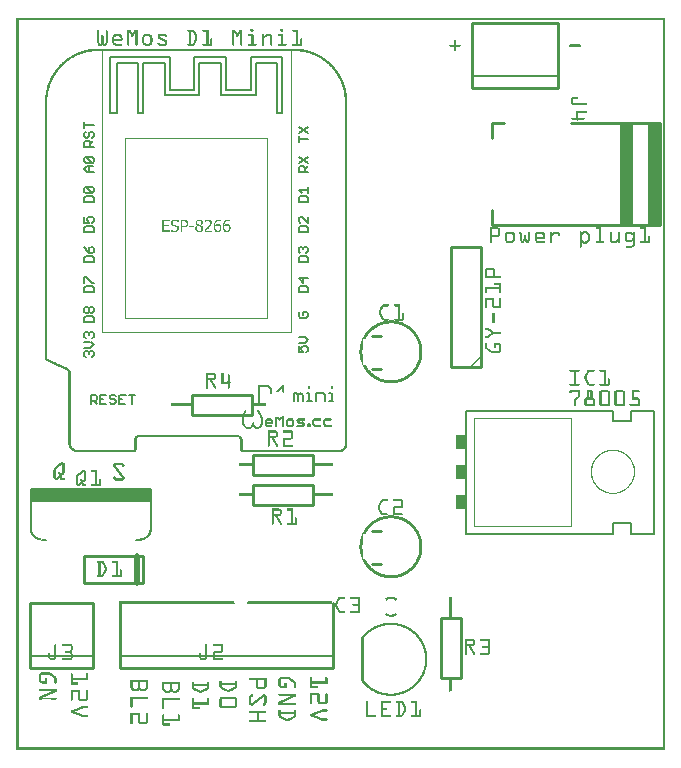
<source format=gto>
G04 MADE WITH FRITZING*
G04 WWW.FRITZING.ORG*
G04 DOUBLE SIDED*
G04 HOLES PLATED*
G04 CONTOUR ON CENTER OF CONTOUR VECTOR*
%ASAXBY*%
%FSLAX23Y23*%
%MOIN*%
%OFA0B0*%
%SFA1.0B1.0*%
%ADD10R,0.632695X0.947653X0.627139X0.942097*%
%ADD11C,0.002778*%
%ADD12R,0.477764X0.602764X0.472208X0.597208*%
%ADD13R,0.035000X0.050000*%
%ADD14R,0.400000X0.040000*%
%ADD15C,0.010000*%
%ADD16C,0.005000*%
%ADD17C,0.006000*%
%ADD18C,0.002000*%
%ADD19C,0.008000*%
%ADD20C,0.020000*%
%ADD21C,0.005556*%
%ADD22C,0.006944*%
%ADD23C,0.011000*%
%ADD24R,0.001000X0.001000*%
%LNSILK1*%
G90*
G70*
G54D11*
X285Y2337D02*
X915Y2337D01*
X915Y1393D01*
X285Y1393D01*
X285Y2337D01*
D02*
X362Y2042D02*
X837Y2042D01*
X837Y1442D01*
X362Y1442D01*
X362Y2042D01*
D02*
G54D13*
X1482Y826D03*
X1482Y926D03*
X1482Y1026D03*
G54D14*
X249Y852D03*
G54D15*
X990Y918D02*
X790Y918D01*
D02*
X790Y918D02*
X790Y984D01*
D02*
X790Y984D02*
X990Y984D01*
D02*
X990Y984D02*
X990Y918D01*
D02*
X990Y818D02*
X790Y818D01*
D02*
X790Y818D02*
X790Y884D01*
D02*
X790Y884D02*
X990Y884D01*
D02*
X990Y884D02*
X990Y818D01*
D02*
X344Y490D02*
X344Y274D01*
D02*
X344Y274D02*
X1054Y274D01*
D02*
X1054Y274D02*
X1054Y490D01*
G54D16*
D02*
X344Y314D02*
X1054Y314D01*
G54D15*
D02*
X1850Y2091D02*
X2145Y2091D01*
D02*
X2145Y2091D02*
X2145Y1751D01*
D02*
X2145Y1751D02*
X1585Y1751D01*
D02*
X1585Y1751D02*
X1585Y1801D01*
D02*
X1625Y2091D02*
X1585Y2091D01*
D02*
X1585Y2091D02*
X1585Y2041D01*
D02*
X2145Y2091D02*
X2145Y1751D01*
D02*
X2140Y2091D02*
X2140Y1751D01*
D02*
X2135Y2091D02*
X2135Y1751D01*
D02*
X2130Y2091D02*
X2130Y1751D01*
D02*
X2125Y2091D02*
X2125Y1751D01*
D02*
X2120Y2091D02*
X2120Y1751D01*
D02*
X2115Y2091D02*
X2115Y1751D01*
D02*
X2110Y2091D02*
X2110Y1751D01*
D02*
X2015Y2091D02*
X2015Y1751D01*
D02*
X2020Y2091D02*
X2020Y1751D01*
D02*
X2025Y2091D02*
X2025Y1751D01*
D02*
X2030Y2091D02*
X2030Y1751D01*
D02*
X2035Y2091D02*
X2035Y1751D01*
D02*
X2040Y2091D02*
X2040Y1751D01*
D02*
X2045Y2091D02*
X2045Y1751D01*
D02*
X2050Y2091D02*
X2050Y1751D01*
G54D17*
D02*
X1500Y1131D02*
X1500Y721D01*
D02*
X2125Y721D02*
X2125Y1131D01*
D02*
X1500Y721D02*
X1990Y721D01*
D02*
X1990Y721D02*
X1990Y756D01*
D02*
X1990Y756D02*
X2050Y756D01*
D02*
X2050Y756D02*
X2050Y721D01*
D02*
X2050Y721D02*
X2125Y721D01*
D02*
X1500Y1131D02*
X1990Y1131D01*
D02*
X1990Y1131D02*
X1990Y1096D01*
D02*
X1990Y1096D02*
X2050Y1096D01*
D02*
X2050Y1096D02*
X2050Y1131D01*
D02*
X2050Y1131D02*
X2125Y1131D01*
G54D18*
D02*
X1525Y1106D02*
X1525Y746D01*
D02*
X1850Y746D02*
X1525Y746D01*
D02*
X1850Y746D02*
X1850Y1106D01*
D02*
X1525Y1106D02*
X1850Y1106D01*
G54D15*
D02*
X1483Y442D02*
X1483Y242D01*
D02*
X1483Y242D02*
X1417Y242D01*
D02*
X1417Y242D02*
X1417Y442D01*
D02*
X1417Y442D02*
X1483Y442D01*
G54D19*
D02*
X49Y832D02*
X49Y737D01*
D02*
X449Y832D02*
X449Y737D01*
D02*
X449Y832D02*
X49Y832D01*
D02*
X49Y832D02*
X49Y872D01*
D02*
X49Y872D02*
X449Y872D01*
D02*
X449Y872D02*
X449Y832D01*
D02*
X84Y702D02*
X99Y702D01*
D02*
X414Y702D02*
X399Y702D01*
G54D15*
D02*
X584Y1184D02*
X784Y1184D01*
D02*
X784Y1184D02*
X784Y1118D01*
D02*
X784Y1118D02*
X584Y1118D01*
D02*
X584Y1118D02*
X584Y1184D01*
D02*
X421Y556D02*
X226Y556D01*
D02*
X226Y646D02*
X421Y646D01*
D02*
X421Y646D02*
X421Y556D01*
G54D20*
D02*
X401Y646D02*
X401Y556D01*
G54D15*
D02*
X254Y490D02*
X44Y490D01*
D02*
X44Y490D02*
X44Y274D01*
D02*
X44Y274D02*
X254Y274D01*
D02*
X254Y274D02*
X254Y490D01*
G54D16*
D02*
X44Y314D02*
X254Y314D01*
G54D15*
D02*
X1550Y1276D02*
X1550Y1676D01*
D02*
X1550Y1676D02*
X1450Y1676D01*
D02*
X1450Y1676D02*
X1450Y1276D01*
D02*
X1450Y1276D02*
X1550Y1276D01*
D02*
X1804Y2424D02*
X1518Y2424D01*
D02*
X1518Y2424D02*
X1518Y2208D01*
D02*
X1518Y2208D02*
X1804Y2208D01*
D02*
X1804Y2208D02*
X1804Y2424D01*
G54D16*
D02*
X1518Y2248D02*
X1804Y2248D01*
X886Y2125D02*
X869Y2125D01*
X869Y2292D01*
X798Y2292D01*
X798Y2185D01*
X682Y2185D01*
X682Y2292D01*
X609Y2292D01*
X609Y2185D01*
X494Y2185D01*
X494Y2292D01*
X423Y2292D01*
X423Y2125D01*
X406Y2125D01*
X406Y2292D01*
X336Y2292D01*
X336Y2125D01*
X313Y2125D01*
X313Y2309D01*
X511Y2309D01*
X511Y2202D01*
X592Y2202D01*
X592Y2309D01*
X699Y2309D01*
X699Y2202D01*
X781Y2202D01*
X781Y2309D01*
X886Y2309D01*
X886Y2125D01*
D02*
G54D21*
X258Y2010D02*
X227Y2010D01*
X227Y2010D02*
X227Y2025D01*
X227Y2026D02*
X232Y2031D01*
X232Y2031D02*
X242Y2031D01*
X243Y2031D02*
X247Y2026D01*
X247Y2026D02*
X247Y2011D01*
X247Y2020D02*
X257Y2030D01*
X232Y2062D02*
X227Y2057D01*
X227Y2057D02*
X227Y2048D01*
X227Y2047D02*
X232Y2042D01*
X232Y2042D02*
X237Y2042D01*
X237Y2042D02*
X242Y2047D01*
X243Y2047D02*
X243Y2056D01*
X243Y2057D02*
X247Y2062D01*
X247Y2062D02*
X252Y2062D01*
X253Y2062D02*
X258Y2057D01*
X258Y2057D02*
X258Y2048D01*
X258Y2047D02*
X253Y2042D01*
X258Y2084D02*
X227Y2084D01*
X227Y2073D02*
X227Y2093D01*
D02*
X258Y1926D02*
X238Y1926D01*
X237Y1926D02*
X228Y1935D01*
X227Y1936D02*
X236Y1946D01*
X237Y1947D02*
X257Y1947D01*
X242Y1926D02*
X242Y1946D01*
X253Y1957D02*
X232Y1957D01*
X232Y1957D02*
X228Y1962D01*
X227Y1963D02*
X227Y1972D01*
X227Y1973D02*
X231Y1978D01*
X232Y1978D02*
X253Y1978D01*
X253Y1978D02*
X257Y1973D01*
X258Y1973D02*
X258Y1964D01*
X258Y1963D02*
X254Y1958D01*
X253Y1957D02*
X232Y1977D01*
D02*
X227Y1826D02*
X258Y1826D01*
X258Y1826D02*
X258Y1841D01*
X258Y1841D02*
X253Y1846D01*
X253Y1847D02*
X232Y1847D01*
X232Y1847D02*
X227Y1842D01*
X227Y1841D02*
X227Y1826D01*
X253Y1857D02*
X232Y1857D01*
X232Y1857D02*
X227Y1862D01*
X227Y1863D02*
X227Y1872D01*
X227Y1873D02*
X232Y1878D01*
X232Y1878D02*
X252Y1878D01*
X253Y1878D02*
X258Y1873D01*
X258Y1873D02*
X258Y1864D01*
X258Y1863D02*
X253Y1858D01*
X253Y1857D02*
X232Y1878D01*
D02*
X227Y1726D02*
X258Y1726D01*
X258Y1726D02*
X258Y1741D01*
X258Y1741D02*
X253Y1746D01*
X253Y1747D02*
X232Y1747D01*
X232Y1747D02*
X227Y1742D01*
X227Y1741D02*
X227Y1726D01*
X227Y1778D02*
X227Y1758D01*
X227Y1757D02*
X242Y1757D01*
X242Y1757D02*
X237Y1767D01*
X237Y1768D02*
X237Y1772D01*
X237Y1773D02*
X242Y1778D01*
X242Y1778D02*
X252Y1778D01*
X253Y1778D02*
X258Y1773D01*
X258Y1773D02*
X258Y1764D01*
X258Y1763D02*
X253Y1758D01*
D02*
X227Y1626D02*
X258Y1626D01*
X258Y1626D02*
X258Y1641D01*
X258Y1641D02*
X253Y1646D01*
X253Y1647D02*
X232Y1647D01*
X232Y1647D02*
X227Y1642D01*
X227Y1641D02*
X227Y1626D01*
X227Y1678D02*
X232Y1669D01*
X232Y1668D02*
X242Y1658D01*
X243Y1657D02*
X252Y1657D01*
X253Y1657D02*
X258Y1662D01*
X258Y1663D02*
X258Y1672D01*
X258Y1673D02*
X253Y1678D01*
X253Y1678D02*
X248Y1678D01*
X247Y1678D02*
X243Y1673D01*
X243Y1673D02*
X243Y1658D01*
D02*
X227Y1526D02*
X258Y1526D01*
X258Y1526D02*
X258Y1541D01*
X258Y1541D02*
X253Y1546D01*
X253Y1547D02*
X232Y1547D01*
X232Y1547D02*
X227Y1542D01*
X227Y1541D02*
X227Y1526D01*
X227Y1557D02*
X227Y1577D01*
X227Y1578D02*
X232Y1578D01*
X232Y1578D02*
X252Y1558D01*
X253Y1557D02*
X258Y1557D01*
D02*
X227Y1426D02*
X258Y1426D01*
X258Y1426D02*
X258Y1441D01*
X258Y1441D02*
X253Y1446D01*
X253Y1447D02*
X232Y1447D01*
X232Y1447D02*
X227Y1442D01*
X227Y1441D02*
X227Y1426D01*
X232Y1457D02*
X227Y1462D01*
X227Y1463D02*
X227Y1472D01*
X227Y1473D02*
X232Y1478D01*
X232Y1478D02*
X237Y1478D01*
X237Y1478D02*
X242Y1473D01*
X243Y1473D02*
X248Y1478D01*
X248Y1478D02*
X252Y1478D01*
X253Y1478D02*
X258Y1473D01*
X258Y1473D02*
X258Y1464D01*
X258Y1463D02*
X253Y1458D01*
X253Y1457D02*
X249Y1457D01*
X248Y1457D02*
X243Y1462D01*
X243Y1463D02*
X238Y1458D01*
X237Y1457D02*
X232Y1457D01*
X243Y1463D02*
X243Y1472D01*
D02*
X232Y1310D02*
X227Y1315D01*
X227Y1316D02*
X227Y1325D01*
X227Y1326D02*
X232Y1331D01*
X232Y1331D02*
X236Y1331D01*
X237Y1331D02*
X242Y1326D01*
X242Y1326D02*
X242Y1321D01*
X242Y1326D02*
X247Y1331D01*
X247Y1331D02*
X252Y1331D01*
X253Y1331D02*
X258Y1326D01*
X258Y1326D02*
X258Y1317D01*
X258Y1316D02*
X253Y1311D01*
X227Y1342D02*
X247Y1342D01*
X247Y1342D02*
X257Y1352D01*
X258Y1352D02*
X248Y1361D01*
X247Y1362D02*
X227Y1362D01*
X232Y1373D02*
X227Y1378D01*
X227Y1378D02*
X227Y1389D01*
X227Y1389D02*
X232Y1393D01*
X232Y1394D02*
X236Y1394D01*
X237Y1394D02*
X242Y1390D01*
X242Y1389D02*
X242Y1384D01*
X242Y1389D02*
X247Y1393D01*
X247Y1394D02*
X252Y1394D01*
X253Y1394D02*
X258Y1390D01*
X258Y1389D02*
X258Y1379D01*
X258Y1378D02*
X253Y1373D01*
D02*
X941Y1347D02*
X941Y1327D01*
X941Y1326D02*
X956Y1326D01*
X956Y1326D02*
X951Y1335D01*
X950Y1336D02*
X950Y1341D01*
X950Y1341D02*
X955Y1346D01*
X956Y1347D02*
X966Y1347D01*
X967Y1347D02*
X972Y1342D01*
X972Y1341D02*
X972Y1332D01*
X972Y1331D02*
X967Y1326D01*
X941Y1357D02*
X961Y1357D01*
X961Y1357D02*
X971Y1367D01*
X972Y1368D02*
X962Y1377D01*
X961Y1378D02*
X941Y1378D01*
D02*
X946Y1462D02*
X941Y1457D01*
X941Y1457D02*
X941Y1448D01*
X941Y1447D02*
X946Y1442D01*
X946Y1442D02*
X966Y1442D01*
X967Y1442D02*
X972Y1447D01*
X972Y1447D02*
X972Y1456D01*
X972Y1457D02*
X967Y1462D01*
X967Y1462D02*
X957Y1462D01*
X956Y1462D02*
X956Y1452D01*
D02*
X941Y1526D02*
X972Y1526D01*
X972Y1526D02*
X972Y1541D01*
X972Y1541D02*
X967Y1546D01*
X967Y1547D02*
X946Y1547D01*
X946Y1547D02*
X941Y1542D01*
X941Y1541D02*
X941Y1526D01*
X972Y1573D02*
X941Y1573D01*
X941Y1573D02*
X957Y1558D01*
X957Y1557D02*
X957Y1577D01*
D02*
X941Y1626D02*
X972Y1626D01*
X972Y1626D02*
X972Y1641D01*
X972Y1641D02*
X967Y1646D01*
X967Y1647D02*
X946Y1647D01*
X946Y1647D02*
X941Y1642D01*
X941Y1641D02*
X941Y1626D01*
X946Y1657D02*
X941Y1662D01*
X941Y1663D02*
X941Y1672D01*
X941Y1673D02*
X946Y1678D01*
X946Y1678D02*
X950Y1678D01*
X950Y1678D02*
X955Y1673D01*
X956Y1673D02*
X956Y1669D01*
X956Y1673D02*
X961Y1678D01*
X961Y1678D02*
X966Y1678D01*
X967Y1678D02*
X972Y1673D01*
X972Y1673D02*
X972Y1664D01*
X972Y1663D02*
X967Y1658D01*
D02*
X941Y1726D02*
X972Y1726D01*
X972Y1726D02*
X972Y1741D01*
X972Y1741D02*
X967Y1746D01*
X967Y1747D02*
X946Y1747D01*
X946Y1747D02*
X941Y1742D01*
X941Y1741D02*
X941Y1726D01*
X972Y1778D02*
X972Y1758D01*
X972Y1757D02*
X952Y1777D01*
X951Y1778D02*
X946Y1778D01*
X946Y1778D02*
X941Y1773D01*
X941Y1773D02*
X941Y1764D01*
X941Y1763D02*
X946Y1758D01*
D02*
X941Y1826D02*
X971Y1826D01*
X971Y1826D02*
X971Y1841D01*
X971Y1841D02*
X967Y1846D01*
X967Y1847D02*
X946Y1847D01*
X945Y1847D02*
X941Y1842D01*
X941Y1841D02*
X941Y1826D01*
X951Y1857D02*
X942Y1867D01*
X941Y1868D02*
X971Y1868D01*
X971Y1857D02*
X971Y1877D01*
D02*
X972Y1926D02*
X941Y1926D01*
X941Y1926D02*
X941Y1941D01*
X941Y1941D02*
X946Y1946D01*
X946Y1947D02*
X956Y1947D01*
X957Y1947D02*
X961Y1942D01*
X961Y1941D02*
X961Y1926D01*
X961Y1936D02*
X971Y1946D01*
X941Y1957D02*
X972Y1977D01*
X941Y1978D02*
X972Y1958D01*
D02*
X971Y2036D02*
X941Y2036D01*
X941Y2026D02*
X941Y2046D01*
X941Y2057D02*
X971Y2077D01*
X941Y2078D02*
X971Y2058D01*
D02*
X248Y1154D02*
X248Y1185D01*
X248Y1185D02*
X263Y1185D01*
X263Y1185D02*
X268Y1180D01*
X269Y1180D02*
X269Y1170D01*
X269Y1169D02*
X264Y1164D01*
X263Y1164D02*
X248Y1164D01*
X258Y1164D02*
X268Y1155D01*
X300Y1185D02*
X280Y1185D01*
X280Y1185D02*
X280Y1154D01*
X280Y1154D02*
X300Y1154D01*
X280Y1169D02*
X290Y1169D01*
X332Y1180D02*
X327Y1185D01*
X327Y1185D02*
X317Y1185D01*
X316Y1185D02*
X311Y1180D01*
X311Y1180D02*
X311Y1175D01*
X311Y1175D02*
X316Y1170D01*
X316Y1169D02*
X326Y1169D01*
X327Y1169D02*
X332Y1164D01*
X332Y1164D02*
X332Y1160D01*
X332Y1159D02*
X327Y1154D01*
X327Y1154D02*
X317Y1154D01*
X316Y1154D02*
X311Y1159D01*
X364Y1185D02*
X344Y1185D01*
X343Y1185D02*
X343Y1154D01*
X343Y1154D02*
X363Y1154D01*
X343Y1169D02*
X352Y1169D01*
X385Y1154D02*
X385Y1185D01*
X375Y1185D02*
X395Y1185D01*
D02*
G54D22*
X926Y1163D02*
X926Y1191D01*
X926Y1192D02*
X933Y1192D01*
X933Y1192D02*
X939Y1185D01*
X940Y1184D02*
X940Y1163D01*
X940Y1184D02*
X947Y1191D01*
X947Y1192D02*
X954Y1185D01*
X955Y1184D02*
X955Y1163D01*
X970Y1192D02*
X977Y1192D01*
X977Y1192D02*
X977Y1164D01*
X970Y1163D02*
X985Y1163D01*
X977Y1213D02*
X977Y1206D01*
X1000Y1163D02*
X1000Y1191D01*
X1000Y1192D02*
X1021Y1192D01*
X1021Y1192D02*
X1028Y1185D01*
X1028Y1184D02*
X1028Y1163D01*
X1043Y1192D02*
X1050Y1192D01*
X1051Y1192D02*
X1051Y1164D01*
X1043Y1163D02*
X1056Y1163D01*
X1051Y1213D02*
X1051Y1206D01*
D02*
G54D23*
X1184Y1382D02*
X1214Y1382D01*
D02*
X1184Y1272D02*
X1214Y1272D01*
D02*
X1184Y732D02*
X1214Y732D01*
D02*
X1184Y622D02*
X1214Y622D01*
D02*
G54D24*
X0Y2441D02*
X2163Y2441D01*
X0Y2440D02*
X2163Y2440D01*
X0Y2439D02*
X2163Y2439D01*
X0Y2438D02*
X2163Y2438D01*
X0Y2437D02*
X2163Y2437D01*
X0Y2436D02*
X2163Y2436D01*
X0Y2435D02*
X2163Y2435D01*
X0Y2434D02*
X2163Y2434D01*
X0Y2433D02*
X7Y2433D01*
X2156Y2433D02*
X2163Y2433D01*
X0Y2432D02*
X7Y2432D01*
X2156Y2432D02*
X2163Y2432D01*
X0Y2431D02*
X7Y2431D01*
X2156Y2431D02*
X2163Y2431D01*
X0Y2430D02*
X7Y2430D01*
X2156Y2430D02*
X2163Y2430D01*
X0Y2429D02*
X7Y2429D01*
X2156Y2429D02*
X2163Y2429D01*
X0Y2428D02*
X7Y2428D01*
X2156Y2428D02*
X2163Y2428D01*
X0Y2427D02*
X7Y2427D01*
X2156Y2427D02*
X2163Y2427D01*
X0Y2426D02*
X7Y2426D01*
X2156Y2426D02*
X2163Y2426D01*
X0Y2425D02*
X7Y2425D01*
X2156Y2425D02*
X2163Y2425D01*
X0Y2424D02*
X7Y2424D01*
X2156Y2424D02*
X2163Y2424D01*
X0Y2423D02*
X7Y2423D01*
X2156Y2423D02*
X2163Y2423D01*
X0Y2422D02*
X7Y2422D01*
X2156Y2422D02*
X2163Y2422D01*
X0Y2421D02*
X7Y2421D01*
X2156Y2421D02*
X2163Y2421D01*
X0Y2420D02*
X7Y2420D01*
X2156Y2420D02*
X2163Y2420D01*
X0Y2419D02*
X7Y2419D01*
X2156Y2419D02*
X2163Y2419D01*
X0Y2418D02*
X7Y2418D01*
X2156Y2418D02*
X2163Y2418D01*
X0Y2417D02*
X7Y2417D01*
X2156Y2417D02*
X2163Y2417D01*
X0Y2416D02*
X7Y2416D01*
X2156Y2416D02*
X2163Y2416D01*
X0Y2415D02*
X7Y2415D01*
X2156Y2415D02*
X2163Y2415D01*
X0Y2414D02*
X7Y2414D01*
X2156Y2414D02*
X2163Y2414D01*
X0Y2413D02*
X7Y2413D01*
X2156Y2413D02*
X2163Y2413D01*
X0Y2412D02*
X7Y2412D01*
X2156Y2412D02*
X2163Y2412D01*
X0Y2411D02*
X7Y2411D01*
X2156Y2411D02*
X2163Y2411D01*
X0Y2410D02*
X7Y2410D01*
X2156Y2410D02*
X2163Y2410D01*
X0Y2409D02*
X7Y2409D01*
X2156Y2409D02*
X2163Y2409D01*
X0Y2408D02*
X7Y2408D01*
X2156Y2408D02*
X2163Y2408D01*
X0Y2407D02*
X7Y2407D01*
X2156Y2407D02*
X2163Y2407D01*
X0Y2406D02*
X7Y2406D01*
X2156Y2406D02*
X2163Y2406D01*
X0Y2405D02*
X7Y2405D01*
X2156Y2405D02*
X2163Y2405D01*
X0Y2404D02*
X7Y2404D01*
X782Y2404D02*
X788Y2404D01*
X882Y2404D02*
X888Y2404D01*
X2156Y2404D02*
X2163Y2404D01*
X0Y2403D02*
X7Y2403D01*
X781Y2403D02*
X789Y2403D01*
X881Y2403D02*
X889Y2403D01*
X2156Y2403D02*
X2163Y2403D01*
X0Y2402D02*
X7Y2402D01*
X780Y2402D02*
X789Y2402D01*
X880Y2402D02*
X889Y2402D01*
X2156Y2402D02*
X2163Y2402D01*
X0Y2401D02*
X7Y2401D01*
X272Y2401D02*
X274Y2401D01*
X299Y2401D02*
X302Y2401D01*
X370Y2401D02*
X378Y2401D01*
X395Y2401D02*
X404Y2401D01*
X571Y2401D02*
X589Y2401D01*
X621Y2401D02*
X640Y2401D01*
X720Y2401D02*
X728Y2401D01*
X745Y2401D02*
X753Y2401D01*
X780Y2401D02*
X790Y2401D01*
X880Y2401D02*
X889Y2401D01*
X921Y2401D02*
X939Y2401D01*
X2156Y2401D02*
X2163Y2401D01*
X0Y2400D02*
X7Y2400D01*
X271Y2400D02*
X275Y2400D01*
X298Y2400D02*
X303Y2400D01*
X370Y2400D02*
X379Y2400D01*
X395Y2400D02*
X404Y2400D01*
X570Y2400D02*
X591Y2400D01*
X620Y2400D02*
X640Y2400D01*
X720Y2400D02*
X729Y2400D01*
X744Y2400D02*
X753Y2400D01*
X780Y2400D02*
X790Y2400D01*
X880Y2400D02*
X889Y2400D01*
X920Y2400D02*
X939Y2400D01*
X2156Y2400D02*
X2163Y2400D01*
X0Y2399D02*
X7Y2399D01*
X270Y2399D02*
X276Y2399D01*
X298Y2399D02*
X303Y2399D01*
X370Y2399D02*
X380Y2399D01*
X394Y2399D02*
X404Y2399D01*
X570Y2399D02*
X592Y2399D01*
X620Y2399D02*
X640Y2399D01*
X720Y2399D02*
X729Y2399D01*
X744Y2399D02*
X753Y2399D01*
X780Y2399D02*
X790Y2399D01*
X880Y2399D02*
X889Y2399D01*
X920Y2399D02*
X939Y2399D01*
X2156Y2399D02*
X2163Y2399D01*
X0Y2398D02*
X7Y2398D01*
X270Y2398D02*
X276Y2398D01*
X298Y2398D02*
X304Y2398D01*
X370Y2398D02*
X380Y2398D01*
X393Y2398D02*
X404Y2398D01*
X570Y2398D02*
X593Y2398D01*
X620Y2398D02*
X640Y2398D01*
X720Y2398D02*
X730Y2398D01*
X743Y2398D02*
X753Y2398D01*
X780Y2398D02*
X789Y2398D01*
X880Y2398D02*
X889Y2398D01*
X920Y2398D02*
X939Y2398D01*
X2156Y2398D02*
X2163Y2398D01*
X0Y2397D02*
X7Y2397D01*
X270Y2397D02*
X276Y2397D01*
X298Y2397D02*
X304Y2397D01*
X370Y2397D02*
X381Y2397D01*
X392Y2397D02*
X404Y2397D01*
X570Y2397D02*
X594Y2397D01*
X620Y2397D02*
X640Y2397D01*
X720Y2397D02*
X731Y2397D01*
X742Y2397D02*
X753Y2397D01*
X780Y2397D02*
X789Y2397D01*
X880Y2397D02*
X889Y2397D01*
X920Y2397D02*
X939Y2397D01*
X2156Y2397D02*
X2163Y2397D01*
X0Y2396D02*
X7Y2396D01*
X270Y2396D02*
X276Y2396D01*
X298Y2396D02*
X304Y2396D01*
X370Y2396D02*
X382Y2396D01*
X392Y2396D02*
X404Y2396D01*
X571Y2396D02*
X594Y2396D01*
X621Y2396D02*
X640Y2396D01*
X720Y2396D02*
X732Y2396D01*
X742Y2396D02*
X753Y2396D01*
X781Y2396D02*
X789Y2396D01*
X881Y2396D02*
X889Y2396D01*
X921Y2396D02*
X939Y2396D01*
X2156Y2396D02*
X2163Y2396D01*
X0Y2395D02*
X7Y2395D01*
X270Y2395D02*
X276Y2395D01*
X298Y2395D02*
X304Y2395D01*
X370Y2395D02*
X382Y2395D01*
X391Y2395D02*
X404Y2395D01*
X572Y2395D02*
X595Y2395D01*
X622Y2395D02*
X640Y2395D01*
X720Y2395D02*
X732Y2395D01*
X741Y2395D02*
X753Y2395D01*
X782Y2395D02*
X787Y2395D01*
X882Y2395D02*
X887Y2395D01*
X922Y2395D02*
X939Y2395D01*
X2156Y2395D02*
X2163Y2395D01*
X0Y2394D02*
X7Y2394D01*
X270Y2394D02*
X276Y2394D01*
X298Y2394D02*
X304Y2394D01*
X370Y2394D02*
X383Y2394D01*
X390Y2394D02*
X404Y2394D01*
X577Y2394D02*
X583Y2394D01*
X588Y2394D02*
X596Y2394D01*
X634Y2394D02*
X640Y2394D01*
X720Y2394D02*
X733Y2394D01*
X740Y2394D02*
X753Y2394D01*
X933Y2394D02*
X939Y2394D01*
X2156Y2394D02*
X2163Y2394D01*
X0Y2393D02*
X7Y2393D01*
X270Y2393D02*
X276Y2393D01*
X298Y2393D02*
X304Y2393D01*
X370Y2393D02*
X384Y2393D01*
X390Y2393D02*
X404Y2393D01*
X577Y2393D02*
X583Y2393D01*
X589Y2393D02*
X596Y2393D01*
X634Y2393D02*
X640Y2393D01*
X720Y2393D02*
X734Y2393D01*
X740Y2393D02*
X753Y2393D01*
X933Y2393D02*
X939Y2393D01*
X2156Y2393D02*
X2163Y2393D01*
X0Y2392D02*
X7Y2392D01*
X270Y2392D02*
X276Y2392D01*
X298Y2392D02*
X304Y2392D01*
X370Y2392D02*
X384Y2392D01*
X389Y2392D02*
X404Y2392D01*
X577Y2392D02*
X583Y2392D01*
X590Y2392D02*
X597Y2392D01*
X634Y2392D02*
X640Y2392D01*
X720Y2392D02*
X734Y2392D01*
X739Y2392D02*
X753Y2392D01*
X933Y2392D02*
X939Y2392D01*
X2156Y2392D02*
X2163Y2392D01*
X0Y2391D02*
X7Y2391D01*
X270Y2391D02*
X276Y2391D01*
X298Y2391D02*
X304Y2391D01*
X370Y2391D02*
X376Y2391D01*
X378Y2391D02*
X385Y2391D01*
X388Y2391D02*
X404Y2391D01*
X577Y2391D02*
X583Y2391D01*
X590Y2391D02*
X597Y2391D01*
X634Y2391D02*
X640Y2391D01*
X720Y2391D02*
X735Y2391D01*
X738Y2391D02*
X753Y2391D01*
X933Y2391D02*
X939Y2391D01*
X2156Y2391D02*
X2163Y2391D01*
X0Y2390D02*
X7Y2390D01*
X270Y2390D02*
X276Y2390D01*
X298Y2390D02*
X304Y2390D01*
X370Y2390D02*
X376Y2390D01*
X378Y2390D02*
X386Y2390D01*
X388Y2390D02*
X395Y2390D01*
X397Y2390D02*
X404Y2390D01*
X577Y2390D02*
X583Y2390D01*
X591Y2390D02*
X598Y2390D01*
X634Y2390D02*
X640Y2390D01*
X720Y2390D02*
X726Y2390D01*
X728Y2390D02*
X745Y2390D01*
X747Y2390D02*
X753Y2390D01*
X933Y2390D02*
X939Y2390D01*
X2156Y2390D02*
X2163Y2390D01*
X0Y2389D02*
X7Y2389D01*
X270Y2389D02*
X276Y2389D01*
X298Y2389D02*
X304Y2389D01*
X370Y2389D02*
X376Y2389D01*
X379Y2389D02*
X394Y2389D01*
X397Y2389D02*
X404Y2389D01*
X577Y2389D02*
X583Y2389D01*
X591Y2389D02*
X598Y2389D01*
X634Y2389D02*
X640Y2389D01*
X720Y2389D02*
X726Y2389D01*
X729Y2389D02*
X744Y2389D01*
X747Y2389D02*
X753Y2389D01*
X933Y2389D02*
X939Y2389D01*
X2156Y2389D02*
X2163Y2389D01*
X0Y2388D02*
X7Y2388D01*
X270Y2388D02*
X276Y2388D01*
X298Y2388D02*
X304Y2388D01*
X370Y2388D02*
X376Y2388D01*
X380Y2388D02*
X394Y2388D01*
X397Y2388D02*
X404Y2388D01*
X577Y2388D02*
X583Y2388D01*
X592Y2388D02*
X599Y2388D01*
X634Y2388D02*
X640Y2388D01*
X720Y2388D02*
X726Y2388D01*
X730Y2388D02*
X744Y2388D01*
X747Y2388D02*
X753Y2388D01*
X933Y2388D02*
X939Y2388D01*
X2156Y2388D02*
X2163Y2388D01*
X0Y2387D02*
X7Y2387D01*
X270Y2387D02*
X276Y2387D01*
X298Y2387D02*
X304Y2387D01*
X370Y2387D02*
X376Y2387D01*
X380Y2387D02*
X393Y2387D01*
X397Y2387D02*
X404Y2387D01*
X577Y2387D02*
X583Y2387D01*
X592Y2387D02*
X599Y2387D01*
X634Y2387D02*
X640Y2387D01*
X720Y2387D02*
X726Y2387D01*
X730Y2387D02*
X743Y2387D01*
X747Y2387D02*
X753Y2387D01*
X933Y2387D02*
X939Y2387D01*
X2156Y2387D02*
X2163Y2387D01*
X0Y2386D02*
X7Y2386D01*
X270Y2386D02*
X276Y2386D01*
X298Y2386D02*
X304Y2386D01*
X329Y2386D02*
X345Y2386D01*
X370Y2386D02*
X376Y2386D01*
X381Y2386D02*
X392Y2386D01*
X397Y2386D02*
X404Y2386D01*
X429Y2386D02*
X445Y2386D01*
X476Y2386D02*
X498Y2386D01*
X577Y2386D02*
X583Y2386D01*
X593Y2386D02*
X600Y2386D01*
X634Y2386D02*
X640Y2386D01*
X720Y2386D02*
X726Y2386D01*
X731Y2386D02*
X742Y2386D01*
X747Y2386D02*
X753Y2386D01*
X774Y2386D02*
X788Y2386D01*
X821Y2386D02*
X825Y2386D01*
X835Y2386D02*
X846Y2386D01*
X874Y2386D02*
X888Y2386D01*
X933Y2386D02*
X939Y2386D01*
X2156Y2386D02*
X2163Y2386D01*
X0Y2385D02*
X7Y2385D01*
X270Y2385D02*
X276Y2385D01*
X298Y2385D02*
X304Y2385D01*
X327Y2385D02*
X347Y2385D01*
X370Y2385D02*
X376Y2385D01*
X382Y2385D02*
X392Y2385D01*
X397Y2385D02*
X404Y2385D01*
X427Y2385D02*
X446Y2385D01*
X474Y2385D02*
X499Y2385D01*
X577Y2385D02*
X583Y2385D01*
X593Y2385D02*
X600Y2385D01*
X634Y2385D02*
X640Y2385D01*
X720Y2385D02*
X726Y2385D01*
X732Y2385D02*
X741Y2385D01*
X747Y2385D02*
X753Y2385D01*
X774Y2385D02*
X789Y2385D01*
X820Y2385D02*
X825Y2385D01*
X833Y2385D02*
X848Y2385D01*
X874Y2385D02*
X889Y2385D01*
X933Y2385D02*
X939Y2385D01*
X2156Y2385D02*
X2163Y2385D01*
X0Y2384D02*
X7Y2384D01*
X270Y2384D02*
X276Y2384D01*
X298Y2384D02*
X304Y2384D01*
X326Y2384D02*
X348Y2384D01*
X370Y2384D02*
X376Y2384D01*
X382Y2384D02*
X391Y2384D01*
X397Y2384D02*
X404Y2384D01*
X426Y2384D02*
X448Y2384D01*
X473Y2384D02*
X501Y2384D01*
X577Y2384D02*
X583Y2384D01*
X594Y2384D02*
X601Y2384D01*
X634Y2384D02*
X640Y2384D01*
X720Y2384D02*
X726Y2384D01*
X732Y2384D02*
X741Y2384D01*
X747Y2384D02*
X753Y2384D01*
X773Y2384D02*
X789Y2384D01*
X820Y2384D02*
X826Y2384D01*
X831Y2384D02*
X849Y2384D01*
X873Y2384D02*
X889Y2384D01*
X933Y2384D02*
X939Y2384D01*
X2156Y2384D02*
X2163Y2384D01*
X0Y2383D02*
X7Y2383D01*
X270Y2383D02*
X276Y2383D01*
X285Y2383D02*
X289Y2383D01*
X298Y2383D02*
X304Y2383D01*
X324Y2383D02*
X349Y2383D01*
X370Y2383D02*
X376Y2383D01*
X383Y2383D02*
X390Y2383D01*
X397Y2383D02*
X404Y2383D01*
X424Y2383D02*
X449Y2383D01*
X472Y2383D02*
X502Y2383D01*
X577Y2383D02*
X583Y2383D01*
X594Y2383D02*
X601Y2383D01*
X634Y2383D02*
X640Y2383D01*
X720Y2383D02*
X726Y2383D01*
X733Y2383D02*
X740Y2383D01*
X747Y2383D02*
X753Y2383D01*
X773Y2383D02*
X790Y2383D01*
X820Y2383D02*
X826Y2383D01*
X830Y2383D02*
X850Y2383D01*
X873Y2383D02*
X889Y2383D01*
X933Y2383D02*
X939Y2383D01*
X2156Y2383D02*
X2163Y2383D01*
X0Y2382D02*
X7Y2382D01*
X270Y2382D02*
X276Y2382D01*
X284Y2382D02*
X289Y2382D01*
X298Y2382D02*
X304Y2382D01*
X323Y2382D02*
X350Y2382D01*
X370Y2382D02*
X376Y2382D01*
X384Y2382D02*
X390Y2382D01*
X397Y2382D02*
X404Y2382D01*
X423Y2382D02*
X450Y2382D01*
X472Y2382D02*
X502Y2382D01*
X577Y2382D02*
X583Y2382D01*
X595Y2382D02*
X602Y2382D01*
X634Y2382D02*
X640Y2382D01*
X720Y2382D02*
X726Y2382D01*
X734Y2382D02*
X740Y2382D01*
X747Y2382D02*
X753Y2382D01*
X774Y2382D02*
X790Y2382D01*
X820Y2382D02*
X826Y2382D01*
X828Y2382D02*
X851Y2382D01*
X873Y2382D02*
X889Y2382D01*
X933Y2382D02*
X939Y2382D01*
X2156Y2382D02*
X2163Y2382D01*
X0Y2381D02*
X7Y2381D01*
X270Y2381D02*
X276Y2381D01*
X284Y2381D02*
X290Y2381D01*
X298Y2381D02*
X304Y2381D01*
X322Y2381D02*
X351Y2381D01*
X370Y2381D02*
X376Y2381D01*
X384Y2381D02*
X390Y2381D01*
X397Y2381D02*
X404Y2381D01*
X422Y2381D02*
X451Y2381D01*
X471Y2381D02*
X503Y2381D01*
X577Y2381D02*
X583Y2381D01*
X595Y2381D02*
X602Y2381D01*
X634Y2381D02*
X640Y2381D01*
X720Y2381D02*
X726Y2381D01*
X734Y2381D02*
X740Y2381D01*
X747Y2381D02*
X753Y2381D01*
X774Y2381D02*
X790Y2381D01*
X820Y2381D02*
X851Y2381D01*
X874Y2381D02*
X889Y2381D01*
X933Y2381D02*
X939Y2381D01*
X2156Y2381D02*
X2163Y2381D01*
X0Y2380D02*
X7Y2380D01*
X270Y2380D02*
X276Y2380D01*
X284Y2380D02*
X290Y2380D01*
X298Y2380D02*
X304Y2380D01*
X322Y2380D02*
X352Y2380D01*
X370Y2380D02*
X376Y2380D01*
X384Y2380D02*
X390Y2380D01*
X397Y2380D02*
X404Y2380D01*
X422Y2380D02*
X452Y2380D01*
X471Y2380D02*
X503Y2380D01*
X577Y2380D02*
X583Y2380D01*
X596Y2380D02*
X602Y2380D01*
X634Y2380D02*
X640Y2380D01*
X720Y2380D02*
X726Y2380D01*
X734Y2380D02*
X739Y2380D01*
X747Y2380D02*
X753Y2380D01*
X776Y2380D02*
X790Y2380D01*
X820Y2380D02*
X852Y2380D01*
X876Y2380D02*
X889Y2380D01*
X933Y2380D02*
X939Y2380D01*
X2156Y2380D02*
X2163Y2380D01*
X0Y2379D02*
X7Y2379D01*
X270Y2379D02*
X276Y2379D01*
X284Y2379D02*
X290Y2379D01*
X298Y2379D02*
X304Y2379D01*
X321Y2379D02*
X330Y2379D01*
X344Y2379D02*
X352Y2379D01*
X370Y2379D02*
X376Y2379D01*
X384Y2379D02*
X389Y2379D01*
X397Y2379D02*
X404Y2379D01*
X421Y2379D02*
X429Y2379D01*
X444Y2379D02*
X452Y2379D01*
X471Y2379D02*
X477Y2379D01*
X497Y2379D02*
X502Y2379D01*
X577Y2379D02*
X583Y2379D01*
X596Y2379D02*
X603Y2379D01*
X634Y2379D02*
X640Y2379D01*
X720Y2379D02*
X726Y2379D01*
X734Y2379D02*
X739Y2379D01*
X747Y2379D02*
X753Y2379D01*
X784Y2379D02*
X790Y2379D01*
X820Y2379D02*
X836Y2379D01*
X845Y2379D02*
X852Y2379D01*
X884Y2379D02*
X889Y2379D01*
X933Y2379D02*
X939Y2379D01*
X2156Y2379D02*
X2163Y2379D01*
X0Y2378D02*
X7Y2378D01*
X270Y2378D02*
X276Y2378D01*
X284Y2378D02*
X290Y2378D01*
X298Y2378D02*
X304Y2378D01*
X321Y2378D02*
X328Y2378D01*
X345Y2378D02*
X353Y2378D01*
X370Y2378D02*
X376Y2378D01*
X385Y2378D02*
X389Y2378D01*
X397Y2378D02*
X404Y2378D01*
X421Y2378D02*
X428Y2378D01*
X445Y2378D02*
X453Y2378D01*
X471Y2378D02*
X477Y2378D01*
X498Y2378D02*
X502Y2378D01*
X577Y2378D02*
X583Y2378D01*
X597Y2378D02*
X603Y2378D01*
X634Y2378D02*
X640Y2378D01*
X720Y2378D02*
X726Y2378D01*
X735Y2378D02*
X738Y2378D01*
X747Y2378D02*
X753Y2378D01*
X784Y2378D02*
X790Y2378D01*
X820Y2378D02*
X834Y2378D01*
X846Y2378D02*
X852Y2378D01*
X884Y2378D02*
X889Y2378D01*
X933Y2378D02*
X939Y2378D01*
X2156Y2378D02*
X2163Y2378D01*
X0Y2377D02*
X7Y2377D01*
X270Y2377D02*
X276Y2377D01*
X284Y2377D02*
X290Y2377D01*
X298Y2377D02*
X304Y2377D01*
X320Y2377D02*
X327Y2377D01*
X346Y2377D02*
X353Y2377D01*
X370Y2377D02*
X376Y2377D01*
X397Y2377D02*
X404Y2377D01*
X420Y2377D02*
X427Y2377D01*
X446Y2377D02*
X453Y2377D01*
X471Y2377D02*
X477Y2377D01*
X577Y2377D02*
X583Y2377D01*
X597Y2377D02*
X603Y2377D01*
X634Y2377D02*
X640Y2377D01*
X720Y2377D02*
X726Y2377D01*
X747Y2377D02*
X753Y2377D01*
X784Y2377D02*
X790Y2377D01*
X820Y2377D02*
X833Y2377D01*
X846Y2377D02*
X852Y2377D01*
X884Y2377D02*
X889Y2377D01*
X933Y2377D02*
X939Y2377D01*
X2156Y2377D02*
X2163Y2377D01*
X0Y2376D02*
X7Y2376D01*
X270Y2376D02*
X276Y2376D01*
X284Y2376D02*
X290Y2376D01*
X298Y2376D02*
X304Y2376D01*
X320Y2376D02*
X326Y2376D01*
X347Y2376D02*
X353Y2376D01*
X370Y2376D02*
X376Y2376D01*
X397Y2376D02*
X404Y2376D01*
X420Y2376D02*
X426Y2376D01*
X447Y2376D02*
X453Y2376D01*
X471Y2376D02*
X478Y2376D01*
X577Y2376D02*
X583Y2376D01*
X597Y2376D02*
X603Y2376D01*
X634Y2376D02*
X640Y2376D01*
X720Y2376D02*
X726Y2376D01*
X747Y2376D02*
X753Y2376D01*
X784Y2376D02*
X790Y2376D01*
X820Y2376D02*
X831Y2376D01*
X846Y2376D02*
X852Y2376D01*
X884Y2376D02*
X889Y2376D01*
X933Y2376D02*
X939Y2376D01*
X2156Y2376D02*
X2163Y2376D01*
X0Y2375D02*
X7Y2375D01*
X270Y2375D02*
X276Y2375D01*
X284Y2375D02*
X290Y2375D01*
X298Y2375D02*
X304Y2375D01*
X320Y2375D02*
X326Y2375D01*
X347Y2375D02*
X353Y2375D01*
X370Y2375D02*
X376Y2375D01*
X397Y2375D02*
X404Y2375D01*
X420Y2375D02*
X426Y2375D01*
X447Y2375D02*
X453Y2375D01*
X471Y2375D02*
X481Y2375D01*
X577Y2375D02*
X583Y2375D01*
X597Y2375D02*
X603Y2375D01*
X634Y2375D02*
X640Y2375D01*
X720Y2375D02*
X726Y2375D01*
X747Y2375D02*
X753Y2375D01*
X784Y2375D02*
X790Y2375D01*
X820Y2375D02*
X829Y2375D01*
X846Y2375D02*
X852Y2375D01*
X884Y2375D02*
X889Y2375D01*
X933Y2375D02*
X939Y2375D01*
X2156Y2375D02*
X2163Y2375D01*
X0Y2374D02*
X7Y2374D01*
X270Y2374D02*
X276Y2374D01*
X284Y2374D02*
X290Y2374D01*
X298Y2374D02*
X304Y2374D01*
X320Y2374D02*
X326Y2374D01*
X348Y2374D02*
X354Y2374D01*
X370Y2374D02*
X376Y2374D01*
X397Y2374D02*
X404Y2374D01*
X420Y2374D02*
X426Y2374D01*
X447Y2374D02*
X454Y2374D01*
X472Y2374D02*
X483Y2374D01*
X577Y2374D02*
X583Y2374D01*
X597Y2374D02*
X603Y2374D01*
X634Y2374D02*
X640Y2374D01*
X720Y2374D02*
X726Y2374D01*
X747Y2374D02*
X753Y2374D01*
X784Y2374D02*
X790Y2374D01*
X820Y2374D02*
X828Y2374D01*
X846Y2374D02*
X853Y2374D01*
X884Y2374D02*
X889Y2374D01*
X933Y2374D02*
X939Y2374D01*
X2156Y2374D02*
X2163Y2374D01*
X0Y2373D02*
X7Y2373D01*
X270Y2373D02*
X276Y2373D01*
X284Y2373D02*
X290Y2373D01*
X298Y2373D02*
X304Y2373D01*
X320Y2373D02*
X326Y2373D01*
X348Y2373D02*
X354Y2373D01*
X370Y2373D02*
X376Y2373D01*
X397Y2373D02*
X404Y2373D01*
X420Y2373D02*
X426Y2373D01*
X447Y2373D02*
X454Y2373D01*
X472Y2373D02*
X485Y2373D01*
X577Y2373D02*
X583Y2373D01*
X597Y2373D02*
X603Y2373D01*
X634Y2373D02*
X640Y2373D01*
X720Y2373D02*
X726Y2373D01*
X747Y2373D02*
X753Y2373D01*
X784Y2373D02*
X790Y2373D01*
X820Y2373D02*
X826Y2373D01*
X847Y2373D02*
X853Y2373D01*
X884Y2373D02*
X889Y2373D01*
X933Y2373D02*
X939Y2373D01*
X2156Y2373D02*
X2163Y2373D01*
X0Y2372D02*
X7Y2372D01*
X270Y2372D02*
X276Y2372D01*
X284Y2372D02*
X290Y2372D01*
X298Y2372D02*
X304Y2372D01*
X320Y2372D02*
X326Y2372D01*
X348Y2372D02*
X354Y2372D01*
X370Y2372D02*
X376Y2372D01*
X397Y2372D02*
X404Y2372D01*
X420Y2372D02*
X426Y2372D01*
X447Y2372D02*
X454Y2372D01*
X473Y2372D02*
X488Y2372D01*
X577Y2372D02*
X583Y2372D01*
X597Y2372D02*
X603Y2372D01*
X634Y2372D02*
X640Y2372D01*
X650Y2372D02*
X651Y2372D01*
X720Y2372D02*
X726Y2372D01*
X747Y2372D02*
X753Y2372D01*
X784Y2372D02*
X790Y2372D01*
X820Y2372D02*
X826Y2372D01*
X847Y2372D02*
X853Y2372D01*
X884Y2372D02*
X889Y2372D01*
X933Y2372D02*
X939Y2372D01*
X950Y2372D02*
X951Y2372D01*
X2156Y2372D02*
X2163Y2372D01*
X0Y2371D02*
X7Y2371D01*
X270Y2371D02*
X276Y2371D01*
X284Y2371D02*
X290Y2371D01*
X298Y2371D02*
X304Y2371D01*
X320Y2371D02*
X326Y2371D01*
X348Y2371D02*
X354Y2371D01*
X370Y2371D02*
X376Y2371D01*
X397Y2371D02*
X404Y2371D01*
X420Y2371D02*
X426Y2371D01*
X447Y2371D02*
X454Y2371D01*
X474Y2371D02*
X490Y2371D01*
X577Y2371D02*
X583Y2371D01*
X597Y2371D02*
X603Y2371D01*
X634Y2371D02*
X640Y2371D01*
X648Y2371D02*
X652Y2371D01*
X720Y2371D02*
X726Y2371D01*
X747Y2371D02*
X753Y2371D01*
X784Y2371D02*
X790Y2371D01*
X820Y2371D02*
X826Y2371D01*
X847Y2371D02*
X853Y2371D01*
X884Y2371D02*
X889Y2371D01*
X933Y2371D02*
X939Y2371D01*
X948Y2371D02*
X952Y2371D01*
X2156Y2371D02*
X2163Y2371D01*
X0Y2370D02*
X7Y2370D01*
X270Y2370D02*
X276Y2370D01*
X284Y2370D02*
X290Y2370D01*
X298Y2370D02*
X304Y2370D01*
X320Y2370D02*
X326Y2370D01*
X348Y2370D02*
X354Y2370D01*
X370Y2370D02*
X376Y2370D01*
X397Y2370D02*
X404Y2370D01*
X420Y2370D02*
X426Y2370D01*
X447Y2370D02*
X454Y2370D01*
X476Y2370D02*
X492Y2370D01*
X577Y2370D02*
X583Y2370D01*
X596Y2370D02*
X603Y2370D01*
X634Y2370D02*
X640Y2370D01*
X648Y2370D02*
X653Y2370D01*
X720Y2370D02*
X726Y2370D01*
X747Y2370D02*
X753Y2370D01*
X784Y2370D02*
X790Y2370D01*
X820Y2370D02*
X826Y2370D01*
X847Y2370D02*
X853Y2370D01*
X884Y2370D02*
X889Y2370D01*
X933Y2370D02*
X939Y2370D01*
X948Y2370D02*
X953Y2370D01*
X2156Y2370D02*
X2163Y2370D01*
X0Y2369D02*
X7Y2369D01*
X270Y2369D02*
X276Y2369D01*
X284Y2369D02*
X290Y2369D01*
X298Y2369D02*
X304Y2369D01*
X320Y2369D02*
X354Y2369D01*
X370Y2369D02*
X376Y2369D01*
X397Y2369D02*
X404Y2369D01*
X420Y2369D02*
X426Y2369D01*
X447Y2369D02*
X454Y2369D01*
X478Y2369D02*
X495Y2369D01*
X577Y2369D02*
X583Y2369D01*
X596Y2369D02*
X602Y2369D01*
X634Y2369D02*
X640Y2369D01*
X647Y2369D02*
X653Y2369D01*
X720Y2369D02*
X726Y2369D01*
X747Y2369D02*
X753Y2369D01*
X784Y2369D02*
X790Y2369D01*
X820Y2369D02*
X826Y2369D01*
X847Y2369D02*
X853Y2369D01*
X884Y2369D02*
X889Y2369D01*
X933Y2369D02*
X939Y2369D01*
X947Y2369D02*
X953Y2369D01*
X2156Y2369D02*
X2163Y2369D01*
X0Y2368D02*
X7Y2368D01*
X270Y2368D02*
X276Y2368D01*
X284Y2368D02*
X290Y2368D01*
X298Y2368D02*
X304Y2368D01*
X320Y2368D02*
X354Y2368D01*
X370Y2368D02*
X376Y2368D01*
X397Y2368D02*
X404Y2368D01*
X420Y2368D02*
X426Y2368D01*
X447Y2368D02*
X454Y2368D01*
X480Y2368D02*
X497Y2368D01*
X577Y2368D02*
X583Y2368D01*
X595Y2368D02*
X602Y2368D01*
X634Y2368D02*
X640Y2368D01*
X647Y2368D02*
X653Y2368D01*
X720Y2368D02*
X726Y2368D01*
X747Y2368D02*
X753Y2368D01*
X784Y2368D02*
X790Y2368D01*
X820Y2368D02*
X826Y2368D01*
X847Y2368D02*
X853Y2368D01*
X884Y2368D02*
X889Y2368D01*
X933Y2368D02*
X939Y2368D01*
X947Y2368D02*
X953Y2368D01*
X2156Y2368D02*
X2163Y2368D01*
X0Y2367D02*
X7Y2367D01*
X270Y2367D02*
X276Y2367D01*
X284Y2367D02*
X290Y2367D01*
X298Y2367D02*
X304Y2367D01*
X320Y2367D02*
X354Y2367D01*
X370Y2367D02*
X376Y2367D01*
X397Y2367D02*
X404Y2367D01*
X420Y2367D02*
X426Y2367D01*
X447Y2367D02*
X454Y2367D01*
X483Y2367D02*
X499Y2367D01*
X577Y2367D02*
X583Y2367D01*
X595Y2367D02*
X601Y2367D01*
X634Y2367D02*
X640Y2367D01*
X647Y2367D02*
X653Y2367D01*
X720Y2367D02*
X726Y2367D01*
X747Y2367D02*
X753Y2367D01*
X784Y2367D02*
X790Y2367D01*
X820Y2367D02*
X826Y2367D01*
X847Y2367D02*
X853Y2367D01*
X884Y2367D02*
X889Y2367D01*
X933Y2367D02*
X939Y2367D01*
X947Y2367D02*
X953Y2367D01*
X2156Y2367D02*
X2163Y2367D01*
X0Y2366D02*
X7Y2366D01*
X270Y2366D02*
X276Y2366D01*
X284Y2366D02*
X290Y2366D01*
X298Y2366D02*
X304Y2366D01*
X320Y2366D02*
X354Y2366D01*
X370Y2366D02*
X376Y2366D01*
X397Y2366D02*
X404Y2366D01*
X420Y2366D02*
X426Y2366D01*
X447Y2366D02*
X454Y2366D01*
X485Y2366D02*
X500Y2366D01*
X577Y2366D02*
X583Y2366D01*
X594Y2366D02*
X601Y2366D01*
X634Y2366D02*
X640Y2366D01*
X647Y2366D02*
X653Y2366D01*
X720Y2366D02*
X726Y2366D01*
X747Y2366D02*
X753Y2366D01*
X784Y2366D02*
X790Y2366D01*
X820Y2366D02*
X826Y2366D01*
X847Y2366D02*
X853Y2366D01*
X884Y2366D02*
X889Y2366D01*
X933Y2366D02*
X939Y2366D01*
X947Y2366D02*
X953Y2366D01*
X1461Y2366D02*
X1463Y2366D01*
X2156Y2366D02*
X2163Y2366D01*
X0Y2365D02*
X7Y2365D01*
X270Y2365D02*
X276Y2365D01*
X284Y2365D02*
X290Y2365D01*
X298Y2365D02*
X304Y2365D01*
X320Y2365D02*
X353Y2365D01*
X370Y2365D02*
X376Y2365D01*
X397Y2365D02*
X404Y2365D01*
X420Y2365D02*
X426Y2365D01*
X447Y2365D02*
X454Y2365D01*
X487Y2365D02*
X501Y2365D01*
X577Y2365D02*
X583Y2365D01*
X594Y2365D02*
X600Y2365D01*
X634Y2365D02*
X640Y2365D01*
X647Y2365D02*
X653Y2365D01*
X720Y2365D02*
X726Y2365D01*
X747Y2365D02*
X753Y2365D01*
X784Y2365D02*
X790Y2365D01*
X820Y2365D02*
X826Y2365D01*
X847Y2365D02*
X853Y2365D01*
X884Y2365D02*
X889Y2365D01*
X933Y2365D02*
X939Y2365D01*
X947Y2365D02*
X953Y2365D01*
X1460Y2365D02*
X1464Y2365D01*
X2156Y2365D02*
X2163Y2365D01*
X0Y2364D02*
X7Y2364D01*
X270Y2364D02*
X276Y2364D01*
X284Y2364D02*
X290Y2364D01*
X298Y2364D02*
X304Y2364D01*
X320Y2364D02*
X353Y2364D01*
X370Y2364D02*
X376Y2364D01*
X397Y2364D02*
X404Y2364D01*
X420Y2364D02*
X426Y2364D01*
X447Y2364D02*
X454Y2364D01*
X490Y2364D02*
X502Y2364D01*
X577Y2364D02*
X583Y2364D01*
X593Y2364D02*
X600Y2364D01*
X634Y2364D02*
X640Y2364D01*
X647Y2364D02*
X653Y2364D01*
X720Y2364D02*
X726Y2364D01*
X747Y2364D02*
X753Y2364D01*
X784Y2364D02*
X790Y2364D01*
X820Y2364D02*
X826Y2364D01*
X847Y2364D02*
X853Y2364D01*
X884Y2364D02*
X889Y2364D01*
X933Y2364D02*
X939Y2364D01*
X947Y2364D02*
X953Y2364D01*
X1459Y2364D02*
X1465Y2364D01*
X2156Y2364D02*
X2163Y2364D01*
X0Y2363D02*
X7Y2363D01*
X270Y2363D02*
X276Y2363D01*
X284Y2363D02*
X290Y2363D01*
X298Y2363D02*
X304Y2363D01*
X320Y2363D02*
X352Y2363D01*
X370Y2363D02*
X376Y2363D01*
X397Y2363D02*
X404Y2363D01*
X420Y2363D02*
X426Y2363D01*
X447Y2363D02*
X454Y2363D01*
X492Y2363D02*
X502Y2363D01*
X577Y2363D02*
X583Y2363D01*
X593Y2363D02*
X600Y2363D01*
X634Y2363D02*
X640Y2363D01*
X647Y2363D02*
X653Y2363D01*
X720Y2363D02*
X726Y2363D01*
X747Y2363D02*
X753Y2363D01*
X784Y2363D02*
X790Y2363D01*
X820Y2363D02*
X826Y2363D01*
X847Y2363D02*
X853Y2363D01*
X884Y2363D02*
X889Y2363D01*
X933Y2363D02*
X939Y2363D01*
X947Y2363D02*
X953Y2363D01*
X1459Y2363D02*
X1465Y2363D01*
X2156Y2363D02*
X2163Y2363D01*
X0Y2362D02*
X7Y2362D01*
X270Y2362D02*
X276Y2362D01*
X284Y2362D02*
X290Y2362D01*
X298Y2362D02*
X304Y2362D01*
X320Y2362D02*
X326Y2362D01*
X370Y2362D02*
X376Y2362D01*
X397Y2362D02*
X404Y2362D01*
X420Y2362D02*
X426Y2362D01*
X447Y2362D02*
X454Y2362D01*
X494Y2362D02*
X503Y2362D01*
X577Y2362D02*
X583Y2362D01*
X592Y2362D02*
X599Y2362D01*
X634Y2362D02*
X640Y2362D01*
X647Y2362D02*
X653Y2362D01*
X720Y2362D02*
X726Y2362D01*
X747Y2362D02*
X753Y2362D01*
X784Y2362D02*
X790Y2362D01*
X820Y2362D02*
X826Y2362D01*
X847Y2362D02*
X853Y2362D01*
X884Y2362D02*
X889Y2362D01*
X933Y2362D02*
X939Y2362D01*
X947Y2362D02*
X953Y2362D01*
X1459Y2362D02*
X1465Y2362D01*
X2156Y2362D02*
X2163Y2362D01*
X0Y2361D02*
X7Y2361D01*
X270Y2361D02*
X276Y2361D01*
X284Y2361D02*
X290Y2361D01*
X298Y2361D02*
X304Y2361D01*
X320Y2361D02*
X326Y2361D01*
X370Y2361D02*
X376Y2361D01*
X397Y2361D02*
X404Y2361D01*
X420Y2361D02*
X426Y2361D01*
X447Y2361D02*
X454Y2361D01*
X496Y2361D02*
X503Y2361D01*
X577Y2361D02*
X583Y2361D01*
X592Y2361D02*
X599Y2361D01*
X634Y2361D02*
X640Y2361D01*
X647Y2361D02*
X653Y2361D01*
X720Y2361D02*
X726Y2361D01*
X747Y2361D02*
X753Y2361D01*
X784Y2361D02*
X790Y2361D01*
X820Y2361D02*
X826Y2361D01*
X847Y2361D02*
X853Y2361D01*
X884Y2361D02*
X889Y2361D01*
X933Y2361D02*
X939Y2361D01*
X947Y2361D02*
X953Y2361D01*
X1459Y2361D02*
X1465Y2361D01*
X2156Y2361D02*
X2163Y2361D01*
X0Y2360D02*
X7Y2360D01*
X270Y2360D02*
X276Y2360D01*
X284Y2360D02*
X290Y2360D01*
X298Y2360D02*
X304Y2360D01*
X320Y2360D02*
X326Y2360D01*
X370Y2360D02*
X376Y2360D01*
X397Y2360D02*
X404Y2360D01*
X420Y2360D02*
X426Y2360D01*
X447Y2360D02*
X453Y2360D01*
X497Y2360D02*
X503Y2360D01*
X577Y2360D02*
X583Y2360D01*
X591Y2360D02*
X598Y2360D01*
X634Y2360D02*
X640Y2360D01*
X647Y2360D02*
X653Y2360D01*
X720Y2360D02*
X726Y2360D01*
X747Y2360D02*
X753Y2360D01*
X784Y2360D02*
X790Y2360D01*
X820Y2360D02*
X826Y2360D01*
X847Y2360D02*
X853Y2360D01*
X884Y2360D02*
X889Y2360D01*
X933Y2360D02*
X939Y2360D01*
X947Y2360D02*
X953Y2360D01*
X1459Y2360D02*
X1465Y2360D01*
X2156Y2360D02*
X2163Y2360D01*
X0Y2359D02*
X7Y2359D01*
X270Y2359D02*
X276Y2359D01*
X284Y2359D02*
X290Y2359D01*
X298Y2359D02*
X304Y2359D01*
X320Y2359D02*
X326Y2359D01*
X370Y2359D02*
X376Y2359D01*
X397Y2359D02*
X404Y2359D01*
X420Y2359D02*
X426Y2359D01*
X447Y2359D02*
X453Y2359D01*
X497Y2359D02*
X503Y2359D01*
X577Y2359D02*
X583Y2359D01*
X591Y2359D02*
X598Y2359D01*
X634Y2359D02*
X640Y2359D01*
X647Y2359D02*
X653Y2359D01*
X720Y2359D02*
X726Y2359D01*
X747Y2359D02*
X753Y2359D01*
X784Y2359D02*
X790Y2359D01*
X820Y2359D02*
X826Y2359D01*
X847Y2359D02*
X853Y2359D01*
X884Y2359D02*
X889Y2359D01*
X933Y2359D02*
X939Y2359D01*
X947Y2359D02*
X953Y2359D01*
X1459Y2359D02*
X1465Y2359D01*
X2156Y2359D02*
X2163Y2359D01*
X0Y2358D02*
X7Y2358D01*
X270Y2358D02*
X276Y2358D01*
X284Y2358D02*
X290Y2358D01*
X298Y2358D02*
X304Y2358D01*
X320Y2358D02*
X327Y2358D01*
X370Y2358D02*
X376Y2358D01*
X397Y2358D02*
X404Y2358D01*
X420Y2358D02*
X427Y2358D01*
X447Y2358D02*
X453Y2358D01*
X497Y2358D02*
X503Y2358D01*
X577Y2358D02*
X583Y2358D01*
X590Y2358D02*
X597Y2358D01*
X634Y2358D02*
X640Y2358D01*
X647Y2358D02*
X653Y2358D01*
X720Y2358D02*
X726Y2358D01*
X747Y2358D02*
X753Y2358D01*
X784Y2358D02*
X790Y2358D01*
X820Y2358D02*
X826Y2358D01*
X847Y2358D02*
X853Y2358D01*
X884Y2358D02*
X889Y2358D01*
X933Y2358D02*
X939Y2358D01*
X947Y2358D02*
X953Y2358D01*
X1459Y2358D02*
X1465Y2358D01*
X2156Y2358D02*
X2163Y2358D01*
X0Y2357D02*
X7Y2357D01*
X270Y2357D02*
X276Y2357D01*
X283Y2357D02*
X290Y2357D01*
X297Y2357D02*
X304Y2357D01*
X320Y2357D02*
X328Y2357D01*
X370Y2357D02*
X376Y2357D01*
X397Y2357D02*
X404Y2357D01*
X420Y2357D02*
X428Y2357D01*
X446Y2357D02*
X453Y2357D01*
X472Y2357D02*
X474Y2357D01*
X497Y2357D02*
X503Y2357D01*
X577Y2357D02*
X583Y2357D01*
X590Y2357D02*
X597Y2357D01*
X634Y2357D02*
X640Y2357D01*
X647Y2357D02*
X653Y2357D01*
X720Y2357D02*
X726Y2357D01*
X747Y2357D02*
X753Y2357D01*
X784Y2357D02*
X790Y2357D01*
X820Y2357D02*
X826Y2357D01*
X847Y2357D02*
X853Y2357D01*
X884Y2357D02*
X889Y2357D01*
X933Y2357D02*
X939Y2357D01*
X947Y2357D02*
X953Y2357D01*
X1459Y2357D02*
X1465Y2357D01*
X2156Y2357D02*
X2163Y2357D01*
X0Y2356D02*
X7Y2356D01*
X270Y2356D02*
X277Y2356D01*
X283Y2356D02*
X291Y2356D01*
X296Y2356D02*
X304Y2356D01*
X321Y2356D02*
X329Y2356D01*
X370Y2356D02*
X376Y2356D01*
X397Y2356D02*
X404Y2356D01*
X421Y2356D02*
X429Y2356D01*
X445Y2356D02*
X453Y2356D01*
X471Y2356D02*
X476Y2356D01*
X497Y2356D02*
X503Y2356D01*
X577Y2356D02*
X583Y2356D01*
X589Y2356D02*
X596Y2356D01*
X634Y2356D02*
X640Y2356D01*
X647Y2356D02*
X653Y2356D01*
X720Y2356D02*
X726Y2356D01*
X747Y2356D02*
X753Y2356D01*
X784Y2356D02*
X790Y2356D01*
X820Y2356D02*
X826Y2356D01*
X847Y2356D02*
X853Y2356D01*
X884Y2356D02*
X889Y2356D01*
X933Y2356D02*
X939Y2356D01*
X947Y2356D02*
X953Y2356D01*
X1459Y2356D02*
X1465Y2356D01*
X2156Y2356D02*
X2163Y2356D01*
X0Y2355D02*
X7Y2355D01*
X271Y2355D02*
X278Y2355D01*
X282Y2355D02*
X291Y2355D01*
X296Y2355D02*
X303Y2355D01*
X321Y2355D02*
X330Y2355D01*
X370Y2355D02*
X376Y2355D01*
X397Y2355D02*
X404Y2355D01*
X421Y2355D02*
X430Y2355D01*
X443Y2355D02*
X452Y2355D01*
X470Y2355D02*
X477Y2355D01*
X495Y2355D02*
X503Y2355D01*
X577Y2355D02*
X583Y2355D01*
X588Y2355D02*
X596Y2355D01*
X634Y2355D02*
X640Y2355D01*
X647Y2355D02*
X653Y2355D01*
X720Y2355D02*
X726Y2355D01*
X747Y2355D02*
X753Y2355D01*
X784Y2355D02*
X790Y2355D01*
X820Y2355D02*
X826Y2355D01*
X847Y2355D02*
X853Y2355D01*
X884Y2355D02*
X889Y2355D01*
X933Y2355D02*
X939Y2355D01*
X947Y2355D02*
X953Y2355D01*
X1459Y2355D02*
X1465Y2355D01*
X2156Y2355D02*
X2163Y2355D01*
X0Y2354D02*
X7Y2354D01*
X271Y2354D02*
X302Y2354D01*
X322Y2354D02*
X352Y2354D01*
X370Y2354D02*
X376Y2354D01*
X397Y2354D02*
X404Y2354D01*
X422Y2354D02*
X451Y2354D01*
X470Y2354D02*
X503Y2354D01*
X572Y2354D02*
X595Y2354D01*
X622Y2354D02*
X653Y2354D01*
X720Y2354D02*
X726Y2354D01*
X747Y2354D02*
X753Y2354D01*
X775Y2354D02*
X798Y2354D01*
X820Y2354D02*
X826Y2354D01*
X847Y2354D02*
X853Y2354D01*
X875Y2354D02*
X898Y2354D01*
X921Y2354D02*
X953Y2354D01*
X1459Y2354D02*
X1465Y2354D01*
X2156Y2354D02*
X2163Y2354D01*
X0Y2353D02*
X7Y2353D01*
X272Y2353D02*
X302Y2353D01*
X323Y2353D02*
X353Y2353D01*
X370Y2353D02*
X376Y2353D01*
X397Y2353D02*
X404Y2353D01*
X423Y2353D02*
X451Y2353D01*
X470Y2353D02*
X502Y2353D01*
X571Y2353D02*
X595Y2353D01*
X621Y2353D02*
X653Y2353D01*
X720Y2353D02*
X726Y2353D01*
X747Y2353D02*
X753Y2353D01*
X774Y2353D02*
X799Y2353D01*
X820Y2353D02*
X826Y2353D01*
X847Y2353D02*
X853Y2353D01*
X874Y2353D02*
X899Y2353D01*
X920Y2353D02*
X953Y2353D01*
X1459Y2353D02*
X1465Y2353D01*
X1847Y2353D02*
X1876Y2353D01*
X2156Y2353D02*
X2163Y2353D01*
X0Y2352D02*
X7Y2352D01*
X272Y2352D02*
X301Y2352D01*
X324Y2352D02*
X353Y2352D01*
X370Y2352D02*
X376Y2352D01*
X397Y2352D02*
X404Y2352D01*
X424Y2352D02*
X450Y2352D01*
X471Y2352D02*
X501Y2352D01*
X570Y2352D02*
X594Y2352D01*
X620Y2352D02*
X653Y2352D01*
X720Y2352D02*
X726Y2352D01*
X747Y2352D02*
X753Y2352D01*
X773Y2352D02*
X800Y2352D01*
X820Y2352D02*
X826Y2352D01*
X847Y2352D02*
X853Y2352D01*
X873Y2352D02*
X900Y2352D01*
X920Y2352D02*
X953Y2352D01*
X1459Y2352D02*
X1465Y2352D01*
X1845Y2352D02*
X1879Y2352D01*
X2156Y2352D02*
X2163Y2352D01*
X0Y2351D02*
X7Y2351D01*
X273Y2351D02*
X301Y2351D01*
X325Y2351D02*
X353Y2351D01*
X370Y2351D02*
X376Y2351D01*
X398Y2351D02*
X403Y2351D01*
X425Y2351D02*
X448Y2351D01*
X471Y2351D02*
X501Y2351D01*
X570Y2351D02*
X593Y2351D01*
X620Y2351D02*
X653Y2351D01*
X720Y2351D02*
X726Y2351D01*
X747Y2351D02*
X753Y2351D01*
X773Y2351D02*
X800Y2351D01*
X820Y2351D02*
X826Y2351D01*
X847Y2351D02*
X853Y2351D01*
X873Y2351D02*
X900Y2351D01*
X920Y2351D02*
X953Y2351D01*
X1446Y2351D02*
X1478Y2351D01*
X1844Y2351D02*
X1880Y2351D01*
X2156Y2351D02*
X2163Y2351D01*
X0Y2350D02*
X7Y2350D01*
X273Y2350D02*
X300Y2350D01*
X326Y2350D02*
X353Y2350D01*
X370Y2350D02*
X376Y2350D01*
X398Y2350D02*
X403Y2350D01*
X426Y2350D02*
X447Y2350D01*
X473Y2350D02*
X499Y2350D01*
X570Y2350D02*
X592Y2350D01*
X620Y2350D02*
X653Y2350D01*
X720Y2350D02*
X726Y2350D01*
X748Y2350D02*
X753Y2350D01*
X773Y2350D02*
X800Y2350D01*
X820Y2350D02*
X826Y2350D01*
X847Y2350D02*
X853Y2350D01*
X873Y2350D02*
X900Y2350D01*
X920Y2350D02*
X953Y2350D01*
X1445Y2350D02*
X1479Y2350D01*
X1844Y2350D02*
X1880Y2350D01*
X2156Y2350D02*
X2163Y2350D01*
X0Y2349D02*
X7Y2349D01*
X274Y2349D02*
X285Y2349D01*
X288Y2349D02*
X299Y2349D01*
X328Y2349D02*
X353Y2349D01*
X371Y2349D02*
X375Y2349D01*
X398Y2349D02*
X403Y2349D01*
X428Y2349D02*
X446Y2349D01*
X475Y2349D02*
X498Y2349D01*
X571Y2349D02*
X591Y2349D01*
X621Y2349D02*
X653Y2349D01*
X721Y2349D02*
X725Y2349D01*
X748Y2349D02*
X753Y2349D01*
X774Y2349D02*
X799Y2349D01*
X820Y2349D02*
X825Y2349D01*
X848Y2349D02*
X853Y2349D01*
X874Y2349D02*
X899Y2349D01*
X920Y2349D02*
X953Y2349D01*
X1444Y2349D02*
X1480Y2349D01*
X1843Y2349D02*
X1880Y2349D01*
X2156Y2349D02*
X2163Y2349D01*
X0Y2348D02*
X7Y2348D01*
X275Y2348D02*
X284Y2348D01*
X289Y2348D02*
X298Y2348D01*
X330Y2348D02*
X352Y2348D01*
X372Y2348D02*
X374Y2348D01*
X399Y2348D02*
X402Y2348D01*
X430Y2348D02*
X444Y2348D01*
X477Y2348D02*
X496Y2348D01*
X572Y2348D02*
X588Y2348D01*
X622Y2348D02*
X652Y2348D01*
X722Y2348D02*
X724Y2348D01*
X749Y2348D02*
X752Y2348D01*
X775Y2348D02*
X798Y2348D01*
X822Y2348D02*
X824Y2348D01*
X849Y2348D02*
X851Y2348D01*
X875Y2348D02*
X898Y2348D01*
X922Y2348D02*
X951Y2348D01*
X1444Y2348D02*
X1480Y2348D01*
X1843Y2348D02*
X1880Y2348D01*
X2156Y2348D02*
X2163Y2348D01*
X0Y2347D02*
X7Y2347D01*
X1444Y2347D02*
X1480Y2347D01*
X1843Y2347D02*
X1880Y2347D01*
X2156Y2347D02*
X2163Y2347D01*
X0Y2346D02*
X7Y2346D01*
X1444Y2346D02*
X1480Y2346D01*
X1843Y2346D02*
X1880Y2346D01*
X2156Y2346D02*
X2163Y2346D01*
X0Y2345D02*
X7Y2345D01*
X1445Y2345D02*
X1479Y2345D01*
X1844Y2345D02*
X1880Y2345D01*
X2156Y2345D02*
X2163Y2345D01*
X0Y2344D02*
X7Y2344D01*
X1446Y2344D02*
X1478Y2344D01*
X1844Y2344D02*
X1879Y2344D01*
X2156Y2344D02*
X2163Y2344D01*
X0Y2343D02*
X7Y2343D01*
X1459Y2343D02*
X1465Y2343D01*
X1845Y2343D02*
X1879Y2343D01*
X2156Y2343D02*
X2163Y2343D01*
X0Y2342D02*
X7Y2342D01*
X1459Y2342D02*
X1465Y2342D01*
X2156Y2342D02*
X2163Y2342D01*
X0Y2341D02*
X7Y2341D01*
X1459Y2341D02*
X1465Y2341D01*
X2156Y2341D02*
X2163Y2341D01*
X0Y2340D02*
X7Y2340D01*
X1459Y2340D02*
X1465Y2340D01*
X2156Y2340D02*
X2163Y2340D01*
X0Y2339D02*
X7Y2339D01*
X1459Y2339D02*
X1465Y2339D01*
X2156Y2339D02*
X2163Y2339D01*
X0Y2338D02*
X7Y2338D01*
X266Y2338D02*
X932Y2338D01*
X1459Y2338D02*
X1465Y2338D01*
X2156Y2338D02*
X2163Y2338D01*
X0Y2337D02*
X7Y2337D01*
X253Y2337D02*
X945Y2337D01*
X1459Y2337D02*
X1465Y2337D01*
X2156Y2337D02*
X2163Y2337D01*
X0Y2336D02*
X7Y2336D01*
X245Y2336D02*
X953Y2336D01*
X1459Y2336D02*
X1465Y2336D01*
X2156Y2336D02*
X2163Y2336D01*
X0Y2335D02*
X7Y2335D01*
X240Y2335D02*
X958Y2335D01*
X1459Y2335D02*
X1465Y2335D01*
X2156Y2335D02*
X2163Y2335D01*
X0Y2334D02*
X7Y2334D01*
X235Y2334D02*
X963Y2334D01*
X1459Y2334D02*
X1465Y2334D01*
X2156Y2334D02*
X2163Y2334D01*
X0Y2333D02*
X7Y2333D01*
X231Y2333D02*
X968Y2333D01*
X1459Y2333D02*
X1465Y2333D01*
X2156Y2333D02*
X2163Y2333D01*
X0Y2332D02*
X7Y2332D01*
X227Y2332D02*
X972Y2332D01*
X1459Y2332D02*
X1465Y2332D01*
X2156Y2332D02*
X2163Y2332D01*
X0Y2331D02*
X7Y2331D01*
X223Y2331D02*
X975Y2331D01*
X1459Y2331D02*
X1465Y2331D01*
X2156Y2331D02*
X2163Y2331D01*
X0Y2330D02*
X7Y2330D01*
X220Y2330D02*
X265Y2330D01*
X933Y2330D02*
X978Y2330D01*
X1460Y2330D02*
X1464Y2330D01*
X2156Y2330D02*
X2163Y2330D01*
X0Y2329D02*
X7Y2329D01*
X217Y2329D02*
X252Y2329D01*
X946Y2329D02*
X981Y2329D01*
X1461Y2329D02*
X1463Y2329D01*
X2156Y2329D02*
X2163Y2329D01*
X0Y2328D02*
X7Y2328D01*
X214Y2328D02*
X245Y2328D01*
X953Y2328D02*
X984Y2328D01*
X2156Y2328D02*
X2163Y2328D01*
X0Y2327D02*
X7Y2327D01*
X211Y2327D02*
X240Y2327D01*
X958Y2327D02*
X987Y2327D01*
X2156Y2327D02*
X2163Y2327D01*
X0Y2326D02*
X7Y2326D01*
X209Y2326D02*
X235Y2326D01*
X963Y2326D02*
X990Y2326D01*
X2156Y2326D02*
X2163Y2326D01*
X0Y2325D02*
X7Y2325D01*
X206Y2325D02*
X231Y2325D01*
X967Y2325D02*
X992Y2325D01*
X2156Y2325D02*
X2163Y2325D01*
X0Y2324D02*
X7Y2324D01*
X204Y2324D02*
X227Y2324D01*
X971Y2324D02*
X995Y2324D01*
X2156Y2324D02*
X2163Y2324D01*
X0Y2323D02*
X7Y2323D01*
X202Y2323D02*
X223Y2323D01*
X975Y2323D02*
X997Y2323D01*
X2156Y2323D02*
X2163Y2323D01*
X0Y2322D02*
X7Y2322D01*
X199Y2322D02*
X220Y2322D01*
X978Y2322D02*
X999Y2322D01*
X2156Y2322D02*
X2163Y2322D01*
X0Y2321D02*
X7Y2321D01*
X197Y2321D02*
X217Y2321D01*
X981Y2321D02*
X1001Y2321D01*
X2156Y2321D02*
X2163Y2321D01*
X0Y2320D02*
X7Y2320D01*
X195Y2320D02*
X214Y2320D01*
X984Y2320D02*
X1003Y2320D01*
X2156Y2320D02*
X2163Y2320D01*
X0Y2319D02*
X7Y2319D01*
X193Y2319D02*
X212Y2319D01*
X986Y2319D02*
X1005Y2319D01*
X2156Y2319D02*
X2163Y2319D01*
X0Y2318D02*
X7Y2318D01*
X191Y2318D02*
X209Y2318D01*
X989Y2318D02*
X1007Y2318D01*
X2156Y2318D02*
X2163Y2318D01*
X0Y2317D02*
X7Y2317D01*
X189Y2317D02*
X207Y2317D01*
X991Y2317D02*
X1009Y2317D01*
X2156Y2317D02*
X2163Y2317D01*
X0Y2316D02*
X7Y2316D01*
X188Y2316D02*
X204Y2316D01*
X994Y2316D02*
X1011Y2316D01*
X2156Y2316D02*
X2163Y2316D01*
X0Y2315D02*
X7Y2315D01*
X186Y2315D02*
X202Y2315D01*
X996Y2315D02*
X1013Y2315D01*
X2156Y2315D02*
X2163Y2315D01*
X0Y2314D02*
X7Y2314D01*
X184Y2314D02*
X200Y2314D01*
X998Y2314D02*
X1015Y2314D01*
X2156Y2314D02*
X2163Y2314D01*
X0Y2313D02*
X7Y2313D01*
X182Y2313D02*
X198Y2313D01*
X1000Y2313D02*
X1016Y2313D01*
X2156Y2313D02*
X2163Y2313D01*
X0Y2312D02*
X7Y2312D01*
X181Y2312D02*
X196Y2312D01*
X1002Y2312D02*
X1018Y2312D01*
X2156Y2312D02*
X2163Y2312D01*
X0Y2311D02*
X7Y2311D01*
X179Y2311D02*
X194Y2311D01*
X1004Y2311D02*
X1019Y2311D01*
X2156Y2311D02*
X2163Y2311D01*
X0Y2310D02*
X7Y2310D01*
X178Y2310D02*
X192Y2310D01*
X1006Y2310D02*
X1021Y2310D01*
X2156Y2310D02*
X2163Y2310D01*
X0Y2309D02*
X7Y2309D01*
X176Y2309D02*
X190Y2309D01*
X1008Y2309D02*
X1023Y2309D01*
X2156Y2309D02*
X2163Y2309D01*
X0Y2308D02*
X7Y2308D01*
X174Y2308D02*
X189Y2308D01*
X1009Y2308D02*
X1024Y2308D01*
X2156Y2308D02*
X2163Y2308D01*
X0Y2307D02*
X7Y2307D01*
X173Y2307D02*
X187Y2307D01*
X1011Y2307D02*
X1026Y2307D01*
X2156Y2307D02*
X2163Y2307D01*
X0Y2306D02*
X7Y2306D01*
X172Y2306D02*
X185Y2306D01*
X1013Y2306D02*
X1027Y2306D01*
X2156Y2306D02*
X2163Y2306D01*
X0Y2305D02*
X7Y2305D01*
X170Y2305D02*
X183Y2305D01*
X1015Y2305D02*
X1028Y2305D01*
X2156Y2305D02*
X2163Y2305D01*
X0Y2304D02*
X7Y2304D01*
X169Y2304D02*
X182Y2304D01*
X1016Y2304D02*
X1030Y2304D01*
X2156Y2304D02*
X2163Y2304D01*
X0Y2303D02*
X7Y2303D01*
X167Y2303D02*
X180Y2303D01*
X1018Y2303D02*
X1031Y2303D01*
X2156Y2303D02*
X2163Y2303D01*
X0Y2302D02*
X7Y2302D01*
X166Y2302D02*
X179Y2302D01*
X1019Y2302D02*
X1032Y2302D01*
X2156Y2302D02*
X2163Y2302D01*
X0Y2301D02*
X7Y2301D01*
X165Y2301D02*
X177Y2301D01*
X1021Y2301D02*
X1034Y2301D01*
X2156Y2301D02*
X2163Y2301D01*
X0Y2300D02*
X7Y2300D01*
X164Y2300D02*
X176Y2300D01*
X1022Y2300D02*
X1035Y2300D01*
X2156Y2300D02*
X2163Y2300D01*
X0Y2299D02*
X7Y2299D01*
X162Y2299D02*
X174Y2299D01*
X1024Y2299D02*
X1036Y2299D01*
X2156Y2299D02*
X2163Y2299D01*
X0Y2298D02*
X7Y2298D01*
X161Y2298D02*
X173Y2298D01*
X1025Y2298D02*
X1038Y2298D01*
X2156Y2298D02*
X2163Y2298D01*
X0Y2297D02*
X7Y2297D01*
X160Y2297D02*
X172Y2297D01*
X1026Y2297D02*
X1039Y2297D01*
X2156Y2297D02*
X2163Y2297D01*
X0Y2296D02*
X7Y2296D01*
X159Y2296D02*
X170Y2296D01*
X1028Y2296D02*
X1040Y2296D01*
X2156Y2296D02*
X2163Y2296D01*
X0Y2295D02*
X7Y2295D01*
X158Y2295D02*
X169Y2295D01*
X1029Y2295D02*
X1041Y2295D01*
X2156Y2295D02*
X2163Y2295D01*
X0Y2294D02*
X7Y2294D01*
X156Y2294D02*
X168Y2294D01*
X1030Y2294D02*
X1042Y2294D01*
X2156Y2294D02*
X2163Y2294D01*
X0Y2293D02*
X7Y2293D01*
X155Y2293D02*
X167Y2293D01*
X1032Y2293D02*
X1043Y2293D01*
X2156Y2293D02*
X2163Y2293D01*
X0Y2292D02*
X7Y2292D01*
X154Y2292D02*
X165Y2292D01*
X1033Y2292D02*
X1044Y2292D01*
X2156Y2292D02*
X2163Y2292D01*
X0Y2291D02*
X7Y2291D01*
X153Y2291D02*
X164Y2291D01*
X1034Y2291D02*
X1046Y2291D01*
X2156Y2291D02*
X2163Y2291D01*
X0Y2290D02*
X7Y2290D01*
X152Y2290D02*
X163Y2290D01*
X1035Y2290D02*
X1047Y2290D01*
X2156Y2290D02*
X2163Y2290D01*
X0Y2289D02*
X7Y2289D01*
X151Y2289D02*
X162Y2289D01*
X1036Y2289D02*
X1048Y2289D01*
X2156Y2289D02*
X2163Y2289D01*
X0Y2288D02*
X7Y2288D01*
X150Y2288D02*
X161Y2288D01*
X1037Y2288D02*
X1049Y2288D01*
X2156Y2288D02*
X2163Y2288D01*
X0Y2287D02*
X7Y2287D01*
X149Y2287D02*
X159Y2287D01*
X1039Y2287D02*
X1050Y2287D01*
X2156Y2287D02*
X2163Y2287D01*
X0Y2286D02*
X7Y2286D01*
X148Y2286D02*
X158Y2286D01*
X1040Y2286D02*
X1051Y2286D01*
X2156Y2286D02*
X2163Y2286D01*
X0Y2285D02*
X7Y2285D01*
X147Y2285D02*
X157Y2285D01*
X1041Y2285D02*
X1052Y2285D01*
X2156Y2285D02*
X2163Y2285D01*
X0Y2284D02*
X7Y2284D01*
X146Y2284D02*
X156Y2284D01*
X1042Y2284D02*
X1053Y2284D01*
X2156Y2284D02*
X2163Y2284D01*
X0Y2283D02*
X7Y2283D01*
X145Y2283D02*
X155Y2283D01*
X1043Y2283D02*
X1054Y2283D01*
X2156Y2283D02*
X2163Y2283D01*
X0Y2282D02*
X7Y2282D01*
X144Y2282D02*
X154Y2282D01*
X1044Y2282D02*
X1055Y2282D01*
X2156Y2282D02*
X2163Y2282D01*
X0Y2281D02*
X7Y2281D01*
X143Y2281D02*
X153Y2281D01*
X1045Y2281D02*
X1056Y2281D01*
X2156Y2281D02*
X2163Y2281D01*
X0Y2280D02*
X7Y2280D01*
X142Y2280D02*
X152Y2280D01*
X1046Y2280D02*
X1056Y2280D01*
X2156Y2280D02*
X2163Y2280D01*
X0Y2279D02*
X7Y2279D01*
X141Y2279D02*
X151Y2279D01*
X1047Y2279D02*
X1057Y2279D01*
X2156Y2279D02*
X2163Y2279D01*
X0Y2278D02*
X7Y2278D01*
X140Y2278D02*
X150Y2278D01*
X1048Y2278D02*
X1058Y2278D01*
X2156Y2278D02*
X2163Y2278D01*
X0Y2277D02*
X7Y2277D01*
X139Y2277D02*
X149Y2277D01*
X1049Y2277D02*
X1059Y2277D01*
X2156Y2277D02*
X2163Y2277D01*
X0Y2276D02*
X7Y2276D01*
X139Y2276D02*
X148Y2276D01*
X1050Y2276D02*
X1060Y2276D01*
X2156Y2276D02*
X2163Y2276D01*
X0Y2275D02*
X7Y2275D01*
X138Y2275D02*
X147Y2275D01*
X1051Y2275D02*
X1061Y2275D01*
X2156Y2275D02*
X2163Y2275D01*
X0Y2274D02*
X7Y2274D01*
X137Y2274D02*
X146Y2274D01*
X1052Y2274D02*
X1062Y2274D01*
X2156Y2274D02*
X2163Y2274D01*
X0Y2273D02*
X7Y2273D01*
X136Y2273D02*
X146Y2273D01*
X1053Y2273D02*
X1062Y2273D01*
X2156Y2273D02*
X2163Y2273D01*
X0Y2272D02*
X7Y2272D01*
X135Y2272D02*
X145Y2272D01*
X1053Y2272D02*
X1063Y2272D01*
X2156Y2272D02*
X2163Y2272D01*
X0Y2271D02*
X7Y2271D01*
X134Y2271D02*
X144Y2271D01*
X1054Y2271D02*
X1064Y2271D01*
X2156Y2271D02*
X2163Y2271D01*
X0Y2270D02*
X7Y2270D01*
X134Y2270D02*
X143Y2270D01*
X1055Y2270D02*
X1065Y2270D01*
X2156Y2270D02*
X2163Y2270D01*
X0Y2269D02*
X7Y2269D01*
X133Y2269D02*
X142Y2269D01*
X1056Y2269D02*
X1066Y2269D01*
X2156Y2269D02*
X2163Y2269D01*
X0Y2268D02*
X7Y2268D01*
X132Y2268D02*
X141Y2268D01*
X1057Y2268D02*
X1066Y2268D01*
X2156Y2268D02*
X2163Y2268D01*
X0Y2267D02*
X7Y2267D01*
X131Y2267D02*
X140Y2267D01*
X1058Y2267D02*
X1067Y2267D01*
X2156Y2267D02*
X2163Y2267D01*
X0Y2266D02*
X7Y2266D01*
X131Y2266D02*
X140Y2266D01*
X1058Y2266D02*
X1068Y2266D01*
X2156Y2266D02*
X2163Y2266D01*
X0Y2265D02*
X7Y2265D01*
X130Y2265D02*
X139Y2265D01*
X1059Y2265D02*
X1069Y2265D01*
X2156Y2265D02*
X2163Y2265D01*
X0Y2264D02*
X7Y2264D01*
X129Y2264D02*
X138Y2264D01*
X1060Y2264D02*
X1069Y2264D01*
X2156Y2264D02*
X2163Y2264D01*
X0Y2263D02*
X7Y2263D01*
X128Y2263D02*
X137Y2263D01*
X1061Y2263D02*
X1070Y2263D01*
X2156Y2263D02*
X2163Y2263D01*
X0Y2262D02*
X7Y2262D01*
X128Y2262D02*
X137Y2262D01*
X1062Y2262D02*
X1071Y2262D01*
X2156Y2262D02*
X2163Y2262D01*
X0Y2261D02*
X7Y2261D01*
X127Y2261D02*
X136Y2261D01*
X1062Y2261D02*
X1071Y2261D01*
X2156Y2261D02*
X2163Y2261D01*
X0Y2260D02*
X7Y2260D01*
X126Y2260D02*
X135Y2260D01*
X1063Y2260D02*
X1072Y2260D01*
X2156Y2260D02*
X2163Y2260D01*
X0Y2259D02*
X7Y2259D01*
X126Y2259D02*
X134Y2259D01*
X1064Y2259D02*
X1073Y2259D01*
X2156Y2259D02*
X2163Y2259D01*
X0Y2258D02*
X7Y2258D01*
X125Y2258D02*
X134Y2258D01*
X1064Y2258D02*
X1073Y2258D01*
X2156Y2258D02*
X2163Y2258D01*
X0Y2257D02*
X7Y2257D01*
X124Y2257D02*
X133Y2257D01*
X1065Y2257D02*
X1074Y2257D01*
X2156Y2257D02*
X2163Y2257D01*
X0Y2256D02*
X7Y2256D01*
X124Y2256D02*
X132Y2256D01*
X1066Y2256D02*
X1075Y2256D01*
X2156Y2256D02*
X2163Y2256D01*
X0Y2255D02*
X7Y2255D01*
X123Y2255D02*
X132Y2255D01*
X1067Y2255D02*
X1075Y2255D01*
X2156Y2255D02*
X2163Y2255D01*
X0Y2254D02*
X7Y2254D01*
X122Y2254D02*
X131Y2254D01*
X1067Y2254D02*
X1076Y2254D01*
X2156Y2254D02*
X2163Y2254D01*
X0Y2253D02*
X7Y2253D01*
X122Y2253D02*
X130Y2253D01*
X1068Y2253D02*
X1077Y2253D01*
X2156Y2253D02*
X2163Y2253D01*
X0Y2252D02*
X7Y2252D01*
X121Y2252D02*
X130Y2252D01*
X1068Y2252D02*
X1077Y2252D01*
X2156Y2252D02*
X2163Y2252D01*
X0Y2251D02*
X7Y2251D01*
X121Y2251D02*
X129Y2251D01*
X1069Y2251D02*
X1078Y2251D01*
X2156Y2251D02*
X2163Y2251D01*
X0Y2250D02*
X7Y2250D01*
X120Y2250D02*
X128Y2250D01*
X1070Y2250D02*
X1078Y2250D01*
X2156Y2250D02*
X2163Y2250D01*
X0Y2249D02*
X7Y2249D01*
X119Y2249D02*
X128Y2249D01*
X1070Y2249D02*
X1079Y2249D01*
X2156Y2249D02*
X2163Y2249D01*
X0Y2248D02*
X7Y2248D01*
X119Y2248D02*
X127Y2248D01*
X1071Y2248D02*
X1079Y2248D01*
X2156Y2248D02*
X2163Y2248D01*
X0Y2247D02*
X7Y2247D01*
X118Y2247D02*
X127Y2247D01*
X1072Y2247D02*
X1080Y2247D01*
X2156Y2247D02*
X2163Y2247D01*
X0Y2246D02*
X7Y2246D01*
X118Y2246D02*
X126Y2246D01*
X1072Y2246D02*
X1081Y2246D01*
X2156Y2246D02*
X2163Y2246D01*
X0Y2245D02*
X7Y2245D01*
X117Y2245D02*
X125Y2245D01*
X1073Y2245D02*
X1081Y2245D01*
X2156Y2245D02*
X2163Y2245D01*
X0Y2244D02*
X7Y2244D01*
X117Y2244D02*
X125Y2244D01*
X1073Y2244D02*
X1082Y2244D01*
X2156Y2244D02*
X2163Y2244D01*
X0Y2243D02*
X7Y2243D01*
X116Y2243D02*
X124Y2243D01*
X1074Y2243D02*
X1082Y2243D01*
X2156Y2243D02*
X2163Y2243D01*
X0Y2242D02*
X7Y2242D01*
X116Y2242D02*
X124Y2242D01*
X1074Y2242D02*
X1083Y2242D01*
X2156Y2242D02*
X2163Y2242D01*
X0Y2241D02*
X7Y2241D01*
X115Y2241D02*
X123Y2241D01*
X1075Y2241D02*
X1083Y2241D01*
X2156Y2241D02*
X2163Y2241D01*
X0Y2240D02*
X7Y2240D01*
X115Y2240D02*
X123Y2240D01*
X1075Y2240D02*
X1084Y2240D01*
X2156Y2240D02*
X2163Y2240D01*
X0Y2239D02*
X7Y2239D01*
X114Y2239D02*
X122Y2239D01*
X1076Y2239D02*
X1084Y2239D01*
X2156Y2239D02*
X2163Y2239D01*
X0Y2238D02*
X7Y2238D01*
X114Y2238D02*
X122Y2238D01*
X1076Y2238D02*
X1085Y2238D01*
X2156Y2238D02*
X2163Y2238D01*
X0Y2237D02*
X7Y2237D01*
X113Y2237D02*
X121Y2237D01*
X1077Y2237D02*
X1085Y2237D01*
X2156Y2237D02*
X2163Y2237D01*
X0Y2236D02*
X7Y2236D01*
X113Y2236D02*
X121Y2236D01*
X1078Y2236D02*
X1086Y2236D01*
X2156Y2236D02*
X2163Y2236D01*
X0Y2235D02*
X7Y2235D01*
X112Y2235D02*
X120Y2235D01*
X1078Y2235D02*
X1086Y2235D01*
X2156Y2235D02*
X2163Y2235D01*
X0Y2234D02*
X7Y2234D01*
X112Y2234D02*
X120Y2234D01*
X1079Y2234D02*
X1087Y2234D01*
X2156Y2234D02*
X2163Y2234D01*
X0Y2233D02*
X7Y2233D01*
X111Y2233D02*
X119Y2233D01*
X1079Y2233D02*
X1087Y2233D01*
X2156Y2233D02*
X2163Y2233D01*
X0Y2232D02*
X7Y2232D01*
X111Y2232D02*
X119Y2232D01*
X1079Y2232D02*
X1087Y2232D01*
X2156Y2232D02*
X2163Y2232D01*
X0Y2231D02*
X7Y2231D01*
X110Y2231D02*
X118Y2231D01*
X1080Y2231D02*
X1088Y2231D01*
X2156Y2231D02*
X2163Y2231D01*
X0Y2230D02*
X7Y2230D01*
X110Y2230D02*
X118Y2230D01*
X1080Y2230D02*
X1088Y2230D01*
X2156Y2230D02*
X2163Y2230D01*
X0Y2229D02*
X7Y2229D01*
X110Y2229D02*
X117Y2229D01*
X1081Y2229D02*
X1089Y2229D01*
X2156Y2229D02*
X2163Y2229D01*
X0Y2228D02*
X7Y2228D01*
X109Y2228D02*
X117Y2228D01*
X1081Y2228D02*
X1089Y2228D01*
X2156Y2228D02*
X2163Y2228D01*
X0Y2227D02*
X7Y2227D01*
X109Y2227D02*
X116Y2227D01*
X1082Y2227D02*
X1089Y2227D01*
X2156Y2227D02*
X2163Y2227D01*
X0Y2226D02*
X7Y2226D01*
X108Y2226D02*
X116Y2226D01*
X1082Y2226D02*
X1090Y2226D01*
X2156Y2226D02*
X2163Y2226D01*
X0Y2225D02*
X7Y2225D01*
X108Y2225D02*
X116Y2225D01*
X1083Y2225D02*
X1090Y2225D01*
X2156Y2225D02*
X2163Y2225D01*
X0Y2224D02*
X7Y2224D01*
X108Y2224D02*
X115Y2224D01*
X1083Y2224D02*
X1091Y2224D01*
X2156Y2224D02*
X2163Y2224D01*
X0Y2223D02*
X7Y2223D01*
X107Y2223D02*
X115Y2223D01*
X1083Y2223D02*
X1091Y2223D01*
X2156Y2223D02*
X2163Y2223D01*
X0Y2222D02*
X7Y2222D01*
X107Y2222D02*
X114Y2222D01*
X1084Y2222D02*
X1091Y2222D01*
X2156Y2222D02*
X2163Y2222D01*
X0Y2221D02*
X7Y2221D01*
X106Y2221D02*
X114Y2221D01*
X1084Y2221D02*
X1092Y2221D01*
X2156Y2221D02*
X2163Y2221D01*
X0Y2220D02*
X7Y2220D01*
X106Y2220D02*
X114Y2220D01*
X1085Y2220D02*
X1092Y2220D01*
X2156Y2220D02*
X2163Y2220D01*
X0Y2219D02*
X7Y2219D01*
X106Y2219D02*
X113Y2219D01*
X1085Y2219D02*
X1092Y2219D01*
X2156Y2219D02*
X2163Y2219D01*
X0Y2218D02*
X7Y2218D01*
X105Y2218D02*
X113Y2218D01*
X1085Y2218D02*
X1093Y2218D01*
X2156Y2218D02*
X2163Y2218D01*
X0Y2217D02*
X7Y2217D01*
X105Y2217D02*
X112Y2217D01*
X1086Y2217D02*
X1093Y2217D01*
X2156Y2217D02*
X2163Y2217D01*
X0Y2216D02*
X7Y2216D01*
X105Y2216D02*
X112Y2216D01*
X1086Y2216D02*
X1093Y2216D01*
X2156Y2216D02*
X2163Y2216D01*
X0Y2215D02*
X7Y2215D01*
X104Y2215D02*
X112Y2215D01*
X1086Y2215D02*
X1094Y2215D01*
X2156Y2215D02*
X2163Y2215D01*
X0Y2214D02*
X7Y2214D01*
X104Y2214D02*
X111Y2214D01*
X1087Y2214D02*
X1094Y2214D01*
X2156Y2214D02*
X2163Y2214D01*
X0Y2213D02*
X7Y2213D01*
X104Y2213D02*
X111Y2213D01*
X1087Y2213D02*
X1094Y2213D01*
X2156Y2213D02*
X2163Y2213D01*
X0Y2212D02*
X7Y2212D01*
X103Y2212D02*
X111Y2212D01*
X1087Y2212D02*
X1095Y2212D01*
X2156Y2212D02*
X2163Y2212D01*
X0Y2211D02*
X7Y2211D01*
X103Y2211D02*
X110Y2211D01*
X1088Y2211D02*
X1095Y2211D01*
X2156Y2211D02*
X2163Y2211D01*
X0Y2210D02*
X7Y2210D01*
X103Y2210D02*
X110Y2210D01*
X1088Y2210D02*
X1095Y2210D01*
X2156Y2210D02*
X2163Y2210D01*
X0Y2209D02*
X7Y2209D01*
X103Y2209D02*
X110Y2209D01*
X1088Y2209D02*
X1096Y2209D01*
X2156Y2209D02*
X2163Y2209D01*
X0Y2208D02*
X7Y2208D01*
X102Y2208D02*
X110Y2208D01*
X1088Y2208D02*
X1096Y2208D01*
X2156Y2208D02*
X2163Y2208D01*
X0Y2207D02*
X7Y2207D01*
X102Y2207D02*
X109Y2207D01*
X1089Y2207D02*
X1096Y2207D01*
X2156Y2207D02*
X2163Y2207D01*
X0Y2206D02*
X7Y2206D01*
X102Y2206D02*
X109Y2206D01*
X1089Y2206D02*
X1096Y2206D01*
X2156Y2206D02*
X2163Y2206D01*
X0Y2205D02*
X7Y2205D01*
X101Y2205D02*
X109Y2205D01*
X1089Y2205D02*
X1097Y2205D01*
X2156Y2205D02*
X2163Y2205D01*
X0Y2204D02*
X7Y2204D01*
X101Y2204D02*
X108Y2204D01*
X1090Y2204D02*
X1097Y2204D01*
X2156Y2204D02*
X2163Y2204D01*
X0Y2203D02*
X7Y2203D01*
X101Y2203D02*
X108Y2203D01*
X1090Y2203D02*
X1097Y2203D01*
X2156Y2203D02*
X2163Y2203D01*
X0Y2202D02*
X7Y2202D01*
X101Y2202D02*
X108Y2202D01*
X1090Y2202D02*
X1097Y2202D01*
X2156Y2202D02*
X2163Y2202D01*
X0Y2201D02*
X7Y2201D01*
X100Y2201D02*
X108Y2201D01*
X1090Y2201D02*
X1098Y2201D01*
X2156Y2201D02*
X2163Y2201D01*
X0Y2200D02*
X7Y2200D01*
X100Y2200D02*
X107Y2200D01*
X1091Y2200D02*
X1098Y2200D01*
X2156Y2200D02*
X2163Y2200D01*
X0Y2199D02*
X7Y2199D01*
X100Y2199D02*
X107Y2199D01*
X1091Y2199D02*
X1098Y2199D01*
X2156Y2199D02*
X2163Y2199D01*
X0Y2198D02*
X7Y2198D01*
X100Y2198D02*
X107Y2198D01*
X1091Y2198D02*
X1098Y2198D01*
X2156Y2198D02*
X2163Y2198D01*
X0Y2197D02*
X7Y2197D01*
X100Y2197D02*
X107Y2197D01*
X1091Y2197D02*
X1099Y2197D01*
X2156Y2197D02*
X2163Y2197D01*
X0Y2196D02*
X7Y2196D01*
X99Y2196D02*
X107Y2196D01*
X1092Y2196D02*
X1099Y2196D01*
X2156Y2196D02*
X2163Y2196D01*
X0Y2195D02*
X7Y2195D01*
X99Y2195D02*
X106Y2195D01*
X1092Y2195D02*
X1099Y2195D01*
X2156Y2195D02*
X2163Y2195D01*
X0Y2194D02*
X7Y2194D01*
X99Y2194D02*
X106Y2194D01*
X1092Y2194D02*
X1099Y2194D01*
X2156Y2194D02*
X2163Y2194D01*
X0Y2193D02*
X7Y2193D01*
X99Y2193D02*
X106Y2193D01*
X1092Y2193D02*
X1099Y2193D01*
X2156Y2193D02*
X2163Y2193D01*
X0Y2192D02*
X7Y2192D01*
X99Y2192D02*
X106Y2192D01*
X1092Y2192D02*
X1099Y2192D01*
X2156Y2192D02*
X2163Y2192D01*
X0Y2191D02*
X7Y2191D01*
X98Y2191D02*
X106Y2191D01*
X1092Y2191D02*
X1100Y2191D01*
X2156Y2191D02*
X2163Y2191D01*
X0Y2190D02*
X7Y2190D01*
X98Y2190D02*
X105Y2190D01*
X1093Y2190D02*
X1100Y2190D01*
X2156Y2190D02*
X2163Y2190D01*
X0Y2189D02*
X7Y2189D01*
X98Y2189D02*
X105Y2189D01*
X1093Y2189D02*
X1100Y2189D01*
X2156Y2189D02*
X2163Y2189D01*
X0Y2188D02*
X7Y2188D01*
X98Y2188D02*
X105Y2188D01*
X1093Y2188D02*
X1100Y2188D01*
X2156Y2188D02*
X2163Y2188D01*
X0Y2187D02*
X7Y2187D01*
X98Y2187D02*
X105Y2187D01*
X1093Y2187D02*
X1100Y2187D01*
X2156Y2187D02*
X2163Y2187D01*
X0Y2186D02*
X7Y2186D01*
X98Y2186D02*
X105Y2186D01*
X1093Y2186D02*
X1100Y2186D01*
X2156Y2186D02*
X2163Y2186D01*
X0Y2185D02*
X7Y2185D01*
X98Y2185D02*
X105Y2185D01*
X1093Y2185D02*
X1101Y2185D01*
X2156Y2185D02*
X2163Y2185D01*
X0Y2184D02*
X7Y2184D01*
X97Y2184D02*
X104Y2184D01*
X1094Y2184D02*
X1101Y2184D01*
X2156Y2184D02*
X2163Y2184D01*
X0Y2183D02*
X7Y2183D01*
X97Y2183D02*
X104Y2183D01*
X1094Y2183D02*
X1101Y2183D01*
X2156Y2183D02*
X2163Y2183D01*
X0Y2182D02*
X7Y2182D01*
X97Y2182D02*
X104Y2182D01*
X1094Y2182D02*
X1101Y2182D01*
X2156Y2182D02*
X2163Y2182D01*
X0Y2181D02*
X7Y2181D01*
X97Y2181D02*
X104Y2181D01*
X1094Y2181D02*
X1101Y2181D01*
X2156Y2181D02*
X2163Y2181D01*
X0Y2180D02*
X7Y2180D01*
X97Y2180D02*
X104Y2180D01*
X1094Y2180D02*
X1101Y2180D01*
X2156Y2180D02*
X2163Y2180D01*
X0Y2179D02*
X7Y2179D01*
X97Y2179D02*
X104Y2179D01*
X1094Y2179D02*
X1101Y2179D01*
X2156Y2179D02*
X2163Y2179D01*
X0Y2178D02*
X7Y2178D01*
X97Y2178D02*
X104Y2178D01*
X1094Y2178D02*
X1101Y2178D01*
X2156Y2178D02*
X2163Y2178D01*
X0Y2177D02*
X7Y2177D01*
X97Y2177D02*
X104Y2177D01*
X1094Y2177D02*
X1101Y2177D01*
X1855Y2177D02*
X1871Y2177D01*
X2156Y2177D02*
X2163Y2177D01*
X0Y2176D02*
X7Y2176D01*
X97Y2176D02*
X104Y2176D01*
X1095Y2176D02*
X1102Y2176D01*
X1853Y2176D02*
X1872Y2176D01*
X2156Y2176D02*
X2163Y2176D01*
X0Y2175D02*
X7Y2175D01*
X96Y2175D02*
X103Y2175D01*
X1095Y2175D02*
X1102Y2175D01*
X1852Y2175D02*
X1872Y2175D01*
X2156Y2175D02*
X2163Y2175D01*
X0Y2174D02*
X7Y2174D01*
X96Y2174D02*
X103Y2174D01*
X1095Y2174D02*
X1102Y2174D01*
X1851Y2174D02*
X1872Y2174D01*
X2156Y2174D02*
X2163Y2174D01*
X0Y2173D02*
X7Y2173D01*
X96Y2173D02*
X103Y2173D01*
X1095Y2173D02*
X1102Y2173D01*
X1850Y2173D02*
X1872Y2173D01*
X2156Y2173D02*
X2163Y2173D01*
X0Y2172D02*
X7Y2172D01*
X96Y2172D02*
X103Y2172D01*
X1095Y2172D02*
X1102Y2172D01*
X1850Y2172D02*
X1871Y2172D01*
X2156Y2172D02*
X2163Y2172D01*
X0Y2171D02*
X7Y2171D01*
X96Y2171D02*
X103Y2171D01*
X1095Y2171D02*
X1102Y2171D01*
X1849Y2171D02*
X1870Y2171D01*
X2156Y2171D02*
X2163Y2171D01*
X0Y2170D02*
X7Y2170D01*
X96Y2170D02*
X103Y2170D01*
X1095Y2170D02*
X1102Y2170D01*
X1849Y2170D02*
X1856Y2170D01*
X2156Y2170D02*
X2163Y2170D01*
X0Y2169D02*
X7Y2169D01*
X96Y2169D02*
X103Y2169D01*
X1095Y2169D02*
X1102Y2169D01*
X1849Y2169D02*
X1855Y2169D01*
X2156Y2169D02*
X2163Y2169D01*
X0Y2168D02*
X7Y2168D01*
X96Y2168D02*
X103Y2168D01*
X1095Y2168D02*
X1102Y2168D01*
X1849Y2168D02*
X1855Y2168D01*
X2156Y2168D02*
X2163Y2168D01*
X0Y2167D02*
X7Y2167D01*
X96Y2167D02*
X103Y2167D01*
X1095Y2167D02*
X1102Y2167D01*
X1849Y2167D02*
X1855Y2167D01*
X2156Y2167D02*
X2163Y2167D01*
X0Y2166D02*
X7Y2166D01*
X96Y2166D02*
X103Y2166D01*
X1095Y2166D02*
X1102Y2166D01*
X1849Y2166D02*
X1855Y2166D01*
X2156Y2166D02*
X2163Y2166D01*
X0Y2165D02*
X7Y2165D01*
X96Y2165D02*
X103Y2165D01*
X1095Y2165D02*
X1102Y2165D01*
X1849Y2165D02*
X1855Y2165D01*
X2156Y2165D02*
X2163Y2165D01*
X0Y2164D02*
X7Y2164D01*
X96Y2164D02*
X103Y2164D01*
X1095Y2164D02*
X1102Y2164D01*
X1849Y2164D02*
X1855Y2164D01*
X2156Y2164D02*
X2163Y2164D01*
X0Y2163D02*
X7Y2163D01*
X96Y2163D02*
X103Y2163D01*
X1095Y2163D02*
X1102Y2163D01*
X1849Y2163D02*
X1855Y2163D01*
X2156Y2163D02*
X2163Y2163D01*
X0Y2162D02*
X7Y2162D01*
X96Y2162D02*
X103Y2162D01*
X1095Y2162D02*
X1102Y2162D01*
X1849Y2162D02*
X1855Y2162D01*
X2156Y2162D02*
X2163Y2162D01*
X0Y2161D02*
X7Y2161D01*
X96Y2161D02*
X103Y2161D01*
X1095Y2161D02*
X1102Y2161D01*
X1849Y2161D02*
X1855Y2161D01*
X2156Y2161D02*
X2163Y2161D01*
X0Y2160D02*
X7Y2160D01*
X96Y2160D02*
X103Y2160D01*
X1095Y2160D02*
X1102Y2160D01*
X1849Y2160D02*
X1855Y2160D01*
X2156Y2160D02*
X2163Y2160D01*
X0Y2159D02*
X7Y2159D01*
X96Y2159D02*
X103Y2159D01*
X1095Y2159D02*
X1102Y2159D01*
X1849Y2159D02*
X1855Y2159D01*
X2156Y2159D02*
X2163Y2159D01*
X0Y2158D02*
X7Y2158D01*
X96Y2158D02*
X103Y2158D01*
X1095Y2158D02*
X1102Y2158D01*
X1849Y2158D02*
X1856Y2158D01*
X2156Y2158D02*
X2163Y2158D01*
X0Y2157D02*
X7Y2157D01*
X96Y2157D02*
X103Y2157D01*
X1095Y2157D02*
X1102Y2157D01*
X1849Y2157D02*
X1899Y2157D01*
X2156Y2157D02*
X2163Y2157D01*
X0Y2156D02*
X7Y2156D01*
X96Y2156D02*
X103Y2156D01*
X1095Y2156D02*
X1102Y2156D01*
X1850Y2156D02*
X1901Y2156D01*
X2156Y2156D02*
X2163Y2156D01*
X0Y2155D02*
X7Y2155D01*
X96Y2155D02*
X103Y2155D01*
X1095Y2155D02*
X1102Y2155D01*
X1850Y2155D02*
X1901Y2155D01*
X2156Y2155D02*
X2163Y2155D01*
X0Y2154D02*
X7Y2154D01*
X96Y2154D02*
X103Y2154D01*
X1095Y2154D02*
X1102Y2154D01*
X1851Y2154D02*
X1902Y2154D01*
X2156Y2154D02*
X2163Y2154D01*
X0Y2153D02*
X7Y2153D01*
X96Y2153D02*
X103Y2153D01*
X1095Y2153D02*
X1102Y2153D01*
X1852Y2153D02*
X1902Y2153D01*
X2156Y2153D02*
X2163Y2153D01*
X0Y2152D02*
X7Y2152D01*
X96Y2152D02*
X103Y2152D01*
X1095Y2152D02*
X1102Y2152D01*
X1853Y2152D02*
X1901Y2152D01*
X2156Y2152D02*
X2163Y2152D01*
X0Y2151D02*
X7Y2151D01*
X96Y2151D02*
X103Y2151D01*
X1095Y2151D02*
X1102Y2151D01*
X1855Y2151D02*
X1900Y2151D01*
X2156Y2151D02*
X2163Y2151D01*
X0Y2150D02*
X7Y2150D01*
X96Y2150D02*
X103Y2150D01*
X1095Y2150D02*
X1102Y2150D01*
X2156Y2150D02*
X2163Y2150D01*
X0Y2149D02*
X7Y2149D01*
X96Y2149D02*
X103Y2149D01*
X1095Y2149D02*
X1102Y2149D01*
X2156Y2149D02*
X2163Y2149D01*
X0Y2148D02*
X7Y2148D01*
X96Y2148D02*
X103Y2148D01*
X1095Y2148D02*
X1102Y2148D01*
X2156Y2148D02*
X2163Y2148D01*
X0Y2147D02*
X7Y2147D01*
X96Y2147D02*
X103Y2147D01*
X1095Y2147D02*
X1102Y2147D01*
X2156Y2147D02*
X2163Y2147D01*
X0Y2146D02*
X7Y2146D01*
X96Y2146D02*
X103Y2146D01*
X1095Y2146D02*
X1102Y2146D01*
X2156Y2146D02*
X2163Y2146D01*
X0Y2145D02*
X7Y2145D01*
X96Y2145D02*
X103Y2145D01*
X1095Y2145D02*
X1102Y2145D01*
X2156Y2145D02*
X2163Y2145D01*
X0Y2144D02*
X7Y2144D01*
X96Y2144D02*
X103Y2144D01*
X1095Y2144D02*
X1102Y2144D01*
X2156Y2144D02*
X2163Y2144D01*
X0Y2143D02*
X7Y2143D01*
X96Y2143D02*
X103Y2143D01*
X1095Y2143D02*
X1102Y2143D01*
X2156Y2143D02*
X2163Y2143D01*
X0Y2142D02*
X7Y2142D01*
X96Y2142D02*
X103Y2142D01*
X1095Y2142D02*
X1102Y2142D01*
X2156Y2142D02*
X2163Y2142D01*
X0Y2141D02*
X7Y2141D01*
X96Y2141D02*
X103Y2141D01*
X1095Y2141D02*
X1102Y2141D01*
X2156Y2141D02*
X2163Y2141D01*
X0Y2140D02*
X7Y2140D01*
X96Y2140D02*
X103Y2140D01*
X1095Y2140D02*
X1102Y2140D01*
X2156Y2140D02*
X2163Y2140D01*
X0Y2139D02*
X7Y2139D01*
X96Y2139D02*
X103Y2139D01*
X1095Y2139D02*
X1102Y2139D01*
X2156Y2139D02*
X2163Y2139D01*
X0Y2138D02*
X7Y2138D01*
X96Y2138D02*
X103Y2138D01*
X1095Y2138D02*
X1102Y2138D01*
X2156Y2138D02*
X2163Y2138D01*
X0Y2137D02*
X7Y2137D01*
X96Y2137D02*
X103Y2137D01*
X1095Y2137D02*
X1102Y2137D01*
X2156Y2137D02*
X2163Y2137D01*
X0Y2136D02*
X7Y2136D01*
X96Y2136D02*
X103Y2136D01*
X1095Y2136D02*
X1102Y2136D01*
X2156Y2136D02*
X2163Y2136D01*
X0Y2135D02*
X7Y2135D01*
X96Y2135D02*
X103Y2135D01*
X1095Y2135D02*
X1102Y2135D01*
X2156Y2135D02*
X2163Y2135D01*
X0Y2134D02*
X7Y2134D01*
X96Y2134D02*
X103Y2134D01*
X1095Y2134D02*
X1102Y2134D01*
X2156Y2134D02*
X2163Y2134D01*
X0Y2133D02*
X7Y2133D01*
X96Y2133D02*
X103Y2133D01*
X1095Y2133D02*
X1102Y2133D01*
X2156Y2133D02*
X2163Y2133D01*
X0Y2132D02*
X7Y2132D01*
X96Y2132D02*
X103Y2132D01*
X1095Y2132D02*
X1102Y2132D01*
X2156Y2132D02*
X2163Y2132D01*
X0Y2131D02*
X7Y2131D01*
X96Y2131D02*
X103Y2131D01*
X1095Y2131D02*
X1102Y2131D01*
X2156Y2131D02*
X2163Y2131D01*
X0Y2130D02*
X7Y2130D01*
X96Y2130D02*
X103Y2130D01*
X1095Y2130D02*
X1102Y2130D01*
X2156Y2130D02*
X2163Y2130D01*
X0Y2129D02*
X7Y2129D01*
X96Y2129D02*
X103Y2129D01*
X1095Y2129D02*
X1102Y2129D01*
X1866Y2129D02*
X1900Y2129D01*
X2156Y2129D02*
X2163Y2129D01*
X0Y2128D02*
X7Y2128D01*
X96Y2128D02*
X103Y2128D01*
X1095Y2128D02*
X1102Y2128D01*
X1866Y2128D02*
X1901Y2128D01*
X2156Y2128D02*
X2163Y2128D01*
X0Y2127D02*
X7Y2127D01*
X96Y2127D02*
X103Y2127D01*
X1095Y2127D02*
X1102Y2127D01*
X1866Y2127D02*
X1902Y2127D01*
X2156Y2127D02*
X2163Y2127D01*
X0Y2126D02*
X7Y2126D01*
X96Y2126D02*
X103Y2126D01*
X1095Y2126D02*
X1102Y2126D01*
X1866Y2126D02*
X1902Y2126D01*
X2156Y2126D02*
X2163Y2126D01*
X0Y2125D02*
X7Y2125D01*
X96Y2125D02*
X103Y2125D01*
X1095Y2125D02*
X1102Y2125D01*
X1866Y2125D02*
X1902Y2125D01*
X2156Y2125D02*
X2163Y2125D01*
X0Y2124D02*
X7Y2124D01*
X96Y2124D02*
X103Y2124D01*
X1095Y2124D02*
X1102Y2124D01*
X1866Y2124D02*
X1901Y2124D01*
X2156Y2124D02*
X2163Y2124D01*
X0Y2123D02*
X7Y2123D01*
X96Y2123D02*
X103Y2123D01*
X1095Y2123D02*
X1102Y2123D01*
X1866Y2123D02*
X1900Y2123D01*
X2156Y2123D02*
X2163Y2123D01*
X0Y2122D02*
X7Y2122D01*
X96Y2122D02*
X103Y2122D01*
X1095Y2122D02*
X1102Y2122D01*
X1866Y2122D02*
X1872Y2122D01*
X2156Y2122D02*
X2163Y2122D01*
X0Y2121D02*
X7Y2121D01*
X96Y2121D02*
X103Y2121D01*
X1095Y2121D02*
X1102Y2121D01*
X1866Y2121D02*
X1872Y2121D01*
X2156Y2121D02*
X2163Y2121D01*
X0Y2120D02*
X7Y2120D01*
X96Y2120D02*
X103Y2120D01*
X1095Y2120D02*
X1102Y2120D01*
X1866Y2120D02*
X1872Y2120D01*
X2156Y2120D02*
X2163Y2120D01*
X0Y2119D02*
X7Y2119D01*
X96Y2119D02*
X103Y2119D01*
X1095Y2119D02*
X1102Y2119D01*
X1866Y2119D02*
X1872Y2119D01*
X2156Y2119D02*
X2163Y2119D01*
X0Y2118D02*
X7Y2118D01*
X96Y2118D02*
X103Y2118D01*
X1095Y2118D02*
X1102Y2118D01*
X1866Y2118D02*
X1872Y2118D01*
X2156Y2118D02*
X2163Y2118D01*
X0Y2117D02*
X7Y2117D01*
X96Y2117D02*
X103Y2117D01*
X1095Y2117D02*
X1102Y2117D01*
X1866Y2117D02*
X1872Y2117D01*
X2156Y2117D02*
X2163Y2117D01*
X0Y2116D02*
X7Y2116D01*
X96Y2116D02*
X103Y2116D01*
X1095Y2116D02*
X1102Y2116D01*
X1866Y2116D02*
X1872Y2116D01*
X2156Y2116D02*
X2163Y2116D01*
X0Y2115D02*
X7Y2115D01*
X96Y2115D02*
X103Y2115D01*
X1095Y2115D02*
X1102Y2115D01*
X1866Y2115D02*
X1872Y2115D01*
X2156Y2115D02*
X2163Y2115D01*
X0Y2114D02*
X7Y2114D01*
X96Y2114D02*
X103Y2114D01*
X1095Y2114D02*
X1102Y2114D01*
X1866Y2114D02*
X1872Y2114D01*
X2156Y2114D02*
X2163Y2114D01*
X0Y2113D02*
X7Y2113D01*
X96Y2113D02*
X103Y2113D01*
X1095Y2113D02*
X1102Y2113D01*
X1866Y2113D02*
X1872Y2113D01*
X2156Y2113D02*
X2163Y2113D01*
X0Y2112D02*
X7Y2112D01*
X96Y2112D02*
X103Y2112D01*
X1095Y2112D02*
X1102Y2112D01*
X1866Y2112D02*
X1872Y2112D01*
X2156Y2112D02*
X2163Y2112D01*
X0Y2111D02*
X7Y2111D01*
X96Y2111D02*
X103Y2111D01*
X1095Y2111D02*
X1102Y2111D01*
X1866Y2111D02*
X1872Y2111D01*
X2156Y2111D02*
X2163Y2111D01*
X0Y2110D02*
X7Y2110D01*
X96Y2110D02*
X103Y2110D01*
X1095Y2110D02*
X1102Y2110D01*
X1866Y2110D02*
X1872Y2110D01*
X2156Y2110D02*
X2163Y2110D01*
X0Y2109D02*
X7Y2109D01*
X96Y2109D02*
X103Y2109D01*
X1095Y2109D02*
X1102Y2109D01*
X1866Y2109D02*
X1873Y2109D01*
X2156Y2109D02*
X2163Y2109D01*
X0Y2108D02*
X7Y2108D01*
X96Y2108D02*
X103Y2108D01*
X1095Y2108D02*
X1102Y2108D01*
X1850Y2108D02*
X1895Y2108D01*
X2156Y2108D02*
X2163Y2108D01*
X0Y2107D02*
X7Y2107D01*
X96Y2107D02*
X103Y2107D01*
X1095Y2107D02*
X1102Y2107D01*
X1849Y2107D02*
X1895Y2107D01*
X2156Y2107D02*
X2163Y2107D01*
X0Y2106D02*
X7Y2106D01*
X96Y2106D02*
X103Y2106D01*
X1095Y2106D02*
X1102Y2106D01*
X1849Y2106D02*
X1896Y2106D01*
X2156Y2106D02*
X2163Y2106D01*
X0Y2105D02*
X7Y2105D01*
X96Y2105D02*
X103Y2105D01*
X1095Y2105D02*
X1102Y2105D01*
X1849Y2105D02*
X1896Y2105D01*
X2156Y2105D02*
X2163Y2105D01*
X0Y2104D02*
X7Y2104D01*
X96Y2104D02*
X103Y2104D01*
X1095Y2104D02*
X1102Y2104D01*
X1849Y2104D02*
X1895Y2104D01*
X2156Y2104D02*
X2163Y2104D01*
X0Y2103D02*
X7Y2103D01*
X96Y2103D02*
X103Y2103D01*
X1095Y2103D02*
X1102Y2103D01*
X1850Y2103D02*
X1895Y2103D01*
X2156Y2103D02*
X2163Y2103D01*
X0Y2102D02*
X7Y2102D01*
X96Y2102D02*
X103Y2102D01*
X1095Y2102D02*
X1102Y2102D01*
X1852Y2102D02*
X1893Y2102D01*
X2156Y2102D02*
X2163Y2102D01*
X0Y2101D02*
X7Y2101D01*
X96Y2101D02*
X103Y2101D01*
X1095Y2101D02*
X1102Y2101D01*
X1866Y2101D02*
X1872Y2101D01*
X2156Y2101D02*
X2163Y2101D01*
X0Y2100D02*
X7Y2100D01*
X96Y2100D02*
X103Y2100D01*
X1095Y2100D02*
X1102Y2100D01*
X1867Y2100D02*
X1872Y2100D01*
X2156Y2100D02*
X2163Y2100D01*
X0Y2099D02*
X7Y2099D01*
X96Y2099D02*
X103Y2099D01*
X1095Y2099D02*
X1102Y2099D01*
X1868Y2099D02*
X1871Y2099D01*
X2156Y2099D02*
X2163Y2099D01*
X0Y2098D02*
X7Y2098D01*
X96Y2098D02*
X103Y2098D01*
X1095Y2098D02*
X1102Y2098D01*
X2156Y2098D02*
X2163Y2098D01*
X0Y2097D02*
X7Y2097D01*
X96Y2097D02*
X103Y2097D01*
X1095Y2097D02*
X1102Y2097D01*
X2156Y2097D02*
X2163Y2097D01*
X0Y2096D02*
X7Y2096D01*
X96Y2096D02*
X103Y2096D01*
X1095Y2096D02*
X1102Y2096D01*
X2156Y2096D02*
X2163Y2096D01*
X0Y2095D02*
X7Y2095D01*
X96Y2095D02*
X103Y2095D01*
X1095Y2095D02*
X1102Y2095D01*
X2156Y2095D02*
X2163Y2095D01*
X0Y2094D02*
X7Y2094D01*
X96Y2094D02*
X103Y2094D01*
X1095Y2094D02*
X1102Y2094D01*
X2156Y2094D02*
X2163Y2094D01*
X0Y2093D02*
X7Y2093D01*
X96Y2093D02*
X103Y2093D01*
X1095Y2093D02*
X1102Y2093D01*
X2156Y2093D02*
X2163Y2093D01*
X0Y2092D02*
X7Y2092D01*
X96Y2092D02*
X103Y2092D01*
X1095Y2092D02*
X1102Y2092D01*
X2156Y2092D02*
X2163Y2092D01*
X0Y2091D02*
X7Y2091D01*
X96Y2091D02*
X103Y2091D01*
X1095Y2091D02*
X1102Y2091D01*
X2156Y2091D02*
X2163Y2091D01*
X0Y2090D02*
X7Y2090D01*
X96Y2090D02*
X103Y2090D01*
X1095Y2090D02*
X1102Y2090D01*
X2156Y2090D02*
X2163Y2090D01*
X0Y2089D02*
X7Y2089D01*
X96Y2089D02*
X103Y2089D01*
X1095Y2089D02*
X1102Y2089D01*
X2156Y2089D02*
X2163Y2089D01*
X0Y2088D02*
X7Y2088D01*
X96Y2088D02*
X103Y2088D01*
X1095Y2088D02*
X1102Y2088D01*
X2156Y2088D02*
X2163Y2088D01*
X0Y2087D02*
X7Y2087D01*
X96Y2087D02*
X103Y2087D01*
X1095Y2087D02*
X1102Y2087D01*
X2156Y2087D02*
X2163Y2087D01*
X0Y2086D02*
X7Y2086D01*
X96Y2086D02*
X103Y2086D01*
X1095Y2086D02*
X1102Y2086D01*
X2156Y2086D02*
X2163Y2086D01*
X0Y2085D02*
X7Y2085D01*
X96Y2085D02*
X103Y2085D01*
X1095Y2085D02*
X1102Y2085D01*
X2156Y2085D02*
X2163Y2085D01*
X0Y2084D02*
X7Y2084D01*
X96Y2084D02*
X103Y2084D01*
X1095Y2084D02*
X1102Y2084D01*
X2156Y2084D02*
X2163Y2084D01*
X0Y2083D02*
X7Y2083D01*
X96Y2083D02*
X103Y2083D01*
X1095Y2083D02*
X1102Y2083D01*
X2156Y2083D02*
X2163Y2083D01*
X0Y2082D02*
X7Y2082D01*
X96Y2082D02*
X103Y2082D01*
X1095Y2082D02*
X1102Y2082D01*
X2156Y2082D02*
X2163Y2082D01*
X0Y2081D02*
X7Y2081D01*
X96Y2081D02*
X103Y2081D01*
X1095Y2081D02*
X1102Y2081D01*
X2156Y2081D02*
X2163Y2081D01*
X0Y2080D02*
X7Y2080D01*
X96Y2080D02*
X103Y2080D01*
X1095Y2080D02*
X1102Y2080D01*
X2156Y2080D02*
X2163Y2080D01*
X0Y2079D02*
X7Y2079D01*
X96Y2079D02*
X103Y2079D01*
X1095Y2079D02*
X1102Y2079D01*
X2156Y2079D02*
X2163Y2079D01*
X0Y2078D02*
X7Y2078D01*
X96Y2078D02*
X103Y2078D01*
X1095Y2078D02*
X1102Y2078D01*
X2156Y2078D02*
X2163Y2078D01*
X0Y2077D02*
X7Y2077D01*
X96Y2077D02*
X103Y2077D01*
X1095Y2077D02*
X1102Y2077D01*
X2156Y2077D02*
X2163Y2077D01*
X0Y2076D02*
X7Y2076D01*
X96Y2076D02*
X103Y2076D01*
X1095Y2076D02*
X1102Y2076D01*
X2156Y2076D02*
X2163Y2076D01*
X0Y2075D02*
X7Y2075D01*
X96Y2075D02*
X103Y2075D01*
X1095Y2075D02*
X1102Y2075D01*
X2156Y2075D02*
X2163Y2075D01*
X0Y2074D02*
X7Y2074D01*
X96Y2074D02*
X103Y2074D01*
X1095Y2074D02*
X1102Y2074D01*
X2156Y2074D02*
X2163Y2074D01*
X0Y2073D02*
X7Y2073D01*
X96Y2073D02*
X103Y2073D01*
X1095Y2073D02*
X1102Y2073D01*
X2156Y2073D02*
X2163Y2073D01*
X0Y2072D02*
X7Y2072D01*
X96Y2072D02*
X103Y2072D01*
X1095Y2072D02*
X1102Y2072D01*
X2156Y2072D02*
X2163Y2072D01*
X0Y2071D02*
X7Y2071D01*
X96Y2071D02*
X103Y2071D01*
X1095Y2071D02*
X1102Y2071D01*
X2156Y2071D02*
X2163Y2071D01*
X0Y2070D02*
X7Y2070D01*
X96Y2070D02*
X103Y2070D01*
X1095Y2070D02*
X1102Y2070D01*
X2156Y2070D02*
X2163Y2070D01*
X0Y2069D02*
X7Y2069D01*
X96Y2069D02*
X103Y2069D01*
X1095Y2069D02*
X1102Y2069D01*
X2156Y2069D02*
X2163Y2069D01*
X0Y2068D02*
X7Y2068D01*
X96Y2068D02*
X103Y2068D01*
X1095Y2068D02*
X1102Y2068D01*
X2156Y2068D02*
X2163Y2068D01*
X0Y2067D02*
X7Y2067D01*
X96Y2067D02*
X103Y2067D01*
X1095Y2067D02*
X1102Y2067D01*
X2156Y2067D02*
X2163Y2067D01*
X0Y2066D02*
X7Y2066D01*
X96Y2066D02*
X103Y2066D01*
X1095Y2066D02*
X1102Y2066D01*
X2156Y2066D02*
X2163Y2066D01*
X0Y2065D02*
X7Y2065D01*
X96Y2065D02*
X103Y2065D01*
X1095Y2065D02*
X1102Y2065D01*
X2156Y2065D02*
X2163Y2065D01*
X0Y2064D02*
X7Y2064D01*
X96Y2064D02*
X103Y2064D01*
X1095Y2064D02*
X1102Y2064D01*
X2156Y2064D02*
X2163Y2064D01*
X0Y2063D02*
X7Y2063D01*
X96Y2063D02*
X103Y2063D01*
X1095Y2063D02*
X1102Y2063D01*
X2156Y2063D02*
X2163Y2063D01*
X0Y2062D02*
X7Y2062D01*
X96Y2062D02*
X103Y2062D01*
X1095Y2062D02*
X1102Y2062D01*
X2156Y2062D02*
X2163Y2062D01*
X0Y2061D02*
X7Y2061D01*
X96Y2061D02*
X103Y2061D01*
X1095Y2061D02*
X1102Y2061D01*
X2156Y2061D02*
X2163Y2061D01*
X0Y2060D02*
X7Y2060D01*
X96Y2060D02*
X103Y2060D01*
X1095Y2060D02*
X1102Y2060D01*
X2156Y2060D02*
X2163Y2060D01*
X0Y2059D02*
X7Y2059D01*
X96Y2059D02*
X103Y2059D01*
X1095Y2059D02*
X1102Y2059D01*
X2156Y2059D02*
X2163Y2059D01*
X0Y2058D02*
X7Y2058D01*
X96Y2058D02*
X103Y2058D01*
X1095Y2058D02*
X1102Y2058D01*
X2156Y2058D02*
X2163Y2058D01*
X0Y2057D02*
X7Y2057D01*
X96Y2057D02*
X103Y2057D01*
X1095Y2057D02*
X1102Y2057D01*
X2156Y2057D02*
X2163Y2057D01*
X0Y2056D02*
X7Y2056D01*
X96Y2056D02*
X103Y2056D01*
X1095Y2056D02*
X1102Y2056D01*
X2156Y2056D02*
X2163Y2056D01*
X0Y2055D02*
X7Y2055D01*
X96Y2055D02*
X103Y2055D01*
X1095Y2055D02*
X1102Y2055D01*
X2156Y2055D02*
X2163Y2055D01*
X0Y2054D02*
X7Y2054D01*
X96Y2054D02*
X103Y2054D01*
X1095Y2054D02*
X1102Y2054D01*
X2156Y2054D02*
X2163Y2054D01*
X0Y2053D02*
X7Y2053D01*
X96Y2053D02*
X103Y2053D01*
X1095Y2053D02*
X1102Y2053D01*
X2156Y2053D02*
X2163Y2053D01*
X0Y2052D02*
X7Y2052D01*
X96Y2052D02*
X103Y2052D01*
X1095Y2052D02*
X1102Y2052D01*
X2156Y2052D02*
X2163Y2052D01*
X0Y2051D02*
X7Y2051D01*
X96Y2051D02*
X103Y2051D01*
X1095Y2051D02*
X1102Y2051D01*
X2156Y2051D02*
X2163Y2051D01*
X0Y2050D02*
X7Y2050D01*
X96Y2050D02*
X103Y2050D01*
X1095Y2050D02*
X1102Y2050D01*
X2156Y2050D02*
X2163Y2050D01*
X0Y2049D02*
X7Y2049D01*
X96Y2049D02*
X103Y2049D01*
X1095Y2049D02*
X1102Y2049D01*
X2156Y2049D02*
X2163Y2049D01*
X0Y2048D02*
X7Y2048D01*
X96Y2048D02*
X103Y2048D01*
X1095Y2048D02*
X1102Y2048D01*
X2156Y2048D02*
X2163Y2048D01*
X0Y2047D02*
X7Y2047D01*
X96Y2047D02*
X103Y2047D01*
X1095Y2047D02*
X1102Y2047D01*
X2156Y2047D02*
X2163Y2047D01*
X0Y2046D02*
X7Y2046D01*
X96Y2046D02*
X103Y2046D01*
X1095Y2046D02*
X1102Y2046D01*
X2156Y2046D02*
X2163Y2046D01*
X0Y2045D02*
X7Y2045D01*
X96Y2045D02*
X103Y2045D01*
X1095Y2045D02*
X1102Y2045D01*
X2156Y2045D02*
X2163Y2045D01*
X0Y2044D02*
X7Y2044D01*
X96Y2044D02*
X103Y2044D01*
X1095Y2044D02*
X1102Y2044D01*
X2156Y2044D02*
X2163Y2044D01*
X0Y2043D02*
X7Y2043D01*
X96Y2043D02*
X103Y2043D01*
X1095Y2043D02*
X1102Y2043D01*
X2156Y2043D02*
X2163Y2043D01*
X0Y2042D02*
X7Y2042D01*
X96Y2042D02*
X103Y2042D01*
X1095Y2042D02*
X1102Y2042D01*
X2156Y2042D02*
X2163Y2042D01*
X0Y2041D02*
X7Y2041D01*
X96Y2041D02*
X103Y2041D01*
X1095Y2041D02*
X1102Y2041D01*
X2156Y2041D02*
X2163Y2041D01*
X0Y2040D02*
X7Y2040D01*
X96Y2040D02*
X103Y2040D01*
X1095Y2040D02*
X1102Y2040D01*
X2156Y2040D02*
X2163Y2040D01*
X0Y2039D02*
X7Y2039D01*
X96Y2039D02*
X103Y2039D01*
X1095Y2039D02*
X1102Y2039D01*
X2156Y2039D02*
X2163Y2039D01*
X0Y2038D02*
X7Y2038D01*
X96Y2038D02*
X103Y2038D01*
X1095Y2038D02*
X1102Y2038D01*
X2156Y2038D02*
X2163Y2038D01*
X0Y2037D02*
X7Y2037D01*
X96Y2037D02*
X103Y2037D01*
X1095Y2037D02*
X1102Y2037D01*
X2156Y2037D02*
X2163Y2037D01*
X0Y2036D02*
X7Y2036D01*
X96Y2036D02*
X103Y2036D01*
X1095Y2036D02*
X1102Y2036D01*
X2156Y2036D02*
X2163Y2036D01*
X0Y2035D02*
X7Y2035D01*
X96Y2035D02*
X103Y2035D01*
X1095Y2035D02*
X1102Y2035D01*
X2156Y2035D02*
X2163Y2035D01*
X0Y2034D02*
X7Y2034D01*
X96Y2034D02*
X103Y2034D01*
X1095Y2034D02*
X1102Y2034D01*
X2156Y2034D02*
X2163Y2034D01*
X0Y2033D02*
X7Y2033D01*
X96Y2033D02*
X103Y2033D01*
X1095Y2033D02*
X1102Y2033D01*
X2156Y2033D02*
X2163Y2033D01*
X0Y2032D02*
X7Y2032D01*
X96Y2032D02*
X103Y2032D01*
X1095Y2032D02*
X1102Y2032D01*
X2156Y2032D02*
X2163Y2032D01*
X0Y2031D02*
X7Y2031D01*
X96Y2031D02*
X103Y2031D01*
X1095Y2031D02*
X1102Y2031D01*
X2156Y2031D02*
X2163Y2031D01*
X0Y2030D02*
X7Y2030D01*
X96Y2030D02*
X103Y2030D01*
X1095Y2030D02*
X1102Y2030D01*
X2156Y2030D02*
X2163Y2030D01*
X0Y2029D02*
X7Y2029D01*
X96Y2029D02*
X103Y2029D01*
X1095Y2029D02*
X1102Y2029D01*
X2156Y2029D02*
X2163Y2029D01*
X0Y2028D02*
X7Y2028D01*
X96Y2028D02*
X103Y2028D01*
X1095Y2028D02*
X1102Y2028D01*
X2156Y2028D02*
X2163Y2028D01*
X0Y2027D02*
X7Y2027D01*
X96Y2027D02*
X103Y2027D01*
X1095Y2027D02*
X1102Y2027D01*
X2156Y2027D02*
X2163Y2027D01*
X0Y2026D02*
X7Y2026D01*
X96Y2026D02*
X103Y2026D01*
X1095Y2026D02*
X1102Y2026D01*
X2156Y2026D02*
X2163Y2026D01*
X0Y2025D02*
X7Y2025D01*
X96Y2025D02*
X103Y2025D01*
X1095Y2025D02*
X1102Y2025D01*
X2156Y2025D02*
X2163Y2025D01*
X0Y2024D02*
X7Y2024D01*
X96Y2024D02*
X103Y2024D01*
X1095Y2024D02*
X1102Y2024D01*
X2156Y2024D02*
X2163Y2024D01*
X0Y2023D02*
X7Y2023D01*
X96Y2023D02*
X103Y2023D01*
X1095Y2023D02*
X1102Y2023D01*
X2156Y2023D02*
X2163Y2023D01*
X0Y2022D02*
X7Y2022D01*
X96Y2022D02*
X103Y2022D01*
X1095Y2022D02*
X1102Y2022D01*
X2156Y2022D02*
X2163Y2022D01*
X0Y2021D02*
X7Y2021D01*
X96Y2021D02*
X103Y2021D01*
X1095Y2021D02*
X1102Y2021D01*
X2156Y2021D02*
X2163Y2021D01*
X0Y2020D02*
X7Y2020D01*
X96Y2020D02*
X103Y2020D01*
X1095Y2020D02*
X1102Y2020D01*
X2156Y2020D02*
X2163Y2020D01*
X0Y2019D02*
X7Y2019D01*
X96Y2019D02*
X103Y2019D01*
X1095Y2019D02*
X1102Y2019D01*
X2156Y2019D02*
X2163Y2019D01*
X0Y2018D02*
X7Y2018D01*
X96Y2018D02*
X103Y2018D01*
X1095Y2018D02*
X1102Y2018D01*
X2156Y2018D02*
X2163Y2018D01*
X0Y2017D02*
X7Y2017D01*
X96Y2017D02*
X103Y2017D01*
X1095Y2017D02*
X1102Y2017D01*
X2156Y2017D02*
X2163Y2017D01*
X0Y2016D02*
X7Y2016D01*
X96Y2016D02*
X103Y2016D01*
X1095Y2016D02*
X1102Y2016D01*
X2156Y2016D02*
X2163Y2016D01*
X0Y2015D02*
X7Y2015D01*
X96Y2015D02*
X103Y2015D01*
X1095Y2015D02*
X1102Y2015D01*
X2156Y2015D02*
X2163Y2015D01*
X0Y2014D02*
X7Y2014D01*
X96Y2014D02*
X103Y2014D01*
X1095Y2014D02*
X1102Y2014D01*
X2156Y2014D02*
X2163Y2014D01*
X0Y2013D02*
X7Y2013D01*
X96Y2013D02*
X103Y2013D01*
X1095Y2013D02*
X1102Y2013D01*
X2156Y2013D02*
X2163Y2013D01*
X0Y2012D02*
X7Y2012D01*
X96Y2012D02*
X103Y2012D01*
X1095Y2012D02*
X1102Y2012D01*
X2156Y2012D02*
X2163Y2012D01*
X0Y2011D02*
X7Y2011D01*
X96Y2011D02*
X103Y2011D01*
X1095Y2011D02*
X1102Y2011D01*
X2156Y2011D02*
X2163Y2011D01*
X0Y2010D02*
X7Y2010D01*
X96Y2010D02*
X103Y2010D01*
X1095Y2010D02*
X1102Y2010D01*
X2156Y2010D02*
X2163Y2010D01*
X0Y2009D02*
X7Y2009D01*
X96Y2009D02*
X103Y2009D01*
X1095Y2009D02*
X1102Y2009D01*
X2156Y2009D02*
X2163Y2009D01*
X0Y2008D02*
X7Y2008D01*
X96Y2008D02*
X103Y2008D01*
X1095Y2008D02*
X1102Y2008D01*
X2156Y2008D02*
X2163Y2008D01*
X0Y2007D02*
X7Y2007D01*
X96Y2007D02*
X103Y2007D01*
X1095Y2007D02*
X1102Y2007D01*
X2156Y2007D02*
X2163Y2007D01*
X0Y2006D02*
X7Y2006D01*
X96Y2006D02*
X103Y2006D01*
X1095Y2006D02*
X1102Y2006D01*
X2156Y2006D02*
X2163Y2006D01*
X0Y2005D02*
X7Y2005D01*
X96Y2005D02*
X103Y2005D01*
X1095Y2005D02*
X1102Y2005D01*
X2156Y2005D02*
X2163Y2005D01*
X0Y2004D02*
X7Y2004D01*
X96Y2004D02*
X103Y2004D01*
X1095Y2004D02*
X1102Y2004D01*
X2156Y2004D02*
X2163Y2004D01*
X0Y2003D02*
X7Y2003D01*
X96Y2003D02*
X103Y2003D01*
X1095Y2003D02*
X1102Y2003D01*
X2156Y2003D02*
X2163Y2003D01*
X0Y2002D02*
X7Y2002D01*
X96Y2002D02*
X103Y2002D01*
X1095Y2002D02*
X1102Y2002D01*
X2156Y2002D02*
X2163Y2002D01*
X0Y2001D02*
X7Y2001D01*
X96Y2001D02*
X103Y2001D01*
X1095Y2001D02*
X1102Y2001D01*
X2156Y2001D02*
X2163Y2001D01*
X0Y2000D02*
X7Y2000D01*
X96Y2000D02*
X103Y2000D01*
X1095Y2000D02*
X1102Y2000D01*
X2156Y2000D02*
X2163Y2000D01*
X0Y1999D02*
X7Y1999D01*
X96Y1999D02*
X103Y1999D01*
X1095Y1999D02*
X1102Y1999D01*
X2156Y1999D02*
X2163Y1999D01*
X0Y1998D02*
X7Y1998D01*
X96Y1998D02*
X103Y1998D01*
X1095Y1998D02*
X1102Y1998D01*
X2156Y1998D02*
X2163Y1998D01*
X0Y1997D02*
X7Y1997D01*
X96Y1997D02*
X103Y1997D01*
X1095Y1997D02*
X1102Y1997D01*
X2156Y1997D02*
X2163Y1997D01*
X0Y1996D02*
X7Y1996D01*
X96Y1996D02*
X103Y1996D01*
X1095Y1996D02*
X1102Y1996D01*
X2156Y1996D02*
X2163Y1996D01*
X0Y1995D02*
X7Y1995D01*
X96Y1995D02*
X103Y1995D01*
X1095Y1995D02*
X1102Y1995D01*
X2156Y1995D02*
X2163Y1995D01*
X0Y1994D02*
X7Y1994D01*
X96Y1994D02*
X103Y1994D01*
X1095Y1994D02*
X1102Y1994D01*
X2156Y1994D02*
X2163Y1994D01*
X0Y1993D02*
X7Y1993D01*
X96Y1993D02*
X103Y1993D01*
X1095Y1993D02*
X1102Y1993D01*
X2156Y1993D02*
X2163Y1993D01*
X0Y1992D02*
X7Y1992D01*
X96Y1992D02*
X103Y1992D01*
X1095Y1992D02*
X1102Y1992D01*
X2156Y1992D02*
X2163Y1992D01*
X0Y1991D02*
X7Y1991D01*
X96Y1991D02*
X103Y1991D01*
X1095Y1991D02*
X1102Y1991D01*
X2156Y1991D02*
X2163Y1991D01*
X0Y1990D02*
X7Y1990D01*
X96Y1990D02*
X103Y1990D01*
X1095Y1990D02*
X1102Y1990D01*
X2156Y1990D02*
X2163Y1990D01*
X0Y1989D02*
X7Y1989D01*
X96Y1989D02*
X103Y1989D01*
X1095Y1989D02*
X1102Y1989D01*
X2156Y1989D02*
X2163Y1989D01*
X0Y1988D02*
X7Y1988D01*
X96Y1988D02*
X103Y1988D01*
X1095Y1988D02*
X1102Y1988D01*
X2156Y1988D02*
X2163Y1988D01*
X0Y1987D02*
X7Y1987D01*
X96Y1987D02*
X103Y1987D01*
X1095Y1987D02*
X1102Y1987D01*
X2156Y1987D02*
X2163Y1987D01*
X0Y1986D02*
X7Y1986D01*
X96Y1986D02*
X103Y1986D01*
X1095Y1986D02*
X1102Y1986D01*
X2156Y1986D02*
X2163Y1986D01*
X0Y1985D02*
X7Y1985D01*
X96Y1985D02*
X103Y1985D01*
X1095Y1985D02*
X1102Y1985D01*
X2156Y1985D02*
X2163Y1985D01*
X0Y1984D02*
X7Y1984D01*
X96Y1984D02*
X103Y1984D01*
X1095Y1984D02*
X1102Y1984D01*
X2156Y1984D02*
X2163Y1984D01*
X0Y1983D02*
X7Y1983D01*
X96Y1983D02*
X103Y1983D01*
X1095Y1983D02*
X1102Y1983D01*
X2156Y1983D02*
X2163Y1983D01*
X0Y1982D02*
X7Y1982D01*
X96Y1982D02*
X103Y1982D01*
X1095Y1982D02*
X1102Y1982D01*
X2156Y1982D02*
X2163Y1982D01*
X0Y1981D02*
X7Y1981D01*
X96Y1981D02*
X103Y1981D01*
X1095Y1981D02*
X1102Y1981D01*
X2156Y1981D02*
X2163Y1981D01*
X0Y1980D02*
X7Y1980D01*
X96Y1980D02*
X103Y1980D01*
X1095Y1980D02*
X1102Y1980D01*
X2156Y1980D02*
X2163Y1980D01*
X0Y1979D02*
X7Y1979D01*
X96Y1979D02*
X103Y1979D01*
X1095Y1979D02*
X1102Y1979D01*
X2156Y1979D02*
X2163Y1979D01*
X0Y1978D02*
X7Y1978D01*
X96Y1978D02*
X103Y1978D01*
X1095Y1978D02*
X1102Y1978D01*
X2156Y1978D02*
X2163Y1978D01*
X0Y1977D02*
X7Y1977D01*
X96Y1977D02*
X103Y1977D01*
X1095Y1977D02*
X1102Y1977D01*
X2156Y1977D02*
X2163Y1977D01*
X0Y1976D02*
X7Y1976D01*
X96Y1976D02*
X103Y1976D01*
X1095Y1976D02*
X1102Y1976D01*
X2156Y1976D02*
X2163Y1976D01*
X0Y1975D02*
X7Y1975D01*
X96Y1975D02*
X103Y1975D01*
X1095Y1975D02*
X1102Y1975D01*
X2156Y1975D02*
X2163Y1975D01*
X0Y1974D02*
X7Y1974D01*
X96Y1974D02*
X103Y1974D01*
X1095Y1974D02*
X1102Y1974D01*
X2156Y1974D02*
X2163Y1974D01*
X0Y1973D02*
X7Y1973D01*
X96Y1973D02*
X103Y1973D01*
X1095Y1973D02*
X1102Y1973D01*
X2156Y1973D02*
X2163Y1973D01*
X0Y1972D02*
X7Y1972D01*
X96Y1972D02*
X103Y1972D01*
X1095Y1972D02*
X1102Y1972D01*
X2156Y1972D02*
X2163Y1972D01*
X0Y1971D02*
X7Y1971D01*
X96Y1971D02*
X103Y1971D01*
X1095Y1971D02*
X1102Y1971D01*
X2156Y1971D02*
X2163Y1971D01*
X0Y1970D02*
X7Y1970D01*
X96Y1970D02*
X103Y1970D01*
X1095Y1970D02*
X1102Y1970D01*
X2156Y1970D02*
X2163Y1970D01*
X0Y1969D02*
X7Y1969D01*
X96Y1969D02*
X103Y1969D01*
X1095Y1969D02*
X1102Y1969D01*
X2156Y1969D02*
X2163Y1969D01*
X0Y1968D02*
X7Y1968D01*
X96Y1968D02*
X103Y1968D01*
X1095Y1968D02*
X1102Y1968D01*
X2156Y1968D02*
X2163Y1968D01*
X0Y1967D02*
X7Y1967D01*
X96Y1967D02*
X103Y1967D01*
X1095Y1967D02*
X1102Y1967D01*
X2156Y1967D02*
X2163Y1967D01*
X0Y1966D02*
X7Y1966D01*
X96Y1966D02*
X103Y1966D01*
X1095Y1966D02*
X1102Y1966D01*
X2156Y1966D02*
X2163Y1966D01*
X0Y1965D02*
X7Y1965D01*
X96Y1965D02*
X103Y1965D01*
X1095Y1965D02*
X1102Y1965D01*
X2156Y1965D02*
X2163Y1965D01*
X0Y1964D02*
X7Y1964D01*
X96Y1964D02*
X103Y1964D01*
X1095Y1964D02*
X1102Y1964D01*
X2156Y1964D02*
X2163Y1964D01*
X0Y1963D02*
X7Y1963D01*
X96Y1963D02*
X103Y1963D01*
X1095Y1963D02*
X1102Y1963D01*
X2156Y1963D02*
X2163Y1963D01*
X0Y1962D02*
X7Y1962D01*
X96Y1962D02*
X103Y1962D01*
X1095Y1962D02*
X1102Y1962D01*
X2156Y1962D02*
X2163Y1962D01*
X0Y1961D02*
X7Y1961D01*
X96Y1961D02*
X103Y1961D01*
X1095Y1961D02*
X1102Y1961D01*
X2156Y1961D02*
X2163Y1961D01*
X0Y1960D02*
X7Y1960D01*
X96Y1960D02*
X103Y1960D01*
X1095Y1960D02*
X1102Y1960D01*
X2156Y1960D02*
X2163Y1960D01*
X0Y1959D02*
X7Y1959D01*
X96Y1959D02*
X103Y1959D01*
X1095Y1959D02*
X1102Y1959D01*
X2156Y1959D02*
X2163Y1959D01*
X0Y1958D02*
X7Y1958D01*
X96Y1958D02*
X103Y1958D01*
X1095Y1958D02*
X1102Y1958D01*
X2156Y1958D02*
X2163Y1958D01*
X0Y1957D02*
X7Y1957D01*
X96Y1957D02*
X103Y1957D01*
X1095Y1957D02*
X1102Y1957D01*
X2156Y1957D02*
X2163Y1957D01*
X0Y1956D02*
X7Y1956D01*
X96Y1956D02*
X103Y1956D01*
X1095Y1956D02*
X1102Y1956D01*
X2156Y1956D02*
X2163Y1956D01*
X0Y1955D02*
X7Y1955D01*
X96Y1955D02*
X103Y1955D01*
X1095Y1955D02*
X1102Y1955D01*
X2156Y1955D02*
X2163Y1955D01*
X0Y1954D02*
X7Y1954D01*
X96Y1954D02*
X103Y1954D01*
X1095Y1954D02*
X1102Y1954D01*
X2156Y1954D02*
X2163Y1954D01*
X0Y1953D02*
X7Y1953D01*
X96Y1953D02*
X103Y1953D01*
X1095Y1953D02*
X1102Y1953D01*
X2156Y1953D02*
X2163Y1953D01*
X0Y1952D02*
X7Y1952D01*
X96Y1952D02*
X103Y1952D01*
X1095Y1952D02*
X1102Y1952D01*
X2156Y1952D02*
X2163Y1952D01*
X0Y1951D02*
X7Y1951D01*
X96Y1951D02*
X103Y1951D01*
X1095Y1951D02*
X1102Y1951D01*
X2156Y1951D02*
X2163Y1951D01*
X0Y1950D02*
X7Y1950D01*
X96Y1950D02*
X103Y1950D01*
X1095Y1950D02*
X1102Y1950D01*
X2156Y1950D02*
X2163Y1950D01*
X0Y1949D02*
X7Y1949D01*
X96Y1949D02*
X103Y1949D01*
X1095Y1949D02*
X1102Y1949D01*
X2156Y1949D02*
X2163Y1949D01*
X0Y1948D02*
X7Y1948D01*
X96Y1948D02*
X103Y1948D01*
X1095Y1948D02*
X1102Y1948D01*
X2156Y1948D02*
X2163Y1948D01*
X0Y1947D02*
X7Y1947D01*
X96Y1947D02*
X103Y1947D01*
X1095Y1947D02*
X1102Y1947D01*
X2156Y1947D02*
X2163Y1947D01*
X0Y1946D02*
X7Y1946D01*
X96Y1946D02*
X103Y1946D01*
X1095Y1946D02*
X1102Y1946D01*
X2156Y1946D02*
X2163Y1946D01*
X0Y1945D02*
X7Y1945D01*
X96Y1945D02*
X103Y1945D01*
X1095Y1945D02*
X1102Y1945D01*
X2156Y1945D02*
X2163Y1945D01*
X0Y1944D02*
X7Y1944D01*
X96Y1944D02*
X103Y1944D01*
X1095Y1944D02*
X1102Y1944D01*
X2156Y1944D02*
X2163Y1944D01*
X0Y1943D02*
X7Y1943D01*
X96Y1943D02*
X103Y1943D01*
X1095Y1943D02*
X1102Y1943D01*
X2156Y1943D02*
X2163Y1943D01*
X0Y1942D02*
X7Y1942D01*
X96Y1942D02*
X103Y1942D01*
X1095Y1942D02*
X1102Y1942D01*
X2156Y1942D02*
X2163Y1942D01*
X0Y1941D02*
X7Y1941D01*
X96Y1941D02*
X103Y1941D01*
X1095Y1941D02*
X1102Y1941D01*
X2156Y1941D02*
X2163Y1941D01*
X0Y1940D02*
X7Y1940D01*
X96Y1940D02*
X103Y1940D01*
X1095Y1940D02*
X1102Y1940D01*
X2156Y1940D02*
X2163Y1940D01*
X0Y1939D02*
X7Y1939D01*
X96Y1939D02*
X103Y1939D01*
X1095Y1939D02*
X1102Y1939D01*
X2156Y1939D02*
X2163Y1939D01*
X0Y1938D02*
X7Y1938D01*
X96Y1938D02*
X103Y1938D01*
X1095Y1938D02*
X1102Y1938D01*
X2156Y1938D02*
X2163Y1938D01*
X0Y1937D02*
X7Y1937D01*
X96Y1937D02*
X103Y1937D01*
X1095Y1937D02*
X1102Y1937D01*
X2156Y1937D02*
X2163Y1937D01*
X0Y1936D02*
X7Y1936D01*
X96Y1936D02*
X103Y1936D01*
X1095Y1936D02*
X1102Y1936D01*
X2156Y1936D02*
X2163Y1936D01*
X0Y1935D02*
X7Y1935D01*
X96Y1935D02*
X103Y1935D01*
X1095Y1935D02*
X1102Y1935D01*
X2156Y1935D02*
X2163Y1935D01*
X0Y1934D02*
X7Y1934D01*
X96Y1934D02*
X103Y1934D01*
X1095Y1934D02*
X1102Y1934D01*
X2156Y1934D02*
X2163Y1934D01*
X0Y1933D02*
X7Y1933D01*
X96Y1933D02*
X103Y1933D01*
X1095Y1933D02*
X1102Y1933D01*
X2156Y1933D02*
X2163Y1933D01*
X0Y1932D02*
X7Y1932D01*
X96Y1932D02*
X103Y1932D01*
X1095Y1932D02*
X1102Y1932D01*
X2156Y1932D02*
X2163Y1932D01*
X0Y1931D02*
X7Y1931D01*
X96Y1931D02*
X103Y1931D01*
X1095Y1931D02*
X1102Y1931D01*
X2156Y1931D02*
X2163Y1931D01*
X0Y1930D02*
X7Y1930D01*
X96Y1930D02*
X103Y1930D01*
X1095Y1930D02*
X1102Y1930D01*
X2156Y1930D02*
X2163Y1930D01*
X0Y1929D02*
X7Y1929D01*
X96Y1929D02*
X103Y1929D01*
X1095Y1929D02*
X1102Y1929D01*
X2156Y1929D02*
X2163Y1929D01*
X0Y1928D02*
X7Y1928D01*
X96Y1928D02*
X103Y1928D01*
X1095Y1928D02*
X1102Y1928D01*
X2156Y1928D02*
X2163Y1928D01*
X0Y1927D02*
X7Y1927D01*
X96Y1927D02*
X103Y1927D01*
X1095Y1927D02*
X1102Y1927D01*
X2156Y1927D02*
X2163Y1927D01*
X0Y1926D02*
X7Y1926D01*
X96Y1926D02*
X103Y1926D01*
X1095Y1926D02*
X1102Y1926D01*
X2156Y1926D02*
X2163Y1926D01*
X0Y1925D02*
X7Y1925D01*
X96Y1925D02*
X103Y1925D01*
X1095Y1925D02*
X1102Y1925D01*
X2156Y1925D02*
X2163Y1925D01*
X0Y1924D02*
X7Y1924D01*
X96Y1924D02*
X103Y1924D01*
X1095Y1924D02*
X1102Y1924D01*
X2156Y1924D02*
X2163Y1924D01*
X0Y1923D02*
X7Y1923D01*
X96Y1923D02*
X103Y1923D01*
X1095Y1923D02*
X1102Y1923D01*
X2156Y1923D02*
X2163Y1923D01*
X0Y1922D02*
X7Y1922D01*
X96Y1922D02*
X103Y1922D01*
X1095Y1922D02*
X1102Y1922D01*
X2156Y1922D02*
X2163Y1922D01*
X0Y1921D02*
X7Y1921D01*
X96Y1921D02*
X103Y1921D01*
X1095Y1921D02*
X1102Y1921D01*
X2156Y1921D02*
X2163Y1921D01*
X0Y1920D02*
X7Y1920D01*
X96Y1920D02*
X103Y1920D01*
X1095Y1920D02*
X1102Y1920D01*
X2156Y1920D02*
X2163Y1920D01*
X0Y1919D02*
X7Y1919D01*
X96Y1919D02*
X103Y1919D01*
X1095Y1919D02*
X1102Y1919D01*
X2156Y1919D02*
X2163Y1919D01*
X0Y1918D02*
X7Y1918D01*
X96Y1918D02*
X103Y1918D01*
X1095Y1918D02*
X1102Y1918D01*
X2156Y1918D02*
X2163Y1918D01*
X0Y1917D02*
X7Y1917D01*
X96Y1917D02*
X103Y1917D01*
X1095Y1917D02*
X1102Y1917D01*
X2156Y1917D02*
X2163Y1917D01*
X0Y1916D02*
X7Y1916D01*
X96Y1916D02*
X103Y1916D01*
X1095Y1916D02*
X1102Y1916D01*
X2156Y1916D02*
X2163Y1916D01*
X0Y1915D02*
X7Y1915D01*
X96Y1915D02*
X103Y1915D01*
X1095Y1915D02*
X1102Y1915D01*
X2156Y1915D02*
X2163Y1915D01*
X0Y1914D02*
X7Y1914D01*
X96Y1914D02*
X103Y1914D01*
X1095Y1914D02*
X1102Y1914D01*
X2156Y1914D02*
X2163Y1914D01*
X0Y1913D02*
X7Y1913D01*
X96Y1913D02*
X103Y1913D01*
X1095Y1913D02*
X1102Y1913D01*
X2156Y1913D02*
X2163Y1913D01*
X0Y1912D02*
X7Y1912D01*
X96Y1912D02*
X103Y1912D01*
X1095Y1912D02*
X1102Y1912D01*
X2156Y1912D02*
X2163Y1912D01*
X0Y1911D02*
X7Y1911D01*
X96Y1911D02*
X103Y1911D01*
X1095Y1911D02*
X1102Y1911D01*
X2156Y1911D02*
X2163Y1911D01*
X0Y1910D02*
X7Y1910D01*
X96Y1910D02*
X103Y1910D01*
X1095Y1910D02*
X1102Y1910D01*
X2156Y1910D02*
X2163Y1910D01*
X0Y1909D02*
X7Y1909D01*
X96Y1909D02*
X103Y1909D01*
X1095Y1909D02*
X1102Y1909D01*
X2156Y1909D02*
X2163Y1909D01*
X0Y1908D02*
X7Y1908D01*
X96Y1908D02*
X103Y1908D01*
X1095Y1908D02*
X1102Y1908D01*
X2156Y1908D02*
X2163Y1908D01*
X0Y1907D02*
X7Y1907D01*
X96Y1907D02*
X103Y1907D01*
X1095Y1907D02*
X1102Y1907D01*
X2156Y1907D02*
X2163Y1907D01*
X0Y1906D02*
X7Y1906D01*
X96Y1906D02*
X103Y1906D01*
X1095Y1906D02*
X1102Y1906D01*
X2156Y1906D02*
X2163Y1906D01*
X0Y1905D02*
X7Y1905D01*
X96Y1905D02*
X103Y1905D01*
X1095Y1905D02*
X1102Y1905D01*
X2156Y1905D02*
X2163Y1905D01*
X0Y1904D02*
X7Y1904D01*
X96Y1904D02*
X103Y1904D01*
X1095Y1904D02*
X1102Y1904D01*
X2156Y1904D02*
X2163Y1904D01*
X0Y1903D02*
X7Y1903D01*
X96Y1903D02*
X103Y1903D01*
X1095Y1903D02*
X1102Y1903D01*
X2156Y1903D02*
X2163Y1903D01*
X0Y1902D02*
X7Y1902D01*
X96Y1902D02*
X103Y1902D01*
X1095Y1902D02*
X1102Y1902D01*
X2156Y1902D02*
X2163Y1902D01*
X0Y1901D02*
X7Y1901D01*
X96Y1901D02*
X103Y1901D01*
X1095Y1901D02*
X1102Y1901D01*
X2156Y1901D02*
X2163Y1901D01*
X0Y1900D02*
X7Y1900D01*
X96Y1900D02*
X103Y1900D01*
X1095Y1900D02*
X1102Y1900D01*
X2156Y1900D02*
X2163Y1900D01*
X0Y1899D02*
X7Y1899D01*
X96Y1899D02*
X103Y1899D01*
X1095Y1899D02*
X1102Y1899D01*
X2156Y1899D02*
X2163Y1899D01*
X0Y1898D02*
X7Y1898D01*
X96Y1898D02*
X103Y1898D01*
X1095Y1898D02*
X1102Y1898D01*
X2156Y1898D02*
X2163Y1898D01*
X0Y1897D02*
X7Y1897D01*
X96Y1897D02*
X103Y1897D01*
X1095Y1897D02*
X1102Y1897D01*
X2156Y1897D02*
X2163Y1897D01*
X0Y1896D02*
X7Y1896D01*
X96Y1896D02*
X103Y1896D01*
X1095Y1896D02*
X1102Y1896D01*
X2156Y1896D02*
X2163Y1896D01*
X0Y1895D02*
X7Y1895D01*
X96Y1895D02*
X103Y1895D01*
X1095Y1895D02*
X1102Y1895D01*
X2156Y1895D02*
X2163Y1895D01*
X0Y1894D02*
X7Y1894D01*
X96Y1894D02*
X103Y1894D01*
X1095Y1894D02*
X1102Y1894D01*
X2156Y1894D02*
X2163Y1894D01*
X0Y1893D02*
X7Y1893D01*
X96Y1893D02*
X103Y1893D01*
X1095Y1893D02*
X1102Y1893D01*
X2156Y1893D02*
X2163Y1893D01*
X0Y1892D02*
X7Y1892D01*
X96Y1892D02*
X103Y1892D01*
X1095Y1892D02*
X1102Y1892D01*
X2156Y1892D02*
X2163Y1892D01*
X0Y1891D02*
X7Y1891D01*
X96Y1891D02*
X103Y1891D01*
X1095Y1891D02*
X1102Y1891D01*
X2156Y1891D02*
X2163Y1891D01*
X0Y1890D02*
X7Y1890D01*
X96Y1890D02*
X103Y1890D01*
X1095Y1890D02*
X1102Y1890D01*
X2156Y1890D02*
X2163Y1890D01*
X0Y1889D02*
X7Y1889D01*
X96Y1889D02*
X103Y1889D01*
X1095Y1889D02*
X1102Y1889D01*
X2156Y1889D02*
X2163Y1889D01*
X0Y1888D02*
X7Y1888D01*
X96Y1888D02*
X103Y1888D01*
X1095Y1888D02*
X1102Y1888D01*
X2156Y1888D02*
X2163Y1888D01*
X0Y1887D02*
X7Y1887D01*
X96Y1887D02*
X103Y1887D01*
X1095Y1887D02*
X1102Y1887D01*
X2156Y1887D02*
X2163Y1887D01*
X0Y1886D02*
X7Y1886D01*
X96Y1886D02*
X103Y1886D01*
X1095Y1886D02*
X1102Y1886D01*
X2156Y1886D02*
X2163Y1886D01*
X0Y1885D02*
X7Y1885D01*
X96Y1885D02*
X103Y1885D01*
X1095Y1885D02*
X1102Y1885D01*
X2156Y1885D02*
X2163Y1885D01*
X0Y1884D02*
X7Y1884D01*
X96Y1884D02*
X103Y1884D01*
X1095Y1884D02*
X1102Y1884D01*
X2156Y1884D02*
X2163Y1884D01*
X0Y1883D02*
X7Y1883D01*
X96Y1883D02*
X103Y1883D01*
X1095Y1883D02*
X1102Y1883D01*
X2156Y1883D02*
X2163Y1883D01*
X0Y1882D02*
X7Y1882D01*
X96Y1882D02*
X103Y1882D01*
X1095Y1882D02*
X1102Y1882D01*
X2156Y1882D02*
X2163Y1882D01*
X0Y1881D02*
X7Y1881D01*
X96Y1881D02*
X103Y1881D01*
X1095Y1881D02*
X1102Y1881D01*
X2156Y1881D02*
X2163Y1881D01*
X0Y1880D02*
X7Y1880D01*
X96Y1880D02*
X103Y1880D01*
X1095Y1880D02*
X1102Y1880D01*
X2156Y1880D02*
X2163Y1880D01*
X0Y1879D02*
X7Y1879D01*
X96Y1879D02*
X103Y1879D01*
X1095Y1879D02*
X1102Y1879D01*
X2156Y1879D02*
X2163Y1879D01*
X0Y1878D02*
X7Y1878D01*
X96Y1878D02*
X103Y1878D01*
X1095Y1878D02*
X1102Y1878D01*
X2156Y1878D02*
X2163Y1878D01*
X0Y1877D02*
X7Y1877D01*
X96Y1877D02*
X103Y1877D01*
X1095Y1877D02*
X1102Y1877D01*
X2156Y1877D02*
X2163Y1877D01*
X0Y1876D02*
X7Y1876D01*
X96Y1876D02*
X103Y1876D01*
X1095Y1876D02*
X1102Y1876D01*
X2156Y1876D02*
X2163Y1876D01*
X0Y1875D02*
X7Y1875D01*
X96Y1875D02*
X103Y1875D01*
X1095Y1875D02*
X1102Y1875D01*
X2156Y1875D02*
X2163Y1875D01*
X0Y1874D02*
X7Y1874D01*
X96Y1874D02*
X103Y1874D01*
X1095Y1874D02*
X1102Y1874D01*
X2156Y1874D02*
X2163Y1874D01*
X0Y1873D02*
X7Y1873D01*
X96Y1873D02*
X103Y1873D01*
X1095Y1873D02*
X1102Y1873D01*
X2156Y1873D02*
X2163Y1873D01*
X0Y1872D02*
X7Y1872D01*
X96Y1872D02*
X103Y1872D01*
X1095Y1872D02*
X1102Y1872D01*
X2156Y1872D02*
X2163Y1872D01*
X0Y1871D02*
X7Y1871D01*
X96Y1871D02*
X103Y1871D01*
X1095Y1871D02*
X1102Y1871D01*
X2156Y1871D02*
X2163Y1871D01*
X0Y1870D02*
X7Y1870D01*
X96Y1870D02*
X103Y1870D01*
X1095Y1870D02*
X1102Y1870D01*
X2156Y1870D02*
X2163Y1870D01*
X0Y1869D02*
X7Y1869D01*
X96Y1869D02*
X103Y1869D01*
X1095Y1869D02*
X1102Y1869D01*
X2156Y1869D02*
X2163Y1869D01*
X0Y1868D02*
X7Y1868D01*
X96Y1868D02*
X103Y1868D01*
X1095Y1868D02*
X1102Y1868D01*
X2156Y1868D02*
X2163Y1868D01*
X0Y1867D02*
X7Y1867D01*
X96Y1867D02*
X103Y1867D01*
X1095Y1867D02*
X1102Y1867D01*
X2156Y1867D02*
X2163Y1867D01*
X0Y1866D02*
X7Y1866D01*
X96Y1866D02*
X103Y1866D01*
X1095Y1866D02*
X1102Y1866D01*
X2156Y1866D02*
X2163Y1866D01*
X0Y1865D02*
X7Y1865D01*
X96Y1865D02*
X103Y1865D01*
X1095Y1865D02*
X1102Y1865D01*
X2156Y1865D02*
X2163Y1865D01*
X0Y1864D02*
X7Y1864D01*
X96Y1864D02*
X103Y1864D01*
X1095Y1864D02*
X1102Y1864D01*
X2156Y1864D02*
X2163Y1864D01*
X0Y1863D02*
X7Y1863D01*
X96Y1863D02*
X103Y1863D01*
X1095Y1863D02*
X1102Y1863D01*
X2156Y1863D02*
X2163Y1863D01*
X0Y1862D02*
X7Y1862D01*
X96Y1862D02*
X103Y1862D01*
X1095Y1862D02*
X1102Y1862D01*
X2156Y1862D02*
X2163Y1862D01*
X0Y1861D02*
X7Y1861D01*
X96Y1861D02*
X103Y1861D01*
X1095Y1861D02*
X1102Y1861D01*
X2156Y1861D02*
X2163Y1861D01*
X0Y1860D02*
X7Y1860D01*
X96Y1860D02*
X103Y1860D01*
X1095Y1860D02*
X1102Y1860D01*
X2156Y1860D02*
X2163Y1860D01*
X0Y1859D02*
X7Y1859D01*
X96Y1859D02*
X103Y1859D01*
X1095Y1859D02*
X1102Y1859D01*
X2156Y1859D02*
X2163Y1859D01*
X0Y1858D02*
X7Y1858D01*
X96Y1858D02*
X103Y1858D01*
X1095Y1858D02*
X1102Y1858D01*
X2156Y1858D02*
X2163Y1858D01*
X0Y1857D02*
X7Y1857D01*
X96Y1857D02*
X103Y1857D01*
X1095Y1857D02*
X1102Y1857D01*
X2156Y1857D02*
X2163Y1857D01*
X0Y1856D02*
X7Y1856D01*
X96Y1856D02*
X103Y1856D01*
X1095Y1856D02*
X1102Y1856D01*
X2156Y1856D02*
X2163Y1856D01*
X0Y1855D02*
X7Y1855D01*
X96Y1855D02*
X103Y1855D01*
X1095Y1855D02*
X1102Y1855D01*
X2156Y1855D02*
X2163Y1855D01*
X0Y1854D02*
X7Y1854D01*
X96Y1854D02*
X103Y1854D01*
X1095Y1854D02*
X1102Y1854D01*
X2156Y1854D02*
X2163Y1854D01*
X0Y1853D02*
X7Y1853D01*
X96Y1853D02*
X103Y1853D01*
X1095Y1853D02*
X1102Y1853D01*
X2156Y1853D02*
X2163Y1853D01*
X0Y1852D02*
X7Y1852D01*
X96Y1852D02*
X103Y1852D01*
X1095Y1852D02*
X1102Y1852D01*
X2156Y1852D02*
X2163Y1852D01*
X0Y1851D02*
X7Y1851D01*
X96Y1851D02*
X103Y1851D01*
X1095Y1851D02*
X1102Y1851D01*
X2156Y1851D02*
X2163Y1851D01*
X0Y1850D02*
X7Y1850D01*
X96Y1850D02*
X103Y1850D01*
X1095Y1850D02*
X1102Y1850D01*
X2156Y1850D02*
X2163Y1850D01*
X0Y1849D02*
X7Y1849D01*
X96Y1849D02*
X103Y1849D01*
X1095Y1849D02*
X1102Y1849D01*
X2156Y1849D02*
X2163Y1849D01*
X0Y1848D02*
X7Y1848D01*
X96Y1848D02*
X103Y1848D01*
X1095Y1848D02*
X1102Y1848D01*
X2156Y1848D02*
X2163Y1848D01*
X0Y1847D02*
X7Y1847D01*
X96Y1847D02*
X103Y1847D01*
X1095Y1847D02*
X1102Y1847D01*
X2156Y1847D02*
X2163Y1847D01*
X0Y1846D02*
X7Y1846D01*
X96Y1846D02*
X103Y1846D01*
X1095Y1846D02*
X1102Y1846D01*
X2156Y1846D02*
X2163Y1846D01*
X0Y1845D02*
X7Y1845D01*
X96Y1845D02*
X103Y1845D01*
X1095Y1845D02*
X1102Y1845D01*
X2156Y1845D02*
X2163Y1845D01*
X0Y1844D02*
X7Y1844D01*
X96Y1844D02*
X103Y1844D01*
X1095Y1844D02*
X1102Y1844D01*
X2156Y1844D02*
X2163Y1844D01*
X0Y1843D02*
X7Y1843D01*
X96Y1843D02*
X103Y1843D01*
X1095Y1843D02*
X1102Y1843D01*
X2156Y1843D02*
X2163Y1843D01*
X0Y1842D02*
X7Y1842D01*
X96Y1842D02*
X103Y1842D01*
X1095Y1842D02*
X1102Y1842D01*
X2156Y1842D02*
X2163Y1842D01*
X0Y1841D02*
X7Y1841D01*
X96Y1841D02*
X103Y1841D01*
X1095Y1841D02*
X1102Y1841D01*
X2156Y1841D02*
X2163Y1841D01*
X0Y1840D02*
X7Y1840D01*
X96Y1840D02*
X103Y1840D01*
X1095Y1840D02*
X1102Y1840D01*
X2156Y1840D02*
X2163Y1840D01*
X0Y1839D02*
X7Y1839D01*
X96Y1839D02*
X103Y1839D01*
X1095Y1839D02*
X1102Y1839D01*
X2156Y1839D02*
X2163Y1839D01*
X0Y1838D02*
X7Y1838D01*
X96Y1838D02*
X103Y1838D01*
X1095Y1838D02*
X1102Y1838D01*
X2156Y1838D02*
X2163Y1838D01*
X0Y1837D02*
X7Y1837D01*
X96Y1837D02*
X103Y1837D01*
X1095Y1837D02*
X1102Y1837D01*
X2156Y1837D02*
X2163Y1837D01*
X0Y1836D02*
X7Y1836D01*
X96Y1836D02*
X103Y1836D01*
X1095Y1836D02*
X1102Y1836D01*
X2156Y1836D02*
X2163Y1836D01*
X0Y1835D02*
X7Y1835D01*
X96Y1835D02*
X103Y1835D01*
X1095Y1835D02*
X1102Y1835D01*
X2156Y1835D02*
X2163Y1835D01*
X0Y1834D02*
X7Y1834D01*
X96Y1834D02*
X103Y1834D01*
X1095Y1834D02*
X1102Y1834D01*
X2156Y1834D02*
X2163Y1834D01*
X0Y1833D02*
X7Y1833D01*
X96Y1833D02*
X103Y1833D01*
X1095Y1833D02*
X1102Y1833D01*
X2156Y1833D02*
X2163Y1833D01*
X0Y1832D02*
X7Y1832D01*
X96Y1832D02*
X103Y1832D01*
X1095Y1832D02*
X1102Y1832D01*
X2156Y1832D02*
X2163Y1832D01*
X0Y1831D02*
X7Y1831D01*
X96Y1831D02*
X103Y1831D01*
X1095Y1831D02*
X1102Y1831D01*
X2156Y1831D02*
X2163Y1831D01*
X0Y1830D02*
X7Y1830D01*
X96Y1830D02*
X103Y1830D01*
X1095Y1830D02*
X1102Y1830D01*
X2156Y1830D02*
X2163Y1830D01*
X0Y1829D02*
X7Y1829D01*
X96Y1829D02*
X103Y1829D01*
X1095Y1829D02*
X1102Y1829D01*
X2156Y1829D02*
X2163Y1829D01*
X0Y1828D02*
X7Y1828D01*
X96Y1828D02*
X103Y1828D01*
X1095Y1828D02*
X1102Y1828D01*
X2156Y1828D02*
X2163Y1828D01*
X0Y1827D02*
X7Y1827D01*
X96Y1827D02*
X103Y1827D01*
X1095Y1827D02*
X1102Y1827D01*
X2156Y1827D02*
X2163Y1827D01*
X0Y1826D02*
X7Y1826D01*
X96Y1826D02*
X103Y1826D01*
X1095Y1826D02*
X1102Y1826D01*
X2156Y1826D02*
X2163Y1826D01*
X0Y1825D02*
X7Y1825D01*
X96Y1825D02*
X103Y1825D01*
X1095Y1825D02*
X1102Y1825D01*
X2156Y1825D02*
X2163Y1825D01*
X0Y1824D02*
X7Y1824D01*
X96Y1824D02*
X103Y1824D01*
X1095Y1824D02*
X1102Y1824D01*
X2156Y1824D02*
X2163Y1824D01*
X0Y1823D02*
X7Y1823D01*
X96Y1823D02*
X103Y1823D01*
X1095Y1823D02*
X1102Y1823D01*
X2156Y1823D02*
X2163Y1823D01*
X0Y1822D02*
X7Y1822D01*
X96Y1822D02*
X103Y1822D01*
X1095Y1822D02*
X1102Y1822D01*
X2156Y1822D02*
X2163Y1822D01*
X0Y1821D02*
X7Y1821D01*
X96Y1821D02*
X103Y1821D01*
X1095Y1821D02*
X1102Y1821D01*
X2156Y1821D02*
X2163Y1821D01*
X0Y1820D02*
X7Y1820D01*
X96Y1820D02*
X103Y1820D01*
X1095Y1820D02*
X1102Y1820D01*
X2156Y1820D02*
X2163Y1820D01*
X0Y1819D02*
X7Y1819D01*
X96Y1819D02*
X103Y1819D01*
X1095Y1819D02*
X1102Y1819D01*
X2156Y1819D02*
X2163Y1819D01*
X0Y1818D02*
X7Y1818D01*
X96Y1818D02*
X103Y1818D01*
X1095Y1818D02*
X1102Y1818D01*
X2156Y1818D02*
X2163Y1818D01*
X0Y1817D02*
X7Y1817D01*
X96Y1817D02*
X103Y1817D01*
X1095Y1817D02*
X1102Y1817D01*
X2156Y1817D02*
X2163Y1817D01*
X0Y1816D02*
X7Y1816D01*
X96Y1816D02*
X103Y1816D01*
X1095Y1816D02*
X1102Y1816D01*
X2156Y1816D02*
X2163Y1816D01*
X0Y1815D02*
X7Y1815D01*
X96Y1815D02*
X103Y1815D01*
X1095Y1815D02*
X1102Y1815D01*
X2156Y1815D02*
X2163Y1815D01*
X0Y1814D02*
X7Y1814D01*
X96Y1814D02*
X103Y1814D01*
X1095Y1814D02*
X1102Y1814D01*
X2156Y1814D02*
X2163Y1814D01*
X0Y1813D02*
X7Y1813D01*
X96Y1813D02*
X103Y1813D01*
X1095Y1813D02*
X1102Y1813D01*
X2156Y1813D02*
X2163Y1813D01*
X0Y1812D02*
X7Y1812D01*
X96Y1812D02*
X103Y1812D01*
X1095Y1812D02*
X1102Y1812D01*
X2156Y1812D02*
X2163Y1812D01*
X0Y1811D02*
X7Y1811D01*
X96Y1811D02*
X103Y1811D01*
X1095Y1811D02*
X1102Y1811D01*
X2156Y1811D02*
X2163Y1811D01*
X0Y1810D02*
X7Y1810D01*
X96Y1810D02*
X103Y1810D01*
X1095Y1810D02*
X1102Y1810D01*
X2156Y1810D02*
X2163Y1810D01*
X0Y1809D02*
X7Y1809D01*
X96Y1809D02*
X103Y1809D01*
X1095Y1809D02*
X1102Y1809D01*
X2156Y1809D02*
X2163Y1809D01*
X0Y1808D02*
X7Y1808D01*
X96Y1808D02*
X103Y1808D01*
X1095Y1808D02*
X1102Y1808D01*
X2156Y1808D02*
X2163Y1808D01*
X0Y1807D02*
X7Y1807D01*
X96Y1807D02*
X103Y1807D01*
X1095Y1807D02*
X1102Y1807D01*
X2156Y1807D02*
X2163Y1807D01*
X0Y1806D02*
X7Y1806D01*
X96Y1806D02*
X103Y1806D01*
X1095Y1806D02*
X1102Y1806D01*
X2156Y1806D02*
X2163Y1806D01*
X0Y1805D02*
X7Y1805D01*
X96Y1805D02*
X103Y1805D01*
X1095Y1805D02*
X1102Y1805D01*
X2156Y1805D02*
X2163Y1805D01*
X0Y1804D02*
X7Y1804D01*
X96Y1804D02*
X103Y1804D01*
X1095Y1804D02*
X1102Y1804D01*
X2156Y1804D02*
X2163Y1804D01*
X0Y1803D02*
X7Y1803D01*
X96Y1803D02*
X103Y1803D01*
X1095Y1803D02*
X1102Y1803D01*
X2156Y1803D02*
X2163Y1803D01*
X0Y1802D02*
X7Y1802D01*
X96Y1802D02*
X103Y1802D01*
X1095Y1802D02*
X1102Y1802D01*
X2156Y1802D02*
X2163Y1802D01*
X0Y1801D02*
X7Y1801D01*
X96Y1801D02*
X103Y1801D01*
X1095Y1801D02*
X1102Y1801D01*
X2156Y1801D02*
X2163Y1801D01*
X0Y1800D02*
X7Y1800D01*
X96Y1800D02*
X103Y1800D01*
X1095Y1800D02*
X1102Y1800D01*
X2156Y1800D02*
X2163Y1800D01*
X0Y1799D02*
X7Y1799D01*
X96Y1799D02*
X103Y1799D01*
X1095Y1799D02*
X1102Y1799D01*
X2156Y1799D02*
X2163Y1799D01*
X0Y1798D02*
X7Y1798D01*
X96Y1798D02*
X103Y1798D01*
X1095Y1798D02*
X1102Y1798D01*
X2156Y1798D02*
X2163Y1798D01*
X0Y1797D02*
X7Y1797D01*
X96Y1797D02*
X103Y1797D01*
X1095Y1797D02*
X1102Y1797D01*
X2156Y1797D02*
X2163Y1797D01*
X0Y1796D02*
X7Y1796D01*
X96Y1796D02*
X103Y1796D01*
X1095Y1796D02*
X1102Y1796D01*
X2156Y1796D02*
X2163Y1796D01*
X0Y1795D02*
X7Y1795D01*
X96Y1795D02*
X103Y1795D01*
X1095Y1795D02*
X1102Y1795D01*
X2156Y1795D02*
X2163Y1795D01*
X0Y1794D02*
X7Y1794D01*
X96Y1794D02*
X103Y1794D01*
X1095Y1794D02*
X1102Y1794D01*
X2156Y1794D02*
X2163Y1794D01*
X0Y1793D02*
X7Y1793D01*
X96Y1793D02*
X103Y1793D01*
X1095Y1793D02*
X1102Y1793D01*
X2156Y1793D02*
X2163Y1793D01*
X0Y1792D02*
X7Y1792D01*
X96Y1792D02*
X103Y1792D01*
X1095Y1792D02*
X1102Y1792D01*
X2156Y1792D02*
X2163Y1792D01*
X0Y1791D02*
X7Y1791D01*
X96Y1791D02*
X103Y1791D01*
X1095Y1791D02*
X1102Y1791D01*
X2156Y1791D02*
X2163Y1791D01*
X0Y1790D02*
X7Y1790D01*
X96Y1790D02*
X103Y1790D01*
X1095Y1790D02*
X1102Y1790D01*
X2156Y1790D02*
X2163Y1790D01*
X0Y1789D02*
X7Y1789D01*
X96Y1789D02*
X103Y1789D01*
X1095Y1789D02*
X1102Y1789D01*
X2156Y1789D02*
X2163Y1789D01*
X0Y1788D02*
X7Y1788D01*
X96Y1788D02*
X103Y1788D01*
X1095Y1788D02*
X1102Y1788D01*
X2156Y1788D02*
X2163Y1788D01*
X0Y1787D02*
X7Y1787D01*
X96Y1787D02*
X103Y1787D01*
X1095Y1787D02*
X1102Y1787D01*
X2156Y1787D02*
X2163Y1787D01*
X0Y1786D02*
X7Y1786D01*
X96Y1786D02*
X103Y1786D01*
X1095Y1786D02*
X1102Y1786D01*
X2156Y1786D02*
X2163Y1786D01*
X0Y1785D02*
X7Y1785D01*
X96Y1785D02*
X103Y1785D01*
X1095Y1785D02*
X1102Y1785D01*
X2156Y1785D02*
X2163Y1785D01*
X0Y1784D02*
X7Y1784D01*
X96Y1784D02*
X103Y1784D01*
X1095Y1784D02*
X1102Y1784D01*
X2156Y1784D02*
X2163Y1784D01*
X0Y1783D02*
X7Y1783D01*
X96Y1783D02*
X103Y1783D01*
X1095Y1783D02*
X1102Y1783D01*
X2156Y1783D02*
X2163Y1783D01*
X0Y1782D02*
X7Y1782D01*
X96Y1782D02*
X103Y1782D01*
X1095Y1782D02*
X1102Y1782D01*
X2156Y1782D02*
X2163Y1782D01*
X0Y1781D02*
X7Y1781D01*
X96Y1781D02*
X103Y1781D01*
X1095Y1781D02*
X1102Y1781D01*
X2156Y1781D02*
X2163Y1781D01*
X0Y1780D02*
X7Y1780D01*
X96Y1780D02*
X103Y1780D01*
X1095Y1780D02*
X1102Y1780D01*
X2156Y1780D02*
X2163Y1780D01*
X0Y1779D02*
X7Y1779D01*
X96Y1779D02*
X103Y1779D01*
X1095Y1779D02*
X1102Y1779D01*
X2156Y1779D02*
X2163Y1779D01*
X0Y1778D02*
X7Y1778D01*
X96Y1778D02*
X103Y1778D01*
X1095Y1778D02*
X1102Y1778D01*
X2156Y1778D02*
X2163Y1778D01*
X0Y1777D02*
X7Y1777D01*
X96Y1777D02*
X103Y1777D01*
X1095Y1777D02*
X1102Y1777D01*
X2156Y1777D02*
X2163Y1777D01*
X0Y1776D02*
X7Y1776D01*
X96Y1776D02*
X103Y1776D01*
X1095Y1776D02*
X1102Y1776D01*
X2156Y1776D02*
X2163Y1776D01*
X0Y1775D02*
X7Y1775D01*
X96Y1775D02*
X103Y1775D01*
X1095Y1775D02*
X1102Y1775D01*
X2156Y1775D02*
X2163Y1775D01*
X0Y1774D02*
X7Y1774D01*
X96Y1774D02*
X103Y1774D01*
X1095Y1774D02*
X1102Y1774D01*
X2156Y1774D02*
X2163Y1774D01*
X0Y1773D02*
X7Y1773D01*
X96Y1773D02*
X103Y1773D01*
X1095Y1773D02*
X1102Y1773D01*
X2156Y1773D02*
X2163Y1773D01*
X0Y1772D02*
X7Y1772D01*
X96Y1772D02*
X103Y1772D01*
X1095Y1772D02*
X1102Y1772D01*
X2156Y1772D02*
X2163Y1772D01*
X0Y1771D02*
X7Y1771D01*
X96Y1771D02*
X103Y1771D01*
X1095Y1771D02*
X1102Y1771D01*
X2156Y1771D02*
X2163Y1771D01*
X0Y1770D02*
X7Y1770D01*
X96Y1770D02*
X103Y1770D01*
X1095Y1770D02*
X1102Y1770D01*
X2156Y1770D02*
X2163Y1770D01*
X0Y1769D02*
X7Y1769D01*
X96Y1769D02*
X103Y1769D01*
X1095Y1769D02*
X1102Y1769D01*
X2156Y1769D02*
X2163Y1769D01*
X0Y1768D02*
X7Y1768D01*
X96Y1768D02*
X103Y1768D01*
X525Y1768D02*
X533Y1768D01*
X606Y1768D02*
X613Y1768D01*
X635Y1768D02*
X642Y1768D01*
X672Y1768D02*
X679Y1768D01*
X703Y1768D02*
X709Y1768D01*
X1095Y1768D02*
X1102Y1768D01*
X2156Y1768D02*
X2163Y1768D01*
X0Y1767D02*
X7Y1767D01*
X96Y1767D02*
X103Y1767D01*
X486Y1767D02*
X510Y1767D01*
X522Y1767D02*
X537Y1767D01*
X548Y1767D02*
X564Y1767D01*
X603Y1767D02*
X616Y1767D01*
X632Y1767D02*
X645Y1767D01*
X669Y1767D02*
X680Y1767D01*
X699Y1767D02*
X710Y1767D01*
X1095Y1767D02*
X1102Y1767D01*
X2156Y1767D02*
X2163Y1767D01*
X0Y1766D02*
X7Y1766D01*
X96Y1766D02*
X103Y1766D01*
X486Y1766D02*
X510Y1766D01*
X521Y1766D02*
X539Y1766D01*
X548Y1766D02*
X566Y1766D01*
X602Y1766D02*
X617Y1766D01*
X629Y1766D02*
X646Y1766D01*
X667Y1766D02*
X680Y1766D01*
X698Y1766D02*
X710Y1766D01*
X1095Y1766D02*
X1102Y1766D01*
X2156Y1766D02*
X2163Y1766D01*
X0Y1765D02*
X7Y1765D01*
X96Y1765D02*
X103Y1765D01*
X486Y1765D02*
X510Y1765D01*
X519Y1765D02*
X540Y1765D01*
X548Y1765D02*
X568Y1765D01*
X601Y1765D02*
X618Y1765D01*
X629Y1765D02*
X648Y1765D01*
X666Y1765D02*
X680Y1765D01*
X696Y1765D02*
X710Y1765D01*
X1095Y1765D02*
X1102Y1765D01*
X2156Y1765D02*
X2163Y1765D01*
X0Y1764D02*
X7Y1764D01*
X96Y1764D02*
X103Y1764D01*
X486Y1764D02*
X510Y1764D01*
X518Y1764D02*
X540Y1764D01*
X548Y1764D02*
X569Y1764D01*
X600Y1764D02*
X606Y1764D01*
X613Y1764D02*
X619Y1764D01*
X629Y1764D02*
X648Y1764D01*
X664Y1764D02*
X680Y1764D01*
X695Y1764D02*
X710Y1764D01*
X1095Y1764D02*
X1102Y1764D01*
X2156Y1764D02*
X2163Y1764D01*
X0Y1763D02*
X7Y1763D01*
X96Y1763D02*
X103Y1763D01*
X486Y1763D02*
X510Y1763D01*
X517Y1763D02*
X524Y1763D01*
X534Y1763D02*
X540Y1763D01*
X548Y1763D02*
X553Y1763D01*
X559Y1763D02*
X570Y1763D01*
X599Y1763D02*
X604Y1763D01*
X614Y1763D02*
X620Y1763D01*
X629Y1763D02*
X634Y1763D01*
X642Y1763D02*
X649Y1763D01*
X663Y1763D02*
X670Y1763D01*
X679Y1763D02*
X680Y1763D01*
X694Y1763D02*
X701Y1763D01*
X710Y1763D02*
X710Y1763D01*
X1095Y1763D02*
X1102Y1763D01*
X2156Y1763D02*
X2163Y1763D01*
X0Y1762D02*
X7Y1762D01*
X96Y1762D02*
X103Y1762D01*
X486Y1762D02*
X490Y1762D01*
X517Y1762D02*
X522Y1762D01*
X536Y1762D02*
X540Y1762D01*
X548Y1762D02*
X553Y1762D01*
X564Y1762D02*
X571Y1762D01*
X598Y1762D02*
X603Y1762D01*
X615Y1762D02*
X620Y1762D01*
X629Y1762D02*
X631Y1762D01*
X644Y1762D02*
X650Y1762D01*
X663Y1762D02*
X668Y1762D01*
X693Y1762D02*
X699Y1762D01*
X1095Y1762D02*
X1102Y1762D01*
X2156Y1762D02*
X2163Y1762D01*
X0Y1761D02*
X7Y1761D01*
X96Y1761D02*
X103Y1761D01*
X486Y1761D02*
X490Y1761D01*
X516Y1761D02*
X521Y1761D01*
X538Y1761D02*
X540Y1761D01*
X548Y1761D02*
X553Y1761D01*
X566Y1761D02*
X571Y1761D01*
X598Y1761D02*
X603Y1761D01*
X616Y1761D02*
X621Y1761D01*
X629Y1761D02*
X629Y1761D01*
X645Y1761D02*
X650Y1761D01*
X662Y1761D02*
X667Y1761D01*
X692Y1761D02*
X698Y1761D01*
X1095Y1761D02*
X1102Y1761D01*
X2156Y1761D02*
X2163Y1761D01*
X0Y1760D02*
X7Y1760D01*
X96Y1760D02*
X103Y1760D01*
X486Y1760D02*
X490Y1760D01*
X516Y1760D02*
X521Y1760D01*
X540Y1760D02*
X540Y1760D01*
X548Y1760D02*
X553Y1760D01*
X567Y1760D02*
X572Y1760D01*
X598Y1760D02*
X602Y1760D01*
X616Y1760D02*
X621Y1760D01*
X645Y1760D02*
X650Y1760D01*
X661Y1760D02*
X666Y1760D01*
X692Y1760D02*
X697Y1760D01*
X1095Y1760D02*
X1102Y1760D01*
X2156Y1760D02*
X2163Y1760D01*
X0Y1759D02*
X7Y1759D01*
X96Y1759D02*
X103Y1759D01*
X486Y1759D02*
X490Y1759D01*
X516Y1759D02*
X520Y1759D01*
X548Y1759D02*
X553Y1759D01*
X567Y1759D02*
X572Y1759D01*
X598Y1759D02*
X602Y1759D01*
X617Y1759D02*
X621Y1759D01*
X646Y1759D02*
X650Y1759D01*
X661Y1759D02*
X665Y1759D01*
X691Y1759D02*
X696Y1759D01*
X1095Y1759D02*
X1102Y1759D01*
X2156Y1759D02*
X2163Y1759D01*
X0Y1758D02*
X7Y1758D01*
X96Y1758D02*
X103Y1758D01*
X486Y1758D02*
X490Y1758D01*
X516Y1758D02*
X520Y1758D01*
X548Y1758D02*
X553Y1758D01*
X568Y1758D02*
X572Y1758D01*
X598Y1758D02*
X602Y1758D01*
X617Y1758D02*
X621Y1758D01*
X646Y1758D02*
X650Y1758D01*
X660Y1758D02*
X665Y1758D01*
X691Y1758D02*
X695Y1758D01*
X1095Y1758D02*
X1102Y1758D01*
X2156Y1758D02*
X2163Y1758D01*
X0Y1757D02*
X7Y1757D01*
X96Y1757D02*
X103Y1757D01*
X486Y1757D02*
X490Y1757D01*
X515Y1757D02*
X520Y1757D01*
X548Y1757D02*
X553Y1757D01*
X568Y1757D02*
X573Y1757D01*
X598Y1757D02*
X602Y1757D01*
X617Y1757D02*
X621Y1757D01*
X646Y1757D02*
X650Y1757D01*
X660Y1757D02*
X664Y1757D01*
X691Y1757D02*
X695Y1757D01*
X1095Y1757D02*
X1102Y1757D01*
X2156Y1757D02*
X2163Y1757D01*
X0Y1756D02*
X7Y1756D01*
X96Y1756D02*
X103Y1756D01*
X486Y1756D02*
X490Y1756D01*
X515Y1756D02*
X520Y1756D01*
X548Y1756D02*
X553Y1756D01*
X568Y1756D02*
X573Y1756D01*
X598Y1756D02*
X603Y1756D01*
X616Y1756D02*
X621Y1756D01*
X646Y1756D02*
X650Y1756D01*
X660Y1756D02*
X664Y1756D01*
X690Y1756D02*
X694Y1756D01*
X1095Y1756D02*
X1102Y1756D01*
X2156Y1756D02*
X2163Y1756D01*
X0Y1755D02*
X7Y1755D01*
X96Y1755D02*
X103Y1755D01*
X486Y1755D02*
X490Y1755D01*
X516Y1755D02*
X520Y1755D01*
X548Y1755D02*
X553Y1755D01*
X568Y1755D02*
X573Y1755D01*
X598Y1755D02*
X603Y1755D01*
X616Y1755D02*
X620Y1755D01*
X646Y1755D02*
X650Y1755D01*
X659Y1755D02*
X663Y1755D01*
X690Y1755D02*
X694Y1755D01*
X1095Y1755D02*
X1102Y1755D01*
X2156Y1755D02*
X2163Y1755D01*
X0Y1754D02*
X7Y1754D01*
X96Y1754D02*
X103Y1754D01*
X486Y1754D02*
X490Y1754D01*
X516Y1754D02*
X521Y1754D01*
X548Y1754D02*
X553Y1754D01*
X568Y1754D02*
X573Y1754D01*
X598Y1754D02*
X604Y1754D01*
X616Y1754D02*
X620Y1754D01*
X645Y1754D02*
X650Y1754D01*
X659Y1754D02*
X663Y1754D01*
X690Y1754D02*
X694Y1754D01*
X1095Y1754D02*
X1102Y1754D01*
X2156Y1754D02*
X2163Y1754D01*
X0Y1753D02*
X7Y1753D01*
X96Y1753D02*
X103Y1753D01*
X486Y1753D02*
X490Y1753D01*
X516Y1753D02*
X522Y1753D01*
X548Y1753D02*
X553Y1753D01*
X568Y1753D02*
X572Y1753D01*
X599Y1753D02*
X605Y1753D01*
X615Y1753D02*
X619Y1753D01*
X645Y1753D02*
X650Y1753D01*
X659Y1753D02*
X663Y1753D01*
X671Y1753D02*
X672Y1753D01*
X689Y1753D02*
X694Y1753D01*
X702Y1753D02*
X703Y1753D01*
X1095Y1753D02*
X1102Y1753D01*
X2156Y1753D02*
X2163Y1753D01*
X0Y1752D02*
X7Y1752D01*
X96Y1752D02*
X103Y1752D01*
X486Y1752D02*
X491Y1752D01*
X516Y1752D02*
X523Y1752D01*
X548Y1752D02*
X553Y1752D01*
X568Y1752D02*
X572Y1752D01*
X600Y1752D02*
X607Y1752D01*
X615Y1752D02*
X619Y1752D01*
X645Y1752D02*
X649Y1752D01*
X659Y1752D02*
X663Y1752D01*
X667Y1752D02*
X677Y1752D01*
X689Y1752D02*
X693Y1752D01*
X697Y1752D02*
X707Y1752D01*
X1095Y1752D02*
X1102Y1752D01*
X2156Y1752D02*
X2163Y1752D01*
X0Y1751D02*
X7Y1751D01*
X96Y1751D02*
X103Y1751D01*
X486Y1751D02*
X509Y1751D01*
X517Y1751D02*
X526Y1751D01*
X548Y1751D02*
X553Y1751D01*
X567Y1751D02*
X572Y1751D01*
X601Y1751D02*
X609Y1751D01*
X614Y1751D02*
X618Y1751D01*
X644Y1751D02*
X649Y1751D01*
X658Y1751D02*
X663Y1751D01*
X665Y1751D02*
X678Y1751D01*
X689Y1751D02*
X693Y1751D01*
X695Y1751D02*
X709Y1751D01*
X1095Y1751D02*
X1102Y1751D01*
X2156Y1751D02*
X2163Y1751D01*
X0Y1750D02*
X7Y1750D01*
X96Y1750D02*
X103Y1750D01*
X486Y1750D02*
X509Y1750D01*
X518Y1750D02*
X530Y1750D01*
X548Y1750D02*
X553Y1750D01*
X566Y1750D02*
X572Y1750D01*
X602Y1750D02*
X617Y1750D01*
X644Y1750D02*
X649Y1750D01*
X658Y1750D02*
X679Y1750D01*
X689Y1750D02*
X710Y1750D01*
X1095Y1750D02*
X1102Y1750D01*
X2156Y1750D02*
X2163Y1750D01*
X0Y1749D02*
X7Y1749D01*
X96Y1749D02*
X103Y1749D01*
X486Y1749D02*
X509Y1749D01*
X519Y1749D02*
X533Y1749D01*
X548Y1749D02*
X553Y1749D01*
X565Y1749D02*
X571Y1749D01*
X603Y1749D02*
X615Y1749D01*
X643Y1749D02*
X648Y1749D01*
X658Y1749D02*
X681Y1749D01*
X689Y1749D02*
X711Y1749D01*
X1095Y1749D02*
X1102Y1749D01*
X2156Y1749D02*
X2163Y1749D01*
X0Y1748D02*
X7Y1748D01*
X96Y1748D02*
X103Y1748D01*
X486Y1748D02*
X509Y1748D01*
X520Y1748D02*
X536Y1748D01*
X548Y1748D02*
X553Y1748D01*
X564Y1748D02*
X570Y1748D01*
X602Y1748D02*
X616Y1748D01*
X642Y1748D02*
X647Y1748D01*
X658Y1748D02*
X666Y1748D01*
X675Y1748D02*
X681Y1748D01*
X689Y1748D02*
X697Y1748D01*
X705Y1748D02*
X712Y1748D01*
X1095Y1748D02*
X1102Y1748D01*
X2156Y1748D02*
X2163Y1748D01*
X0Y1747D02*
X7Y1747D01*
X96Y1747D02*
X103Y1747D01*
X486Y1747D02*
X491Y1747D01*
X522Y1747D02*
X538Y1747D01*
X548Y1747D02*
X553Y1747D01*
X559Y1747D02*
X570Y1747D01*
X577Y1747D02*
X591Y1747D01*
X601Y1747D02*
X605Y1747D01*
X608Y1747D02*
X617Y1747D01*
X642Y1747D02*
X647Y1747D01*
X658Y1747D02*
X664Y1747D01*
X676Y1747D02*
X682Y1747D01*
X689Y1747D02*
X694Y1747D01*
X707Y1747D02*
X712Y1747D01*
X1095Y1747D02*
X1102Y1747D01*
X2156Y1747D02*
X2163Y1747D01*
X0Y1746D02*
X7Y1746D01*
X96Y1746D02*
X103Y1746D01*
X486Y1746D02*
X490Y1746D01*
X525Y1746D02*
X539Y1746D01*
X548Y1746D02*
X569Y1746D01*
X577Y1746D02*
X591Y1746D01*
X600Y1746D02*
X604Y1746D01*
X610Y1746D02*
X619Y1746D01*
X641Y1746D02*
X646Y1746D01*
X658Y1746D02*
X663Y1746D01*
X677Y1746D02*
X682Y1746D01*
X689Y1746D02*
X693Y1746D01*
X708Y1746D02*
X713Y1746D01*
X1095Y1746D02*
X1102Y1746D01*
X2156Y1746D02*
X2163Y1746D01*
X0Y1745D02*
X7Y1745D01*
X96Y1745D02*
X103Y1745D01*
X486Y1745D02*
X490Y1745D01*
X529Y1745D02*
X540Y1745D01*
X548Y1745D02*
X567Y1745D01*
X577Y1745D02*
X591Y1745D01*
X599Y1745D02*
X603Y1745D01*
X612Y1745D02*
X620Y1745D01*
X640Y1745D02*
X645Y1745D01*
X658Y1745D02*
X662Y1745D01*
X678Y1745D02*
X683Y1745D01*
X689Y1745D02*
X693Y1745D01*
X708Y1745D02*
X713Y1745D01*
X1095Y1745D02*
X1102Y1745D01*
X2156Y1745D02*
X2163Y1745D01*
X0Y1744D02*
X7Y1744D01*
X96Y1744D02*
X103Y1744D01*
X486Y1744D02*
X490Y1744D01*
X532Y1744D02*
X540Y1744D01*
X548Y1744D02*
X566Y1744D01*
X577Y1744D02*
X591Y1744D01*
X598Y1744D02*
X602Y1744D01*
X614Y1744D02*
X621Y1744D01*
X639Y1744D02*
X644Y1744D01*
X658Y1744D02*
X662Y1744D01*
X678Y1744D02*
X683Y1744D01*
X689Y1744D02*
X693Y1744D01*
X709Y1744D02*
X713Y1744D01*
X1095Y1744D02*
X1102Y1744D01*
X2156Y1744D02*
X2163Y1744D01*
X0Y1743D02*
X7Y1743D01*
X96Y1743D02*
X103Y1743D01*
X486Y1743D02*
X490Y1743D01*
X534Y1743D02*
X541Y1743D01*
X548Y1743D02*
X563Y1743D01*
X577Y1743D02*
X591Y1743D01*
X598Y1743D02*
X602Y1743D01*
X615Y1743D02*
X621Y1743D01*
X638Y1743D02*
X643Y1743D01*
X658Y1743D02*
X663Y1743D01*
X678Y1743D02*
X683Y1743D01*
X689Y1743D02*
X693Y1743D01*
X709Y1743D02*
X714Y1743D01*
X1095Y1743D02*
X1102Y1743D01*
X1578Y1743D02*
X1604Y1743D01*
X1933Y1743D02*
X1946Y1743D01*
X2080Y1743D02*
X2098Y1743D01*
X2156Y1743D02*
X2163Y1743D01*
X0Y1742D02*
X7Y1742D01*
X96Y1742D02*
X103Y1742D01*
X486Y1742D02*
X490Y1742D01*
X536Y1742D02*
X541Y1742D01*
X548Y1742D02*
X553Y1742D01*
X597Y1742D02*
X602Y1742D01*
X616Y1742D02*
X621Y1742D01*
X637Y1742D02*
X643Y1742D01*
X658Y1742D02*
X663Y1742D01*
X679Y1742D02*
X683Y1742D01*
X689Y1742D02*
X693Y1742D01*
X709Y1742D02*
X714Y1742D01*
X1095Y1742D02*
X1102Y1742D01*
X1578Y1742D02*
X1606Y1742D01*
X1932Y1742D02*
X1947Y1742D01*
X2079Y1742D02*
X2098Y1742D01*
X2156Y1742D02*
X2163Y1742D01*
X0Y1741D02*
X7Y1741D01*
X96Y1741D02*
X103Y1741D01*
X486Y1741D02*
X490Y1741D01*
X536Y1741D02*
X541Y1741D01*
X548Y1741D02*
X553Y1741D01*
X597Y1741D02*
X601Y1741D01*
X617Y1741D02*
X622Y1741D01*
X636Y1741D02*
X642Y1741D01*
X658Y1741D02*
X663Y1741D01*
X679Y1741D02*
X683Y1741D01*
X689Y1741D02*
X693Y1741D01*
X709Y1741D02*
X714Y1741D01*
X1095Y1741D02*
X1102Y1741D01*
X1578Y1741D02*
X1608Y1741D01*
X1932Y1741D02*
X1948Y1741D01*
X2078Y1741D02*
X2098Y1741D01*
X2156Y1741D02*
X2163Y1741D01*
X0Y1740D02*
X7Y1740D01*
X96Y1740D02*
X103Y1740D01*
X486Y1740D02*
X490Y1740D01*
X537Y1740D02*
X541Y1740D01*
X548Y1740D02*
X553Y1740D01*
X597Y1740D02*
X601Y1740D01*
X617Y1740D02*
X622Y1740D01*
X635Y1740D02*
X641Y1740D01*
X658Y1740D02*
X663Y1740D01*
X679Y1740D02*
X683Y1740D01*
X689Y1740D02*
X693Y1740D01*
X709Y1740D02*
X714Y1740D01*
X1095Y1740D02*
X1102Y1740D01*
X1578Y1740D02*
X1609Y1740D01*
X1931Y1740D02*
X1948Y1740D01*
X2078Y1740D02*
X2098Y1740D01*
X2156Y1740D02*
X2163Y1740D01*
X0Y1739D02*
X7Y1739D01*
X96Y1739D02*
X103Y1739D01*
X486Y1739D02*
X490Y1739D01*
X537Y1739D02*
X542Y1739D01*
X548Y1739D02*
X553Y1739D01*
X597Y1739D02*
X601Y1739D01*
X617Y1739D02*
X622Y1739D01*
X634Y1739D02*
X640Y1739D01*
X659Y1739D02*
X663Y1739D01*
X679Y1739D02*
X683Y1739D01*
X689Y1739D02*
X693Y1739D01*
X709Y1739D02*
X714Y1739D01*
X1095Y1739D02*
X1102Y1739D01*
X1578Y1739D02*
X1610Y1739D01*
X1932Y1739D02*
X1948Y1739D01*
X2078Y1739D02*
X2098Y1739D01*
X2156Y1739D02*
X2163Y1739D01*
X0Y1738D02*
X7Y1738D01*
X96Y1738D02*
X103Y1738D01*
X486Y1738D02*
X490Y1738D01*
X537Y1738D02*
X541Y1738D01*
X548Y1738D02*
X553Y1738D01*
X597Y1738D02*
X601Y1738D01*
X617Y1738D02*
X622Y1738D01*
X633Y1738D02*
X639Y1738D01*
X659Y1738D02*
X663Y1738D01*
X679Y1738D02*
X683Y1738D01*
X689Y1738D02*
X694Y1738D01*
X709Y1738D02*
X714Y1738D01*
X1095Y1738D02*
X1102Y1738D01*
X1578Y1738D02*
X1610Y1738D01*
X1932Y1738D02*
X1948Y1738D01*
X2079Y1738D02*
X2098Y1738D01*
X2156Y1738D02*
X2163Y1738D01*
X0Y1737D02*
X7Y1737D01*
X96Y1737D02*
X103Y1737D01*
X486Y1737D02*
X490Y1737D01*
X537Y1737D02*
X541Y1737D01*
X548Y1737D02*
X553Y1737D01*
X597Y1737D02*
X601Y1737D01*
X617Y1737D02*
X622Y1737D01*
X632Y1737D02*
X638Y1737D01*
X659Y1737D02*
X663Y1737D01*
X678Y1737D02*
X683Y1737D01*
X690Y1737D02*
X694Y1737D01*
X709Y1737D02*
X713Y1737D01*
X1095Y1737D02*
X1102Y1737D01*
X1578Y1737D02*
X1611Y1737D01*
X1933Y1737D02*
X1948Y1737D01*
X2080Y1737D02*
X2098Y1737D01*
X2156Y1737D02*
X2163Y1737D01*
X0Y1736D02*
X7Y1736D01*
X96Y1736D02*
X103Y1736D01*
X486Y1736D02*
X490Y1736D01*
X515Y1736D02*
X515Y1736D01*
X537Y1736D02*
X541Y1736D01*
X548Y1736D02*
X553Y1736D01*
X597Y1736D02*
X602Y1736D01*
X617Y1736D02*
X622Y1736D01*
X631Y1736D02*
X637Y1736D01*
X659Y1736D02*
X664Y1736D01*
X678Y1736D02*
X683Y1736D01*
X690Y1736D02*
X694Y1736D01*
X709Y1736D02*
X713Y1736D01*
X1095Y1736D02*
X1102Y1736D01*
X1578Y1736D02*
X1584Y1736D01*
X1604Y1736D02*
X1611Y1736D01*
X1942Y1736D02*
X1948Y1736D01*
X2092Y1736D02*
X2098Y1736D01*
X2156Y1736D02*
X2163Y1736D01*
X0Y1735D02*
X7Y1735D01*
X96Y1735D02*
X103Y1735D01*
X486Y1735D02*
X490Y1735D01*
X515Y1735D02*
X516Y1735D01*
X536Y1735D02*
X541Y1735D01*
X548Y1735D02*
X553Y1735D01*
X597Y1735D02*
X602Y1735D01*
X617Y1735D02*
X621Y1735D01*
X630Y1735D02*
X635Y1735D01*
X660Y1735D02*
X664Y1735D01*
X678Y1735D02*
X682Y1735D01*
X690Y1735D02*
X695Y1735D01*
X708Y1735D02*
X713Y1735D01*
X1095Y1735D02*
X1102Y1735D01*
X1578Y1735D02*
X1584Y1735D01*
X1605Y1735D02*
X1612Y1735D01*
X1942Y1735D02*
X1948Y1735D01*
X2092Y1735D02*
X2098Y1735D01*
X2156Y1735D02*
X2163Y1735D01*
X0Y1734D02*
X7Y1734D01*
X96Y1734D02*
X103Y1734D01*
X486Y1734D02*
X490Y1734D01*
X515Y1734D02*
X518Y1734D01*
X536Y1734D02*
X541Y1734D01*
X548Y1734D02*
X553Y1734D01*
X597Y1734D02*
X602Y1734D01*
X616Y1734D02*
X621Y1734D01*
X629Y1734D02*
X634Y1734D01*
X660Y1734D02*
X665Y1734D01*
X677Y1734D02*
X682Y1734D01*
X691Y1734D02*
X695Y1734D01*
X708Y1734D02*
X712Y1734D01*
X1095Y1734D02*
X1102Y1734D01*
X1578Y1734D02*
X1584Y1734D01*
X1605Y1734D02*
X1612Y1734D01*
X1942Y1734D02*
X1948Y1734D01*
X2092Y1734D02*
X2098Y1734D01*
X2156Y1734D02*
X2163Y1734D01*
X0Y1733D02*
X7Y1733D01*
X96Y1733D02*
X103Y1733D01*
X486Y1733D02*
X490Y1733D01*
X515Y1733D02*
X520Y1733D01*
X535Y1733D02*
X540Y1733D01*
X548Y1733D02*
X553Y1733D01*
X598Y1733D02*
X603Y1733D01*
X616Y1733D02*
X621Y1733D01*
X628Y1733D02*
X633Y1733D01*
X660Y1733D02*
X666Y1733D01*
X676Y1733D02*
X681Y1733D01*
X691Y1733D02*
X696Y1733D01*
X707Y1733D02*
X712Y1733D01*
X1095Y1733D02*
X1102Y1733D01*
X1578Y1733D02*
X1584Y1733D01*
X1606Y1733D02*
X1612Y1733D01*
X1942Y1733D02*
X1948Y1733D01*
X2092Y1733D02*
X2098Y1733D01*
X2156Y1733D02*
X2163Y1733D01*
X0Y1732D02*
X7Y1732D01*
X96Y1732D02*
X103Y1732D01*
X486Y1732D02*
X510Y1732D01*
X515Y1732D02*
X522Y1732D01*
X533Y1732D02*
X539Y1732D01*
X548Y1732D02*
X553Y1732D01*
X598Y1732D02*
X604Y1732D01*
X615Y1732D02*
X620Y1732D01*
X628Y1732D02*
X633Y1732D01*
X661Y1732D02*
X667Y1732D01*
X675Y1732D02*
X681Y1732D01*
X692Y1732D02*
X697Y1732D01*
X706Y1732D02*
X711Y1732D01*
X1095Y1732D02*
X1102Y1732D01*
X1578Y1732D02*
X1584Y1732D01*
X1606Y1732D02*
X1612Y1732D01*
X1942Y1732D02*
X1948Y1732D01*
X2092Y1732D02*
X2098Y1732D01*
X2156Y1732D02*
X2163Y1732D01*
X0Y1731D02*
X7Y1731D01*
X96Y1731D02*
X103Y1731D01*
X486Y1731D02*
X510Y1731D01*
X515Y1731D02*
X539Y1731D01*
X548Y1731D02*
X553Y1731D01*
X599Y1731D02*
X606Y1731D01*
X613Y1731D02*
X619Y1731D01*
X628Y1731D02*
X652Y1731D01*
X662Y1731D02*
X669Y1731D01*
X673Y1731D02*
X680Y1731D01*
X692Y1731D02*
X700Y1731D01*
X703Y1731D02*
X711Y1731D01*
X1095Y1731D02*
X1102Y1731D01*
X1578Y1731D02*
X1584Y1731D01*
X1606Y1731D02*
X1612Y1731D01*
X1942Y1731D02*
X1948Y1731D01*
X2092Y1731D02*
X2098Y1731D01*
X2156Y1731D02*
X2163Y1731D01*
X0Y1730D02*
X7Y1730D01*
X96Y1730D02*
X103Y1730D01*
X486Y1730D02*
X510Y1730D01*
X515Y1730D02*
X538Y1730D01*
X548Y1730D02*
X553Y1730D01*
X600Y1730D02*
X618Y1730D01*
X628Y1730D02*
X652Y1730D01*
X663Y1730D02*
X679Y1730D01*
X693Y1730D02*
X710Y1730D01*
X1095Y1730D02*
X1102Y1730D01*
X1578Y1730D02*
X1584Y1730D01*
X1606Y1730D02*
X1612Y1730D01*
X1881Y1730D02*
X1881Y1730D01*
X1893Y1730D02*
X1896Y1730D01*
X1942Y1730D02*
X1948Y1730D01*
X2092Y1730D02*
X2098Y1730D01*
X2156Y1730D02*
X2163Y1730D01*
X0Y1729D02*
X7Y1729D01*
X96Y1729D02*
X103Y1729D01*
X486Y1729D02*
X510Y1729D01*
X517Y1729D02*
X536Y1729D01*
X548Y1729D02*
X553Y1729D01*
X601Y1729D02*
X617Y1729D01*
X628Y1729D02*
X652Y1729D01*
X664Y1729D02*
X678Y1729D01*
X694Y1729D02*
X709Y1729D01*
X1095Y1729D02*
X1102Y1729D01*
X1578Y1729D02*
X1584Y1729D01*
X1606Y1729D02*
X1612Y1729D01*
X1879Y1729D02*
X1883Y1729D01*
X1890Y1729D02*
X1900Y1729D01*
X1942Y1729D02*
X1948Y1729D01*
X2092Y1729D02*
X2098Y1729D01*
X2156Y1729D02*
X2163Y1729D01*
X0Y1728D02*
X7Y1728D01*
X96Y1728D02*
X103Y1728D01*
X486Y1728D02*
X510Y1728D01*
X519Y1728D02*
X535Y1728D01*
X548Y1728D02*
X553Y1728D01*
X603Y1728D02*
X616Y1728D01*
X628Y1728D02*
X652Y1728D01*
X665Y1728D02*
X676Y1728D01*
X696Y1728D02*
X707Y1728D01*
X1095Y1728D02*
X1102Y1728D01*
X1578Y1728D02*
X1584Y1728D01*
X1606Y1728D02*
X1612Y1728D01*
X1637Y1728D02*
X1652Y1728D01*
X1679Y1728D02*
X1682Y1728D01*
X1708Y1728D02*
X1711Y1728D01*
X1737Y1728D02*
X1752Y1728D01*
X1780Y1728D02*
X1783Y1728D01*
X1793Y1728D02*
X1805Y1728D01*
X1878Y1728D02*
X1884Y1728D01*
X1889Y1728D02*
X1901Y1728D01*
X1942Y1728D02*
X1948Y1728D01*
X1980Y1728D02*
X1982Y1728D01*
X2007Y1728D02*
X2010Y1728D01*
X2037Y1728D02*
X2049Y1728D01*
X2057Y1728D02*
X2060Y1728D01*
X2092Y1728D02*
X2098Y1728D01*
X2156Y1728D02*
X2163Y1728D01*
X0Y1727D02*
X7Y1727D01*
X96Y1727D02*
X103Y1727D01*
X523Y1727D02*
X532Y1727D01*
X605Y1727D02*
X613Y1727D01*
X668Y1727D02*
X674Y1727D01*
X698Y1727D02*
X705Y1727D01*
X1095Y1727D02*
X1102Y1727D01*
X1578Y1727D02*
X1584Y1727D01*
X1606Y1727D02*
X1612Y1727D01*
X1635Y1727D02*
X1654Y1727D01*
X1678Y1727D02*
X1683Y1727D01*
X1707Y1727D02*
X1712Y1727D01*
X1735Y1727D02*
X1754Y1727D01*
X1779Y1727D02*
X1784Y1727D01*
X1792Y1727D02*
X1807Y1727D01*
X1878Y1727D02*
X1884Y1727D01*
X1887Y1727D02*
X1903Y1727D01*
X1942Y1727D02*
X1948Y1727D01*
X1979Y1727D02*
X1983Y1727D01*
X2006Y1727D02*
X2011Y1727D01*
X2035Y1727D02*
X2051Y1727D01*
X2056Y1727D02*
X2061Y1727D01*
X2092Y1727D02*
X2098Y1727D01*
X2156Y1727D02*
X2163Y1727D01*
X0Y1726D02*
X7Y1726D01*
X96Y1726D02*
X103Y1726D01*
X1095Y1726D02*
X1102Y1726D01*
X1578Y1726D02*
X1584Y1726D01*
X1606Y1726D02*
X1612Y1726D01*
X1634Y1726D02*
X1656Y1726D01*
X1678Y1726D02*
X1683Y1726D01*
X1707Y1726D02*
X1712Y1726D01*
X1734Y1726D02*
X1756Y1726D01*
X1778Y1726D02*
X1784Y1726D01*
X1791Y1726D02*
X1808Y1726D01*
X1878Y1726D02*
X1884Y1726D01*
X1886Y1726D02*
X1904Y1726D01*
X1942Y1726D02*
X1948Y1726D01*
X1978Y1726D02*
X1984Y1726D01*
X2006Y1726D02*
X2011Y1726D01*
X2034Y1726D02*
X2052Y1726D01*
X2056Y1726D02*
X2061Y1726D01*
X2092Y1726D02*
X2098Y1726D01*
X2156Y1726D02*
X2163Y1726D01*
X0Y1725D02*
X7Y1725D01*
X96Y1725D02*
X103Y1725D01*
X1095Y1725D02*
X1102Y1725D01*
X1578Y1725D02*
X1584Y1725D01*
X1606Y1725D02*
X1612Y1725D01*
X1633Y1725D02*
X1657Y1725D01*
X1677Y1725D02*
X1683Y1725D01*
X1706Y1725D02*
X1712Y1725D01*
X1733Y1725D02*
X1757Y1725D01*
X1778Y1725D02*
X1784Y1725D01*
X1790Y1725D02*
X1809Y1725D01*
X1878Y1725D02*
X1905Y1725D01*
X1942Y1725D02*
X1948Y1725D01*
X1978Y1725D02*
X1984Y1725D01*
X2006Y1725D02*
X2012Y1725D01*
X2033Y1725D02*
X2053Y1725D01*
X2056Y1725D02*
X2062Y1725D01*
X2092Y1725D02*
X2098Y1725D01*
X2156Y1725D02*
X2163Y1725D01*
X0Y1724D02*
X7Y1724D01*
X96Y1724D02*
X103Y1724D01*
X1095Y1724D02*
X1102Y1724D01*
X1578Y1724D02*
X1584Y1724D01*
X1606Y1724D02*
X1612Y1724D01*
X1632Y1724D02*
X1658Y1724D01*
X1677Y1724D02*
X1683Y1724D01*
X1706Y1724D02*
X1712Y1724D01*
X1732Y1724D02*
X1758Y1724D01*
X1778Y1724D02*
X1784Y1724D01*
X1789Y1724D02*
X1810Y1724D01*
X1878Y1724D02*
X1906Y1724D01*
X1942Y1724D02*
X1948Y1724D01*
X1978Y1724D02*
X1984Y1724D01*
X2006Y1724D02*
X2012Y1724D01*
X2032Y1724D02*
X2062Y1724D01*
X2092Y1724D02*
X2098Y1724D01*
X2156Y1724D02*
X2163Y1724D01*
X0Y1723D02*
X7Y1723D01*
X96Y1723D02*
X103Y1723D01*
X1095Y1723D02*
X1102Y1723D01*
X1578Y1723D02*
X1584Y1723D01*
X1606Y1723D02*
X1612Y1723D01*
X1631Y1723D02*
X1659Y1723D01*
X1677Y1723D02*
X1683Y1723D01*
X1706Y1723D02*
X1712Y1723D01*
X1731Y1723D02*
X1759Y1723D01*
X1778Y1723D02*
X1784Y1723D01*
X1787Y1723D02*
X1810Y1723D01*
X1878Y1723D02*
X1893Y1723D01*
X1897Y1723D02*
X1907Y1723D01*
X1942Y1723D02*
X1948Y1723D01*
X1978Y1723D02*
X1984Y1723D01*
X2006Y1723D02*
X2012Y1723D01*
X2031Y1723D02*
X2062Y1723D01*
X2092Y1723D02*
X2098Y1723D01*
X2156Y1723D02*
X2163Y1723D01*
X0Y1722D02*
X7Y1722D01*
X96Y1722D02*
X103Y1722D01*
X1095Y1722D02*
X1102Y1722D01*
X1578Y1722D02*
X1584Y1722D01*
X1606Y1722D02*
X1612Y1722D01*
X1630Y1722D02*
X1660Y1722D01*
X1677Y1722D02*
X1684Y1722D01*
X1706Y1722D02*
X1712Y1722D01*
X1730Y1722D02*
X1760Y1722D01*
X1778Y1722D02*
X1784Y1722D01*
X1786Y1722D02*
X1811Y1722D01*
X1878Y1722D02*
X1891Y1722D01*
X1899Y1722D02*
X1908Y1722D01*
X1942Y1722D02*
X1948Y1722D01*
X1978Y1722D02*
X1984Y1722D01*
X2006Y1722D02*
X2012Y1722D01*
X2030Y1722D02*
X2062Y1722D01*
X2092Y1722D02*
X2098Y1722D01*
X2156Y1722D02*
X2163Y1722D01*
X0Y1721D02*
X7Y1721D01*
X96Y1721D02*
X103Y1721D01*
X1095Y1721D02*
X1102Y1721D01*
X1578Y1721D02*
X1584Y1721D01*
X1606Y1721D02*
X1612Y1721D01*
X1630Y1721D02*
X1638Y1721D01*
X1652Y1721D02*
X1660Y1721D01*
X1678Y1721D02*
X1684Y1721D01*
X1706Y1721D02*
X1712Y1721D01*
X1729Y1721D02*
X1738Y1721D01*
X1752Y1721D02*
X1760Y1721D01*
X1778Y1721D02*
X1795Y1721D01*
X1804Y1721D02*
X1811Y1721D01*
X1878Y1721D02*
X1890Y1721D01*
X1900Y1721D02*
X1909Y1721D01*
X1942Y1721D02*
X1948Y1721D01*
X1978Y1721D02*
X1984Y1721D01*
X2006Y1721D02*
X2012Y1721D01*
X2029Y1721D02*
X2038Y1721D01*
X2048Y1721D02*
X2062Y1721D01*
X2092Y1721D02*
X2098Y1721D01*
X2156Y1721D02*
X2163Y1721D01*
X0Y1720D02*
X7Y1720D01*
X96Y1720D02*
X103Y1720D01*
X1095Y1720D02*
X1102Y1720D01*
X1578Y1720D02*
X1584Y1720D01*
X1606Y1720D02*
X1612Y1720D01*
X1629Y1720D02*
X1637Y1720D01*
X1653Y1720D02*
X1661Y1720D01*
X1678Y1720D02*
X1684Y1720D01*
X1706Y1720D02*
X1712Y1720D01*
X1729Y1720D02*
X1737Y1720D01*
X1753Y1720D02*
X1761Y1720D01*
X1778Y1720D02*
X1794Y1720D01*
X1805Y1720D02*
X1812Y1720D01*
X1878Y1720D02*
X1889Y1720D01*
X1901Y1720D02*
X1910Y1720D01*
X1942Y1720D02*
X1948Y1720D01*
X1978Y1720D02*
X1984Y1720D01*
X2006Y1720D02*
X2012Y1720D01*
X2029Y1720D02*
X2037Y1720D01*
X2049Y1720D02*
X2062Y1720D01*
X2092Y1720D02*
X2098Y1720D01*
X2156Y1720D02*
X2163Y1720D01*
X0Y1719D02*
X7Y1719D01*
X96Y1719D02*
X103Y1719D01*
X1095Y1719D02*
X1102Y1719D01*
X1578Y1719D02*
X1584Y1719D01*
X1605Y1719D02*
X1612Y1719D01*
X1629Y1719D02*
X1636Y1719D01*
X1654Y1719D02*
X1661Y1719D01*
X1678Y1719D02*
X1684Y1719D01*
X1706Y1719D02*
X1712Y1719D01*
X1729Y1719D02*
X1736Y1719D01*
X1754Y1719D02*
X1761Y1719D01*
X1778Y1719D02*
X1793Y1719D01*
X1806Y1719D02*
X1812Y1719D01*
X1878Y1719D02*
X1888Y1719D01*
X1902Y1719D02*
X1911Y1719D01*
X1942Y1719D02*
X1948Y1719D01*
X1978Y1719D02*
X1984Y1719D01*
X2006Y1719D02*
X2012Y1719D01*
X2028Y1719D02*
X2036Y1719D01*
X2050Y1719D02*
X2062Y1719D01*
X2092Y1719D02*
X2098Y1719D01*
X2156Y1719D02*
X2163Y1719D01*
X0Y1718D02*
X7Y1718D01*
X96Y1718D02*
X103Y1718D01*
X1095Y1718D02*
X1102Y1718D01*
X1578Y1718D02*
X1584Y1718D01*
X1605Y1718D02*
X1611Y1718D01*
X1628Y1718D02*
X1635Y1718D01*
X1655Y1718D02*
X1662Y1718D01*
X1678Y1718D02*
X1684Y1718D01*
X1706Y1718D02*
X1712Y1718D01*
X1728Y1718D02*
X1735Y1718D01*
X1755Y1718D02*
X1762Y1718D01*
X1778Y1718D02*
X1791Y1718D01*
X1806Y1718D02*
X1812Y1718D01*
X1878Y1718D02*
X1887Y1718D01*
X1903Y1718D02*
X1911Y1718D01*
X1942Y1718D02*
X1948Y1718D01*
X1978Y1718D02*
X1984Y1718D01*
X2006Y1718D02*
X2012Y1718D01*
X2028Y1718D02*
X2035Y1718D01*
X2052Y1718D02*
X2062Y1718D01*
X2092Y1718D02*
X2098Y1718D01*
X2156Y1718D02*
X2163Y1718D01*
X0Y1717D02*
X7Y1717D01*
X96Y1717D02*
X103Y1717D01*
X1095Y1717D02*
X1102Y1717D01*
X1578Y1717D02*
X1585Y1717D01*
X1603Y1717D02*
X1611Y1717D01*
X1628Y1717D02*
X1634Y1717D01*
X1656Y1717D02*
X1662Y1717D01*
X1678Y1717D02*
X1684Y1717D01*
X1706Y1717D02*
X1712Y1717D01*
X1728Y1717D02*
X1734Y1717D01*
X1756Y1717D02*
X1762Y1717D01*
X1778Y1717D02*
X1790Y1717D01*
X1806Y1717D02*
X1812Y1717D01*
X1878Y1717D02*
X1886Y1717D01*
X1904Y1717D02*
X1911Y1717D01*
X1942Y1717D02*
X1948Y1717D01*
X1978Y1717D02*
X1984Y1717D01*
X2006Y1717D02*
X2012Y1717D01*
X2028Y1717D02*
X2034Y1717D01*
X2053Y1717D02*
X2062Y1717D01*
X2092Y1717D02*
X2098Y1717D01*
X2156Y1717D02*
X2163Y1717D01*
X0Y1716D02*
X7Y1716D01*
X96Y1716D02*
X103Y1716D01*
X1095Y1716D02*
X1102Y1716D01*
X1578Y1716D02*
X1611Y1716D01*
X1628Y1716D02*
X1634Y1716D01*
X1656Y1716D02*
X1662Y1716D01*
X1678Y1716D02*
X1684Y1716D01*
X1693Y1716D02*
X1697Y1716D01*
X1706Y1716D02*
X1712Y1716D01*
X1728Y1716D02*
X1734Y1716D01*
X1756Y1716D02*
X1762Y1716D01*
X1778Y1716D02*
X1789Y1716D01*
X1806Y1716D02*
X1812Y1716D01*
X1878Y1716D02*
X1885Y1716D01*
X1905Y1716D02*
X1911Y1716D01*
X1942Y1716D02*
X1948Y1716D01*
X1978Y1716D02*
X1984Y1716D01*
X2006Y1716D02*
X2012Y1716D01*
X2028Y1716D02*
X2034Y1716D01*
X2054Y1716D02*
X2062Y1716D01*
X2092Y1716D02*
X2098Y1716D01*
X2156Y1716D02*
X2163Y1716D01*
X0Y1715D02*
X7Y1715D01*
X96Y1715D02*
X103Y1715D01*
X1095Y1715D02*
X1102Y1715D01*
X1578Y1715D02*
X1610Y1715D01*
X1628Y1715D02*
X1634Y1715D01*
X1656Y1715D02*
X1662Y1715D01*
X1678Y1715D02*
X1684Y1715D01*
X1692Y1715D02*
X1697Y1715D01*
X1706Y1715D02*
X1712Y1715D01*
X1728Y1715D02*
X1734Y1715D01*
X1756Y1715D02*
X1762Y1715D01*
X1778Y1715D02*
X1788Y1715D01*
X1806Y1715D02*
X1811Y1715D01*
X1878Y1715D02*
X1884Y1715D01*
X1906Y1715D02*
X1912Y1715D01*
X1942Y1715D02*
X1948Y1715D01*
X1978Y1715D02*
X1984Y1715D01*
X2006Y1715D02*
X2012Y1715D01*
X2028Y1715D02*
X2034Y1715D01*
X2055Y1715D02*
X2062Y1715D01*
X2092Y1715D02*
X2098Y1715D01*
X2156Y1715D02*
X2163Y1715D01*
X0Y1714D02*
X7Y1714D01*
X96Y1714D02*
X103Y1714D01*
X1095Y1714D02*
X1102Y1714D01*
X1578Y1714D02*
X1610Y1714D01*
X1628Y1714D02*
X1634Y1714D01*
X1656Y1714D02*
X1662Y1714D01*
X1678Y1714D02*
X1684Y1714D01*
X1692Y1714D02*
X1698Y1714D01*
X1706Y1714D02*
X1712Y1714D01*
X1728Y1714D02*
X1734Y1714D01*
X1756Y1714D02*
X1762Y1714D01*
X1778Y1714D02*
X1787Y1714D01*
X1807Y1714D02*
X1811Y1714D01*
X1878Y1714D02*
X1884Y1714D01*
X1906Y1714D02*
X1912Y1714D01*
X1942Y1714D02*
X1948Y1714D01*
X1978Y1714D02*
X1984Y1714D01*
X2006Y1714D02*
X2012Y1714D01*
X2028Y1714D02*
X2034Y1714D01*
X2055Y1714D02*
X2062Y1714D01*
X2092Y1714D02*
X2098Y1714D01*
X2156Y1714D02*
X2163Y1714D01*
X0Y1713D02*
X7Y1713D01*
X96Y1713D02*
X103Y1713D01*
X1095Y1713D02*
X1102Y1713D01*
X1578Y1713D02*
X1609Y1713D01*
X1628Y1713D02*
X1634Y1713D01*
X1656Y1713D02*
X1662Y1713D01*
X1678Y1713D02*
X1684Y1713D01*
X1692Y1713D02*
X1698Y1713D01*
X1706Y1713D02*
X1712Y1713D01*
X1728Y1713D02*
X1734Y1713D01*
X1756Y1713D02*
X1762Y1713D01*
X1778Y1713D02*
X1786Y1713D01*
X1808Y1713D02*
X1809Y1713D01*
X1878Y1713D02*
X1884Y1713D01*
X1906Y1713D02*
X1912Y1713D01*
X1942Y1713D02*
X1948Y1713D01*
X1978Y1713D02*
X1984Y1713D01*
X2006Y1713D02*
X2012Y1713D01*
X2028Y1713D02*
X2034Y1713D01*
X2056Y1713D02*
X2062Y1713D01*
X2092Y1713D02*
X2098Y1713D01*
X2107Y1713D02*
X2110Y1713D01*
X2156Y1713D02*
X2163Y1713D01*
X0Y1712D02*
X7Y1712D01*
X96Y1712D02*
X103Y1712D01*
X1095Y1712D02*
X1102Y1712D01*
X1578Y1712D02*
X1607Y1712D01*
X1628Y1712D02*
X1634Y1712D01*
X1656Y1712D02*
X1662Y1712D01*
X1678Y1712D02*
X1684Y1712D01*
X1692Y1712D02*
X1698Y1712D01*
X1706Y1712D02*
X1712Y1712D01*
X1728Y1712D02*
X1734Y1712D01*
X1756Y1712D02*
X1762Y1712D01*
X1778Y1712D02*
X1784Y1712D01*
X1878Y1712D02*
X1884Y1712D01*
X1906Y1712D02*
X1912Y1712D01*
X1942Y1712D02*
X1948Y1712D01*
X1978Y1712D02*
X1984Y1712D01*
X2006Y1712D02*
X2012Y1712D01*
X2028Y1712D02*
X2034Y1712D01*
X2056Y1712D02*
X2062Y1712D01*
X2092Y1712D02*
X2098Y1712D01*
X2106Y1712D02*
X2111Y1712D01*
X2156Y1712D02*
X2163Y1712D01*
X0Y1711D02*
X7Y1711D01*
X96Y1711D02*
X103Y1711D01*
X1095Y1711D02*
X1102Y1711D01*
X1578Y1711D02*
X1606Y1711D01*
X1628Y1711D02*
X1634Y1711D01*
X1656Y1711D02*
X1662Y1711D01*
X1678Y1711D02*
X1684Y1711D01*
X1692Y1711D02*
X1698Y1711D01*
X1706Y1711D02*
X1712Y1711D01*
X1728Y1711D02*
X1735Y1711D01*
X1755Y1711D02*
X1762Y1711D01*
X1778Y1711D02*
X1784Y1711D01*
X1878Y1711D02*
X1884Y1711D01*
X1906Y1711D02*
X1912Y1711D01*
X1942Y1711D02*
X1948Y1711D01*
X1978Y1711D02*
X1984Y1711D01*
X2006Y1711D02*
X2012Y1711D01*
X2028Y1711D02*
X2034Y1711D01*
X2056Y1711D02*
X2062Y1711D01*
X2092Y1711D02*
X2098Y1711D01*
X2106Y1711D02*
X2111Y1711D01*
X2156Y1711D02*
X2163Y1711D01*
X0Y1710D02*
X7Y1710D01*
X96Y1710D02*
X103Y1710D01*
X1095Y1710D02*
X1102Y1710D01*
X1578Y1710D02*
X1603Y1710D01*
X1628Y1710D02*
X1634Y1710D01*
X1656Y1710D02*
X1662Y1710D01*
X1678Y1710D02*
X1684Y1710D01*
X1692Y1710D02*
X1698Y1710D01*
X1706Y1710D02*
X1712Y1710D01*
X1728Y1710D02*
X1762Y1710D01*
X1778Y1710D02*
X1784Y1710D01*
X1878Y1710D02*
X1884Y1710D01*
X1906Y1710D02*
X1912Y1710D01*
X1942Y1710D02*
X1948Y1710D01*
X1979Y1710D02*
X1985Y1710D01*
X2006Y1710D02*
X2012Y1710D01*
X2028Y1710D02*
X2034Y1710D01*
X2056Y1710D02*
X2062Y1710D01*
X2092Y1710D02*
X2098Y1710D01*
X2106Y1710D02*
X2112Y1710D01*
X2156Y1710D02*
X2163Y1710D01*
X0Y1709D02*
X7Y1709D01*
X96Y1709D02*
X103Y1709D01*
X1095Y1709D02*
X1102Y1709D01*
X1578Y1709D02*
X1584Y1709D01*
X1628Y1709D02*
X1634Y1709D01*
X1656Y1709D02*
X1662Y1709D01*
X1678Y1709D02*
X1684Y1709D01*
X1692Y1709D02*
X1698Y1709D01*
X1706Y1709D02*
X1712Y1709D01*
X1728Y1709D02*
X1762Y1709D01*
X1778Y1709D02*
X1784Y1709D01*
X1878Y1709D02*
X1884Y1709D01*
X1906Y1709D02*
X1912Y1709D01*
X1942Y1709D02*
X1948Y1709D01*
X1979Y1709D02*
X1985Y1709D01*
X2006Y1709D02*
X2012Y1709D01*
X2028Y1709D02*
X2034Y1709D01*
X2056Y1709D02*
X2062Y1709D01*
X2092Y1709D02*
X2098Y1709D01*
X2106Y1709D02*
X2112Y1709D01*
X2156Y1709D02*
X2163Y1709D01*
X0Y1708D02*
X7Y1708D01*
X96Y1708D02*
X103Y1708D01*
X1095Y1708D02*
X1102Y1708D01*
X1578Y1708D02*
X1584Y1708D01*
X1628Y1708D02*
X1634Y1708D01*
X1656Y1708D02*
X1662Y1708D01*
X1678Y1708D02*
X1684Y1708D01*
X1692Y1708D02*
X1698Y1708D01*
X1706Y1708D02*
X1712Y1708D01*
X1728Y1708D02*
X1762Y1708D01*
X1778Y1708D02*
X1784Y1708D01*
X1878Y1708D02*
X1884Y1708D01*
X1906Y1708D02*
X1912Y1708D01*
X1942Y1708D02*
X1948Y1708D01*
X1979Y1708D02*
X1985Y1708D01*
X2006Y1708D02*
X2012Y1708D01*
X2028Y1708D02*
X2034Y1708D01*
X2056Y1708D02*
X2062Y1708D01*
X2092Y1708D02*
X2098Y1708D01*
X2106Y1708D02*
X2112Y1708D01*
X2156Y1708D02*
X2163Y1708D01*
X0Y1707D02*
X7Y1707D01*
X96Y1707D02*
X103Y1707D01*
X1095Y1707D02*
X1102Y1707D01*
X1578Y1707D02*
X1584Y1707D01*
X1628Y1707D02*
X1634Y1707D01*
X1656Y1707D02*
X1662Y1707D01*
X1678Y1707D02*
X1684Y1707D01*
X1692Y1707D02*
X1698Y1707D01*
X1706Y1707D02*
X1712Y1707D01*
X1728Y1707D02*
X1762Y1707D01*
X1778Y1707D02*
X1784Y1707D01*
X1878Y1707D02*
X1884Y1707D01*
X1906Y1707D02*
X1912Y1707D01*
X1942Y1707D02*
X1948Y1707D01*
X1979Y1707D02*
X1985Y1707D01*
X2006Y1707D02*
X2012Y1707D01*
X2028Y1707D02*
X2034Y1707D01*
X2055Y1707D02*
X2062Y1707D01*
X2092Y1707D02*
X2098Y1707D01*
X2106Y1707D02*
X2112Y1707D01*
X2156Y1707D02*
X2163Y1707D01*
X0Y1706D02*
X7Y1706D01*
X96Y1706D02*
X103Y1706D01*
X1095Y1706D02*
X1102Y1706D01*
X1578Y1706D02*
X1584Y1706D01*
X1628Y1706D02*
X1634Y1706D01*
X1656Y1706D02*
X1662Y1706D01*
X1678Y1706D02*
X1684Y1706D01*
X1692Y1706D02*
X1698Y1706D01*
X1706Y1706D02*
X1712Y1706D01*
X1728Y1706D02*
X1761Y1706D01*
X1778Y1706D02*
X1784Y1706D01*
X1878Y1706D02*
X1884Y1706D01*
X1906Y1706D02*
X1912Y1706D01*
X1942Y1706D02*
X1948Y1706D01*
X1979Y1706D02*
X1985Y1706D01*
X2006Y1706D02*
X2012Y1706D01*
X2028Y1706D02*
X2034Y1706D01*
X2055Y1706D02*
X2062Y1706D01*
X2092Y1706D02*
X2098Y1706D01*
X2106Y1706D02*
X2112Y1706D01*
X2156Y1706D02*
X2163Y1706D01*
X0Y1705D02*
X7Y1705D01*
X96Y1705D02*
X103Y1705D01*
X1095Y1705D02*
X1102Y1705D01*
X1578Y1705D02*
X1584Y1705D01*
X1628Y1705D02*
X1634Y1705D01*
X1656Y1705D02*
X1662Y1705D01*
X1678Y1705D02*
X1684Y1705D01*
X1692Y1705D02*
X1698Y1705D01*
X1706Y1705D02*
X1712Y1705D01*
X1728Y1705D02*
X1761Y1705D01*
X1778Y1705D02*
X1784Y1705D01*
X1878Y1705D02*
X1884Y1705D01*
X1906Y1705D02*
X1912Y1705D01*
X1942Y1705D02*
X1948Y1705D01*
X1979Y1705D02*
X1985Y1705D01*
X2006Y1705D02*
X2012Y1705D01*
X2028Y1705D02*
X2034Y1705D01*
X2054Y1705D02*
X2062Y1705D01*
X2092Y1705D02*
X2098Y1705D01*
X2106Y1705D02*
X2112Y1705D01*
X2156Y1705D02*
X2163Y1705D01*
X0Y1704D02*
X7Y1704D01*
X96Y1704D02*
X103Y1704D01*
X1095Y1704D02*
X1102Y1704D01*
X1578Y1704D02*
X1584Y1704D01*
X1628Y1704D02*
X1634Y1704D01*
X1656Y1704D02*
X1662Y1704D01*
X1678Y1704D02*
X1684Y1704D01*
X1691Y1704D02*
X1699Y1704D01*
X1705Y1704D02*
X1712Y1704D01*
X1728Y1704D02*
X1758Y1704D01*
X1778Y1704D02*
X1784Y1704D01*
X1878Y1704D02*
X1884Y1704D01*
X1906Y1704D02*
X1912Y1704D01*
X1942Y1704D02*
X1948Y1704D01*
X1979Y1704D02*
X1985Y1704D01*
X2006Y1704D02*
X2012Y1704D01*
X2028Y1704D02*
X2034Y1704D01*
X2053Y1704D02*
X2062Y1704D01*
X2092Y1704D02*
X2098Y1704D01*
X2106Y1704D02*
X2112Y1704D01*
X2156Y1704D02*
X2163Y1704D01*
X0Y1703D02*
X7Y1703D01*
X96Y1703D02*
X103Y1703D01*
X1095Y1703D02*
X1102Y1703D01*
X1578Y1703D02*
X1584Y1703D01*
X1628Y1703D02*
X1634Y1703D01*
X1656Y1703D02*
X1662Y1703D01*
X1678Y1703D02*
X1685Y1703D01*
X1690Y1703D02*
X1699Y1703D01*
X1705Y1703D02*
X1711Y1703D01*
X1728Y1703D02*
X1734Y1703D01*
X1778Y1703D02*
X1784Y1703D01*
X1878Y1703D02*
X1884Y1703D01*
X1906Y1703D02*
X1912Y1703D01*
X1942Y1703D02*
X1948Y1703D01*
X1979Y1703D02*
X1985Y1703D01*
X2005Y1703D02*
X2012Y1703D01*
X2028Y1703D02*
X2034Y1703D01*
X2052Y1703D02*
X2062Y1703D01*
X2092Y1703D02*
X2098Y1703D01*
X2106Y1703D02*
X2112Y1703D01*
X2156Y1703D02*
X2163Y1703D01*
X0Y1702D02*
X7Y1702D01*
X96Y1702D02*
X103Y1702D01*
X1095Y1702D02*
X1102Y1702D01*
X1578Y1702D02*
X1584Y1702D01*
X1628Y1702D02*
X1634Y1702D01*
X1656Y1702D02*
X1662Y1702D01*
X1679Y1702D02*
X1685Y1702D01*
X1690Y1702D02*
X1700Y1702D01*
X1705Y1702D02*
X1711Y1702D01*
X1728Y1702D02*
X1734Y1702D01*
X1778Y1702D02*
X1784Y1702D01*
X1878Y1702D02*
X1885Y1702D01*
X1905Y1702D02*
X1912Y1702D01*
X1942Y1702D02*
X1948Y1702D01*
X1979Y1702D02*
X1985Y1702D01*
X2003Y1702D02*
X2012Y1702D01*
X2028Y1702D02*
X2035Y1702D01*
X2051Y1702D02*
X2062Y1702D01*
X2092Y1702D02*
X2098Y1702D01*
X2106Y1702D02*
X2112Y1702D01*
X2156Y1702D02*
X2163Y1702D01*
X0Y1701D02*
X7Y1701D01*
X96Y1701D02*
X103Y1701D01*
X1095Y1701D02*
X1102Y1701D01*
X1578Y1701D02*
X1584Y1701D01*
X1628Y1701D02*
X1634Y1701D01*
X1656Y1701D02*
X1662Y1701D01*
X1679Y1701D02*
X1685Y1701D01*
X1689Y1701D02*
X1700Y1701D01*
X1705Y1701D02*
X1711Y1701D01*
X1728Y1701D02*
X1734Y1701D01*
X1778Y1701D02*
X1784Y1701D01*
X1878Y1701D02*
X1886Y1701D01*
X1905Y1701D02*
X1911Y1701D01*
X1942Y1701D02*
X1948Y1701D01*
X1979Y1701D02*
X1985Y1701D01*
X2002Y1701D02*
X2012Y1701D01*
X2029Y1701D02*
X2036Y1701D01*
X2049Y1701D02*
X2062Y1701D01*
X2092Y1701D02*
X2098Y1701D01*
X2106Y1701D02*
X2112Y1701D01*
X2156Y1701D02*
X2163Y1701D01*
X0Y1700D02*
X7Y1700D01*
X96Y1700D02*
X103Y1700D01*
X1095Y1700D02*
X1102Y1700D01*
X1578Y1700D02*
X1584Y1700D01*
X1628Y1700D02*
X1635Y1700D01*
X1655Y1700D02*
X1662Y1700D01*
X1679Y1700D02*
X1686Y1700D01*
X1689Y1700D02*
X1701Y1700D01*
X1704Y1700D02*
X1711Y1700D01*
X1728Y1700D02*
X1735Y1700D01*
X1778Y1700D02*
X1784Y1700D01*
X1878Y1700D02*
X1887Y1700D01*
X1904Y1700D02*
X1911Y1700D01*
X1942Y1700D02*
X1948Y1700D01*
X1979Y1700D02*
X1985Y1700D01*
X2000Y1700D02*
X2012Y1700D01*
X2029Y1700D02*
X2037Y1700D01*
X2048Y1700D02*
X2062Y1700D01*
X2092Y1700D02*
X2098Y1700D01*
X2106Y1700D02*
X2112Y1700D01*
X2156Y1700D02*
X2163Y1700D01*
X0Y1699D02*
X7Y1699D01*
X96Y1699D02*
X103Y1699D01*
X1095Y1699D02*
X1102Y1699D01*
X1578Y1699D02*
X1584Y1699D01*
X1629Y1699D02*
X1636Y1699D01*
X1654Y1699D02*
X1661Y1699D01*
X1680Y1699D02*
X1686Y1699D01*
X1688Y1699D02*
X1702Y1699D01*
X1704Y1699D02*
X1710Y1699D01*
X1729Y1699D02*
X1736Y1699D01*
X1778Y1699D02*
X1784Y1699D01*
X1878Y1699D02*
X1888Y1699D01*
X1902Y1699D02*
X1911Y1699D01*
X1942Y1699D02*
X1948Y1699D01*
X1979Y1699D02*
X1985Y1699D01*
X1999Y1699D02*
X2012Y1699D01*
X2030Y1699D02*
X2062Y1699D01*
X2092Y1699D02*
X2098Y1699D01*
X2106Y1699D02*
X2112Y1699D01*
X2156Y1699D02*
X2163Y1699D01*
X0Y1698D02*
X7Y1698D01*
X96Y1698D02*
X103Y1698D01*
X1095Y1698D02*
X1102Y1698D01*
X1578Y1698D02*
X1584Y1698D01*
X1629Y1698D02*
X1637Y1698D01*
X1653Y1698D02*
X1661Y1698D01*
X1680Y1698D02*
X1710Y1698D01*
X1729Y1698D02*
X1737Y1698D01*
X1778Y1698D02*
X1784Y1698D01*
X1878Y1698D02*
X1889Y1698D01*
X1901Y1698D02*
X1910Y1698D01*
X1942Y1698D02*
X1948Y1698D01*
X1979Y1698D02*
X1985Y1698D01*
X1997Y1698D02*
X2012Y1698D01*
X2031Y1698D02*
X2062Y1698D01*
X2092Y1698D02*
X2098Y1698D01*
X2106Y1698D02*
X2112Y1698D01*
X2156Y1698D02*
X2163Y1698D01*
X0Y1697D02*
X7Y1697D01*
X96Y1697D02*
X103Y1697D01*
X1095Y1697D02*
X1102Y1697D01*
X1578Y1697D02*
X1584Y1697D01*
X1629Y1697D02*
X1638Y1697D01*
X1652Y1697D02*
X1661Y1697D01*
X1680Y1697D02*
X1694Y1697D01*
X1696Y1697D02*
X1710Y1697D01*
X1729Y1697D02*
X1738Y1697D01*
X1778Y1697D02*
X1784Y1697D01*
X1878Y1697D02*
X1890Y1697D01*
X1900Y1697D02*
X1909Y1697D01*
X1942Y1697D02*
X1948Y1697D01*
X1979Y1697D02*
X1986Y1697D01*
X1995Y1697D02*
X2012Y1697D01*
X2032Y1697D02*
X2062Y1697D01*
X2092Y1697D02*
X2098Y1697D01*
X2106Y1697D02*
X2112Y1697D01*
X2156Y1697D02*
X2163Y1697D01*
X0Y1696D02*
X7Y1696D01*
X96Y1696D02*
X103Y1696D01*
X1095Y1696D02*
X1102Y1696D01*
X1578Y1696D02*
X1584Y1696D01*
X1630Y1696D02*
X1660Y1696D01*
X1680Y1696D02*
X1694Y1696D01*
X1696Y1696D02*
X1709Y1696D01*
X1730Y1696D02*
X1759Y1696D01*
X1778Y1696D02*
X1784Y1696D01*
X1878Y1696D02*
X1891Y1696D01*
X1899Y1696D02*
X1909Y1696D01*
X1934Y1696D02*
X1956Y1696D01*
X1980Y1696D02*
X2012Y1696D01*
X2033Y1696D02*
X2054Y1696D01*
X2056Y1696D02*
X2062Y1696D01*
X2080Y1696D02*
X2112Y1696D01*
X2156Y1696D02*
X2163Y1696D01*
X0Y1695D02*
X7Y1695D01*
X96Y1695D02*
X103Y1695D01*
X1095Y1695D02*
X1102Y1695D01*
X1578Y1695D02*
X1584Y1695D01*
X1631Y1695D02*
X1659Y1695D01*
X1681Y1695D02*
X1693Y1695D01*
X1697Y1695D02*
X1709Y1695D01*
X1731Y1695D02*
X1761Y1695D01*
X1778Y1695D02*
X1784Y1695D01*
X1878Y1695D02*
X1893Y1695D01*
X1897Y1695D02*
X1907Y1695D01*
X1932Y1695D02*
X1957Y1695D01*
X1980Y1695D02*
X2012Y1695D01*
X2034Y1695D02*
X2052Y1695D01*
X2056Y1695D02*
X2062Y1695D01*
X2079Y1695D02*
X2112Y1695D01*
X2156Y1695D02*
X2163Y1695D01*
X0Y1694D02*
X7Y1694D01*
X96Y1694D02*
X103Y1694D01*
X1095Y1694D02*
X1102Y1694D01*
X1578Y1694D02*
X1584Y1694D01*
X1632Y1694D02*
X1658Y1694D01*
X1681Y1694D02*
X1692Y1694D01*
X1697Y1694D02*
X1709Y1694D01*
X1732Y1694D02*
X1761Y1694D01*
X1778Y1694D02*
X1784Y1694D01*
X1878Y1694D02*
X1906Y1694D01*
X1932Y1694D02*
X1958Y1694D01*
X1981Y1694D02*
X2003Y1694D01*
X2006Y1694D02*
X2012Y1694D01*
X2035Y1694D02*
X2051Y1694D01*
X2056Y1694D02*
X2062Y1694D01*
X2078Y1694D02*
X2112Y1694D01*
X2156Y1694D02*
X2163Y1694D01*
X0Y1693D02*
X7Y1693D01*
X96Y1693D02*
X103Y1693D01*
X1095Y1693D02*
X1102Y1693D01*
X1578Y1693D02*
X1584Y1693D01*
X1633Y1693D02*
X1657Y1693D01*
X1681Y1693D02*
X1692Y1693D01*
X1698Y1693D02*
X1708Y1693D01*
X1733Y1693D02*
X1762Y1693D01*
X1778Y1693D02*
X1784Y1693D01*
X1878Y1693D02*
X1905Y1693D01*
X1932Y1693D02*
X1958Y1693D01*
X1981Y1693D02*
X2001Y1693D01*
X2006Y1693D02*
X2012Y1693D01*
X2037Y1693D02*
X2049Y1693D01*
X2056Y1693D02*
X2062Y1693D01*
X2078Y1693D02*
X2112Y1693D01*
X2156Y1693D02*
X2163Y1693D01*
X0Y1692D02*
X7Y1692D01*
X96Y1692D02*
X103Y1692D01*
X1095Y1692D02*
X1102Y1692D01*
X1578Y1692D02*
X1584Y1692D01*
X1634Y1692D02*
X1656Y1692D01*
X1682Y1692D02*
X1691Y1692D01*
X1699Y1692D02*
X1708Y1692D01*
X1734Y1692D02*
X1762Y1692D01*
X1778Y1692D02*
X1784Y1692D01*
X1878Y1692D02*
X1884Y1692D01*
X1886Y1692D02*
X1904Y1692D01*
X1932Y1692D02*
X1958Y1692D01*
X1982Y1692D02*
X2000Y1692D01*
X2006Y1692D02*
X2011Y1692D01*
X2056Y1692D02*
X2062Y1692D01*
X2078Y1692D02*
X2111Y1692D01*
X2156Y1692D02*
X2163Y1692D01*
X0Y1691D02*
X7Y1691D01*
X96Y1691D02*
X103Y1691D01*
X1095Y1691D02*
X1102Y1691D01*
X1579Y1691D02*
X1584Y1691D01*
X1635Y1691D02*
X1655Y1691D01*
X1682Y1691D02*
X1691Y1691D01*
X1699Y1691D02*
X1708Y1691D01*
X1735Y1691D02*
X1761Y1691D01*
X1779Y1691D02*
X1784Y1691D01*
X1878Y1691D02*
X1884Y1691D01*
X1887Y1691D02*
X1903Y1691D01*
X1932Y1691D02*
X1958Y1691D01*
X1984Y1691D02*
X1998Y1691D01*
X2006Y1691D02*
X2011Y1691D01*
X2056Y1691D02*
X2062Y1691D01*
X2079Y1691D02*
X2111Y1691D01*
X2156Y1691D02*
X2163Y1691D01*
X0Y1690D02*
X7Y1690D01*
X96Y1690D02*
X103Y1690D01*
X1095Y1690D02*
X1102Y1690D01*
X1580Y1690D02*
X1583Y1690D01*
X1637Y1690D02*
X1653Y1690D01*
X1683Y1690D02*
X1690Y1690D01*
X1700Y1690D02*
X1707Y1690D01*
X1737Y1690D02*
X1760Y1690D01*
X1780Y1690D02*
X1783Y1690D01*
X1878Y1690D02*
X1884Y1690D01*
X1888Y1690D02*
X1902Y1690D01*
X1933Y1690D02*
X1957Y1690D01*
X1985Y1690D02*
X1996Y1690D01*
X2007Y1690D02*
X2010Y1690D01*
X2056Y1690D02*
X2062Y1690D01*
X2079Y1690D02*
X2110Y1690D01*
X2156Y1690D02*
X2163Y1690D01*
X0Y1689D02*
X7Y1689D01*
X96Y1689D02*
X103Y1689D01*
X1095Y1689D02*
X1102Y1689D01*
X1878Y1689D02*
X1884Y1689D01*
X1890Y1689D02*
X1900Y1689D01*
X2056Y1689D02*
X2062Y1689D01*
X2156Y1689D02*
X2163Y1689D01*
X0Y1688D02*
X7Y1688D01*
X96Y1688D02*
X103Y1688D01*
X1095Y1688D02*
X1102Y1688D01*
X1878Y1688D02*
X1884Y1688D01*
X1893Y1688D02*
X1897Y1688D01*
X2056Y1688D02*
X2062Y1688D01*
X2156Y1688D02*
X2163Y1688D01*
X0Y1687D02*
X7Y1687D01*
X96Y1687D02*
X103Y1687D01*
X1095Y1687D02*
X1102Y1687D01*
X1878Y1687D02*
X1884Y1687D01*
X2056Y1687D02*
X2062Y1687D01*
X2156Y1687D02*
X2163Y1687D01*
X0Y1686D02*
X7Y1686D01*
X96Y1686D02*
X103Y1686D01*
X1095Y1686D02*
X1102Y1686D01*
X1878Y1686D02*
X1884Y1686D01*
X2055Y1686D02*
X2062Y1686D01*
X2156Y1686D02*
X2163Y1686D01*
X0Y1685D02*
X7Y1685D01*
X96Y1685D02*
X103Y1685D01*
X1095Y1685D02*
X1102Y1685D01*
X1878Y1685D02*
X1884Y1685D01*
X2055Y1685D02*
X2061Y1685D01*
X2156Y1685D02*
X2163Y1685D01*
X0Y1684D02*
X7Y1684D01*
X96Y1684D02*
X103Y1684D01*
X1095Y1684D02*
X1102Y1684D01*
X1878Y1684D02*
X1884Y1684D01*
X2054Y1684D02*
X2061Y1684D01*
X2156Y1684D02*
X2163Y1684D01*
X0Y1683D02*
X7Y1683D01*
X96Y1683D02*
X103Y1683D01*
X1095Y1683D02*
X1102Y1683D01*
X1878Y1683D02*
X1884Y1683D01*
X2053Y1683D02*
X2061Y1683D01*
X2156Y1683D02*
X2163Y1683D01*
X0Y1682D02*
X7Y1682D01*
X96Y1682D02*
X103Y1682D01*
X1095Y1682D02*
X1102Y1682D01*
X1878Y1682D02*
X1884Y1682D01*
X2051Y1682D02*
X2060Y1682D01*
X2156Y1682D02*
X2163Y1682D01*
X0Y1681D02*
X7Y1681D01*
X96Y1681D02*
X103Y1681D01*
X1095Y1681D02*
X1102Y1681D01*
X1878Y1681D02*
X1884Y1681D01*
X2033Y1681D02*
X2059Y1681D01*
X2156Y1681D02*
X2163Y1681D01*
X0Y1680D02*
X7Y1680D01*
X96Y1680D02*
X103Y1680D01*
X1095Y1680D02*
X1102Y1680D01*
X1878Y1680D02*
X1884Y1680D01*
X2032Y1680D02*
X2059Y1680D01*
X2156Y1680D02*
X2163Y1680D01*
X0Y1679D02*
X7Y1679D01*
X96Y1679D02*
X103Y1679D01*
X1095Y1679D02*
X1102Y1679D01*
X1878Y1679D02*
X1884Y1679D01*
X2032Y1679D02*
X2058Y1679D01*
X2156Y1679D02*
X2163Y1679D01*
X0Y1678D02*
X7Y1678D01*
X96Y1678D02*
X103Y1678D01*
X1095Y1678D02*
X1102Y1678D01*
X1878Y1678D02*
X1884Y1678D01*
X2031Y1678D02*
X2057Y1678D01*
X2156Y1678D02*
X2163Y1678D01*
X0Y1677D02*
X7Y1677D01*
X96Y1677D02*
X103Y1677D01*
X1095Y1677D02*
X1102Y1677D01*
X1878Y1677D02*
X1884Y1677D01*
X2032Y1677D02*
X2055Y1677D01*
X2156Y1677D02*
X2163Y1677D01*
X0Y1676D02*
X7Y1676D01*
X96Y1676D02*
X103Y1676D01*
X1095Y1676D02*
X1102Y1676D01*
X1879Y1676D02*
X1883Y1676D01*
X2032Y1676D02*
X2054Y1676D01*
X2156Y1676D02*
X2163Y1676D01*
X0Y1675D02*
X7Y1675D01*
X96Y1675D02*
X103Y1675D01*
X1095Y1675D02*
X1102Y1675D01*
X1880Y1675D02*
X1882Y1675D01*
X2033Y1675D02*
X2052Y1675D01*
X2156Y1675D02*
X2163Y1675D01*
X0Y1674D02*
X7Y1674D01*
X96Y1674D02*
X103Y1674D01*
X1095Y1674D02*
X1102Y1674D01*
X2156Y1674D02*
X2163Y1674D01*
X0Y1673D02*
X7Y1673D01*
X96Y1673D02*
X103Y1673D01*
X1095Y1673D02*
X1102Y1673D01*
X2156Y1673D02*
X2163Y1673D01*
X0Y1672D02*
X7Y1672D01*
X96Y1672D02*
X103Y1672D01*
X1095Y1672D02*
X1102Y1672D01*
X2156Y1672D02*
X2163Y1672D01*
X0Y1671D02*
X7Y1671D01*
X96Y1671D02*
X103Y1671D01*
X1095Y1671D02*
X1102Y1671D01*
X2156Y1671D02*
X2163Y1671D01*
X0Y1670D02*
X7Y1670D01*
X96Y1670D02*
X103Y1670D01*
X1095Y1670D02*
X1102Y1670D01*
X2156Y1670D02*
X2163Y1670D01*
X0Y1669D02*
X7Y1669D01*
X96Y1669D02*
X103Y1669D01*
X1095Y1669D02*
X1102Y1669D01*
X2156Y1669D02*
X2163Y1669D01*
X0Y1668D02*
X7Y1668D01*
X96Y1668D02*
X103Y1668D01*
X1095Y1668D02*
X1102Y1668D01*
X2156Y1668D02*
X2163Y1668D01*
X0Y1667D02*
X7Y1667D01*
X96Y1667D02*
X103Y1667D01*
X1095Y1667D02*
X1102Y1667D01*
X2156Y1667D02*
X2163Y1667D01*
X0Y1666D02*
X7Y1666D01*
X96Y1666D02*
X103Y1666D01*
X1095Y1666D02*
X1102Y1666D01*
X2156Y1666D02*
X2163Y1666D01*
X0Y1665D02*
X7Y1665D01*
X96Y1665D02*
X103Y1665D01*
X1095Y1665D02*
X1102Y1665D01*
X2156Y1665D02*
X2163Y1665D01*
X0Y1664D02*
X7Y1664D01*
X96Y1664D02*
X103Y1664D01*
X1095Y1664D02*
X1102Y1664D01*
X2156Y1664D02*
X2163Y1664D01*
X0Y1663D02*
X7Y1663D01*
X96Y1663D02*
X103Y1663D01*
X1095Y1663D02*
X1102Y1663D01*
X2156Y1663D02*
X2163Y1663D01*
X0Y1662D02*
X7Y1662D01*
X96Y1662D02*
X103Y1662D01*
X1095Y1662D02*
X1102Y1662D01*
X2156Y1662D02*
X2163Y1662D01*
X0Y1661D02*
X7Y1661D01*
X96Y1661D02*
X103Y1661D01*
X1095Y1661D02*
X1102Y1661D01*
X2156Y1661D02*
X2163Y1661D01*
X0Y1660D02*
X7Y1660D01*
X96Y1660D02*
X103Y1660D01*
X1095Y1660D02*
X1102Y1660D01*
X2156Y1660D02*
X2163Y1660D01*
X0Y1659D02*
X7Y1659D01*
X96Y1659D02*
X103Y1659D01*
X1095Y1659D02*
X1102Y1659D01*
X2156Y1659D02*
X2163Y1659D01*
X0Y1658D02*
X7Y1658D01*
X96Y1658D02*
X103Y1658D01*
X1095Y1658D02*
X1102Y1658D01*
X2156Y1658D02*
X2163Y1658D01*
X0Y1657D02*
X7Y1657D01*
X96Y1657D02*
X103Y1657D01*
X1095Y1657D02*
X1102Y1657D01*
X2156Y1657D02*
X2163Y1657D01*
X0Y1656D02*
X7Y1656D01*
X96Y1656D02*
X103Y1656D01*
X1095Y1656D02*
X1102Y1656D01*
X2156Y1656D02*
X2163Y1656D01*
X0Y1655D02*
X7Y1655D01*
X96Y1655D02*
X103Y1655D01*
X1095Y1655D02*
X1102Y1655D01*
X2156Y1655D02*
X2163Y1655D01*
X0Y1654D02*
X7Y1654D01*
X96Y1654D02*
X103Y1654D01*
X1095Y1654D02*
X1102Y1654D01*
X2156Y1654D02*
X2163Y1654D01*
X0Y1653D02*
X7Y1653D01*
X96Y1653D02*
X103Y1653D01*
X1095Y1653D02*
X1102Y1653D01*
X2156Y1653D02*
X2163Y1653D01*
X0Y1652D02*
X7Y1652D01*
X96Y1652D02*
X103Y1652D01*
X1095Y1652D02*
X1102Y1652D01*
X2156Y1652D02*
X2163Y1652D01*
X0Y1651D02*
X7Y1651D01*
X96Y1651D02*
X103Y1651D01*
X1095Y1651D02*
X1102Y1651D01*
X2156Y1651D02*
X2163Y1651D01*
X0Y1650D02*
X7Y1650D01*
X96Y1650D02*
X103Y1650D01*
X1095Y1650D02*
X1102Y1650D01*
X2156Y1650D02*
X2163Y1650D01*
X0Y1649D02*
X7Y1649D01*
X96Y1649D02*
X103Y1649D01*
X1095Y1649D02*
X1102Y1649D01*
X2156Y1649D02*
X2163Y1649D01*
X0Y1648D02*
X7Y1648D01*
X96Y1648D02*
X103Y1648D01*
X1095Y1648D02*
X1102Y1648D01*
X2156Y1648D02*
X2163Y1648D01*
X0Y1647D02*
X7Y1647D01*
X96Y1647D02*
X103Y1647D01*
X1095Y1647D02*
X1102Y1647D01*
X2156Y1647D02*
X2163Y1647D01*
X0Y1646D02*
X7Y1646D01*
X96Y1646D02*
X103Y1646D01*
X1095Y1646D02*
X1102Y1646D01*
X2156Y1646D02*
X2163Y1646D01*
X0Y1645D02*
X7Y1645D01*
X96Y1645D02*
X103Y1645D01*
X1095Y1645D02*
X1102Y1645D01*
X2156Y1645D02*
X2163Y1645D01*
X0Y1644D02*
X7Y1644D01*
X96Y1644D02*
X103Y1644D01*
X1095Y1644D02*
X1102Y1644D01*
X2156Y1644D02*
X2163Y1644D01*
X0Y1643D02*
X7Y1643D01*
X96Y1643D02*
X103Y1643D01*
X1095Y1643D02*
X1102Y1643D01*
X2156Y1643D02*
X2163Y1643D01*
X0Y1642D02*
X7Y1642D01*
X96Y1642D02*
X103Y1642D01*
X1095Y1642D02*
X1102Y1642D01*
X2156Y1642D02*
X2163Y1642D01*
X0Y1641D02*
X7Y1641D01*
X96Y1641D02*
X103Y1641D01*
X1095Y1641D02*
X1102Y1641D01*
X2156Y1641D02*
X2163Y1641D01*
X0Y1640D02*
X7Y1640D01*
X96Y1640D02*
X103Y1640D01*
X1095Y1640D02*
X1102Y1640D01*
X2156Y1640D02*
X2163Y1640D01*
X0Y1639D02*
X7Y1639D01*
X96Y1639D02*
X103Y1639D01*
X1095Y1639D02*
X1102Y1639D01*
X2156Y1639D02*
X2163Y1639D01*
X0Y1638D02*
X7Y1638D01*
X96Y1638D02*
X103Y1638D01*
X1095Y1638D02*
X1102Y1638D01*
X2156Y1638D02*
X2163Y1638D01*
X0Y1637D02*
X7Y1637D01*
X96Y1637D02*
X103Y1637D01*
X1095Y1637D02*
X1102Y1637D01*
X2156Y1637D02*
X2163Y1637D01*
X0Y1636D02*
X7Y1636D01*
X96Y1636D02*
X103Y1636D01*
X1095Y1636D02*
X1102Y1636D01*
X2156Y1636D02*
X2163Y1636D01*
X0Y1635D02*
X7Y1635D01*
X96Y1635D02*
X103Y1635D01*
X1095Y1635D02*
X1102Y1635D01*
X2156Y1635D02*
X2163Y1635D01*
X0Y1634D02*
X7Y1634D01*
X96Y1634D02*
X103Y1634D01*
X1095Y1634D02*
X1102Y1634D01*
X2156Y1634D02*
X2163Y1634D01*
X0Y1633D02*
X7Y1633D01*
X96Y1633D02*
X103Y1633D01*
X1095Y1633D02*
X1102Y1633D01*
X2156Y1633D02*
X2163Y1633D01*
X0Y1632D02*
X7Y1632D01*
X96Y1632D02*
X103Y1632D01*
X1095Y1632D02*
X1102Y1632D01*
X2156Y1632D02*
X2163Y1632D01*
X0Y1631D02*
X7Y1631D01*
X96Y1631D02*
X103Y1631D01*
X1095Y1631D02*
X1102Y1631D01*
X2156Y1631D02*
X2163Y1631D01*
X0Y1630D02*
X7Y1630D01*
X96Y1630D02*
X103Y1630D01*
X1095Y1630D02*
X1102Y1630D01*
X2156Y1630D02*
X2163Y1630D01*
X0Y1629D02*
X7Y1629D01*
X96Y1629D02*
X103Y1629D01*
X1095Y1629D02*
X1102Y1629D01*
X2156Y1629D02*
X2163Y1629D01*
X0Y1628D02*
X7Y1628D01*
X96Y1628D02*
X103Y1628D01*
X1095Y1628D02*
X1102Y1628D01*
X2156Y1628D02*
X2163Y1628D01*
X0Y1627D02*
X7Y1627D01*
X96Y1627D02*
X103Y1627D01*
X1095Y1627D02*
X1102Y1627D01*
X2156Y1627D02*
X2163Y1627D01*
X0Y1626D02*
X7Y1626D01*
X96Y1626D02*
X103Y1626D01*
X1095Y1626D02*
X1102Y1626D01*
X2156Y1626D02*
X2163Y1626D01*
X0Y1625D02*
X7Y1625D01*
X96Y1625D02*
X103Y1625D01*
X1095Y1625D02*
X1102Y1625D01*
X2156Y1625D02*
X2163Y1625D01*
X0Y1624D02*
X7Y1624D01*
X96Y1624D02*
X103Y1624D01*
X1095Y1624D02*
X1102Y1624D01*
X2156Y1624D02*
X2163Y1624D01*
X0Y1623D02*
X7Y1623D01*
X96Y1623D02*
X103Y1623D01*
X1095Y1623D02*
X1102Y1623D01*
X2156Y1623D02*
X2163Y1623D01*
X0Y1622D02*
X7Y1622D01*
X96Y1622D02*
X103Y1622D01*
X1095Y1622D02*
X1102Y1622D01*
X2156Y1622D02*
X2163Y1622D01*
X0Y1621D02*
X7Y1621D01*
X96Y1621D02*
X103Y1621D01*
X1095Y1621D02*
X1102Y1621D01*
X2156Y1621D02*
X2163Y1621D01*
X0Y1620D02*
X7Y1620D01*
X96Y1620D02*
X103Y1620D01*
X1095Y1620D02*
X1102Y1620D01*
X2156Y1620D02*
X2163Y1620D01*
X0Y1619D02*
X7Y1619D01*
X96Y1619D02*
X103Y1619D01*
X1095Y1619D02*
X1102Y1619D01*
X2156Y1619D02*
X2163Y1619D01*
X0Y1618D02*
X7Y1618D01*
X96Y1618D02*
X103Y1618D01*
X1095Y1618D02*
X1102Y1618D01*
X2156Y1618D02*
X2163Y1618D01*
X0Y1617D02*
X7Y1617D01*
X96Y1617D02*
X103Y1617D01*
X1095Y1617D02*
X1102Y1617D01*
X2156Y1617D02*
X2163Y1617D01*
X0Y1616D02*
X7Y1616D01*
X96Y1616D02*
X103Y1616D01*
X1095Y1616D02*
X1102Y1616D01*
X2156Y1616D02*
X2163Y1616D01*
X0Y1615D02*
X7Y1615D01*
X96Y1615D02*
X103Y1615D01*
X1095Y1615D02*
X1102Y1615D01*
X2156Y1615D02*
X2163Y1615D01*
X0Y1614D02*
X7Y1614D01*
X96Y1614D02*
X103Y1614D01*
X1095Y1614D02*
X1102Y1614D01*
X2156Y1614D02*
X2163Y1614D01*
X0Y1613D02*
X7Y1613D01*
X96Y1613D02*
X103Y1613D01*
X1095Y1613D02*
X1102Y1613D01*
X2156Y1613D02*
X2163Y1613D01*
X0Y1612D02*
X7Y1612D01*
X96Y1612D02*
X103Y1612D01*
X1095Y1612D02*
X1102Y1612D01*
X2156Y1612D02*
X2163Y1612D01*
X0Y1611D02*
X7Y1611D01*
X96Y1611D02*
X103Y1611D01*
X1095Y1611D02*
X1102Y1611D01*
X2156Y1611D02*
X2163Y1611D01*
X0Y1610D02*
X7Y1610D01*
X96Y1610D02*
X103Y1610D01*
X1095Y1610D02*
X1102Y1610D01*
X2156Y1610D02*
X2163Y1610D01*
X0Y1609D02*
X7Y1609D01*
X96Y1609D02*
X103Y1609D01*
X1095Y1609D02*
X1102Y1609D01*
X2156Y1609D02*
X2163Y1609D01*
X0Y1608D02*
X7Y1608D01*
X96Y1608D02*
X103Y1608D01*
X1095Y1608D02*
X1102Y1608D01*
X2156Y1608D02*
X2163Y1608D01*
X0Y1607D02*
X7Y1607D01*
X96Y1607D02*
X103Y1607D01*
X1095Y1607D02*
X1102Y1607D01*
X1569Y1607D02*
X1589Y1607D01*
X2156Y1607D02*
X2163Y1607D01*
X0Y1606D02*
X7Y1606D01*
X96Y1606D02*
X103Y1606D01*
X1095Y1606D02*
X1102Y1606D01*
X1567Y1606D02*
X1590Y1606D01*
X2156Y1606D02*
X2163Y1606D01*
X0Y1605D02*
X7Y1605D01*
X96Y1605D02*
X103Y1605D01*
X1095Y1605D02*
X1102Y1605D01*
X1566Y1605D02*
X1592Y1605D01*
X2156Y1605D02*
X2163Y1605D01*
X0Y1604D02*
X7Y1604D01*
X96Y1604D02*
X103Y1604D01*
X1095Y1604D02*
X1102Y1604D01*
X1565Y1604D02*
X1593Y1604D01*
X2156Y1604D02*
X2163Y1604D01*
X0Y1603D02*
X7Y1603D01*
X96Y1603D02*
X103Y1603D01*
X1095Y1603D02*
X1102Y1603D01*
X1564Y1603D02*
X1593Y1603D01*
X2156Y1603D02*
X2163Y1603D01*
X0Y1602D02*
X7Y1602D01*
X96Y1602D02*
X103Y1602D01*
X1095Y1602D02*
X1102Y1602D01*
X1564Y1602D02*
X1594Y1602D01*
X2156Y1602D02*
X2163Y1602D01*
X0Y1601D02*
X7Y1601D01*
X96Y1601D02*
X103Y1601D01*
X1095Y1601D02*
X1102Y1601D01*
X1563Y1601D02*
X1594Y1601D01*
X2156Y1601D02*
X2163Y1601D01*
X0Y1600D02*
X7Y1600D01*
X96Y1600D02*
X103Y1600D01*
X1095Y1600D02*
X1102Y1600D01*
X1563Y1600D02*
X1570Y1600D01*
X1588Y1600D02*
X1595Y1600D01*
X2156Y1600D02*
X2163Y1600D01*
X0Y1599D02*
X7Y1599D01*
X96Y1599D02*
X103Y1599D01*
X1095Y1599D02*
X1102Y1599D01*
X1563Y1599D02*
X1569Y1599D01*
X1589Y1599D02*
X1595Y1599D01*
X2156Y1599D02*
X2163Y1599D01*
X0Y1598D02*
X7Y1598D01*
X96Y1598D02*
X103Y1598D01*
X1095Y1598D02*
X1102Y1598D01*
X1563Y1598D02*
X1569Y1598D01*
X1589Y1598D02*
X1595Y1598D01*
X2156Y1598D02*
X2163Y1598D01*
X0Y1597D02*
X7Y1597D01*
X96Y1597D02*
X103Y1597D01*
X1095Y1597D02*
X1102Y1597D01*
X1563Y1597D02*
X1569Y1597D01*
X1589Y1597D02*
X1595Y1597D01*
X2156Y1597D02*
X2163Y1597D01*
X0Y1596D02*
X7Y1596D01*
X96Y1596D02*
X103Y1596D01*
X1095Y1596D02*
X1102Y1596D01*
X1563Y1596D02*
X1569Y1596D01*
X1589Y1596D02*
X1595Y1596D01*
X2156Y1596D02*
X2163Y1596D01*
X0Y1595D02*
X7Y1595D01*
X96Y1595D02*
X103Y1595D01*
X1095Y1595D02*
X1102Y1595D01*
X1563Y1595D02*
X1569Y1595D01*
X1589Y1595D02*
X1595Y1595D01*
X2156Y1595D02*
X2163Y1595D01*
X0Y1594D02*
X7Y1594D01*
X96Y1594D02*
X103Y1594D01*
X1095Y1594D02*
X1102Y1594D01*
X1563Y1594D02*
X1569Y1594D01*
X1589Y1594D02*
X1595Y1594D01*
X2156Y1594D02*
X2163Y1594D01*
X0Y1593D02*
X7Y1593D01*
X96Y1593D02*
X103Y1593D01*
X1095Y1593D02*
X1102Y1593D01*
X1563Y1593D02*
X1569Y1593D01*
X1589Y1593D02*
X1595Y1593D01*
X2156Y1593D02*
X2163Y1593D01*
X0Y1592D02*
X7Y1592D01*
X96Y1592D02*
X103Y1592D01*
X1095Y1592D02*
X1102Y1592D01*
X1563Y1592D02*
X1569Y1592D01*
X1589Y1592D02*
X1595Y1592D01*
X2156Y1592D02*
X2163Y1592D01*
X0Y1591D02*
X7Y1591D01*
X96Y1591D02*
X103Y1591D01*
X1095Y1591D02*
X1102Y1591D01*
X1563Y1591D02*
X1569Y1591D01*
X1589Y1591D02*
X1595Y1591D01*
X2156Y1591D02*
X2163Y1591D01*
X0Y1590D02*
X7Y1590D01*
X96Y1590D02*
X103Y1590D01*
X1095Y1590D02*
X1102Y1590D01*
X1563Y1590D02*
X1569Y1590D01*
X1589Y1590D02*
X1595Y1590D01*
X2156Y1590D02*
X2163Y1590D01*
X0Y1589D02*
X7Y1589D01*
X96Y1589D02*
X103Y1589D01*
X1095Y1589D02*
X1102Y1589D01*
X1563Y1589D02*
X1569Y1589D01*
X1589Y1589D02*
X1595Y1589D01*
X2156Y1589D02*
X2163Y1589D01*
X0Y1588D02*
X7Y1588D01*
X96Y1588D02*
X103Y1588D01*
X1095Y1588D02*
X1102Y1588D01*
X1563Y1588D02*
X1569Y1588D01*
X1589Y1588D02*
X1595Y1588D01*
X2156Y1588D02*
X2163Y1588D01*
X0Y1587D02*
X7Y1587D01*
X96Y1587D02*
X103Y1587D01*
X1095Y1587D02*
X1102Y1587D01*
X1563Y1587D02*
X1569Y1587D01*
X1589Y1587D02*
X1595Y1587D01*
X2156Y1587D02*
X2163Y1587D01*
X0Y1586D02*
X7Y1586D01*
X96Y1586D02*
X103Y1586D01*
X1095Y1586D02*
X1102Y1586D01*
X1563Y1586D02*
X1569Y1586D01*
X1589Y1586D02*
X1595Y1586D01*
X2156Y1586D02*
X2163Y1586D01*
X0Y1585D02*
X7Y1585D01*
X96Y1585D02*
X103Y1585D01*
X1095Y1585D02*
X1102Y1585D01*
X1563Y1585D02*
X1569Y1585D01*
X1589Y1585D02*
X1595Y1585D01*
X2156Y1585D02*
X2163Y1585D01*
X0Y1584D02*
X7Y1584D01*
X96Y1584D02*
X103Y1584D01*
X1095Y1584D02*
X1102Y1584D01*
X1563Y1584D02*
X1569Y1584D01*
X1589Y1584D02*
X1595Y1584D01*
X2156Y1584D02*
X2163Y1584D01*
X0Y1583D02*
X7Y1583D01*
X96Y1583D02*
X103Y1583D01*
X1095Y1583D02*
X1102Y1583D01*
X1563Y1583D02*
X1569Y1583D01*
X1589Y1583D02*
X1595Y1583D01*
X2156Y1583D02*
X2163Y1583D01*
X0Y1582D02*
X7Y1582D01*
X96Y1582D02*
X103Y1582D01*
X1095Y1582D02*
X1102Y1582D01*
X1563Y1582D02*
X1569Y1582D01*
X1589Y1582D02*
X1595Y1582D01*
X2156Y1582D02*
X2163Y1582D01*
X0Y1581D02*
X7Y1581D01*
X96Y1581D02*
X103Y1581D01*
X1095Y1581D02*
X1102Y1581D01*
X1563Y1581D02*
X1569Y1581D01*
X1589Y1581D02*
X1595Y1581D01*
X2156Y1581D02*
X2163Y1581D01*
X0Y1580D02*
X7Y1580D01*
X96Y1580D02*
X103Y1580D01*
X1095Y1580D02*
X1102Y1580D01*
X1563Y1580D02*
X1613Y1580D01*
X2156Y1580D02*
X2163Y1580D01*
X0Y1579D02*
X7Y1579D01*
X96Y1579D02*
X103Y1579D01*
X1095Y1579D02*
X1102Y1579D01*
X1563Y1579D02*
X1615Y1579D01*
X2156Y1579D02*
X2163Y1579D01*
X0Y1578D02*
X7Y1578D01*
X96Y1578D02*
X103Y1578D01*
X1095Y1578D02*
X1102Y1578D01*
X1563Y1578D02*
X1615Y1578D01*
X2156Y1578D02*
X2163Y1578D01*
X0Y1577D02*
X7Y1577D01*
X96Y1577D02*
X103Y1577D01*
X1095Y1577D02*
X1102Y1577D01*
X1563Y1577D02*
X1616Y1577D01*
X2156Y1577D02*
X2163Y1577D01*
X0Y1576D02*
X7Y1576D01*
X96Y1576D02*
X103Y1576D01*
X1095Y1576D02*
X1102Y1576D01*
X1563Y1576D02*
X1616Y1576D01*
X2156Y1576D02*
X2163Y1576D01*
X0Y1575D02*
X7Y1575D01*
X96Y1575D02*
X103Y1575D01*
X1095Y1575D02*
X1102Y1575D01*
X1563Y1575D02*
X1615Y1575D01*
X2156Y1575D02*
X2163Y1575D01*
X0Y1574D02*
X7Y1574D01*
X96Y1574D02*
X103Y1574D01*
X1095Y1574D02*
X1102Y1574D01*
X1563Y1574D02*
X1614Y1574D01*
X2156Y1574D02*
X2163Y1574D01*
X0Y1573D02*
X7Y1573D01*
X96Y1573D02*
X103Y1573D01*
X1095Y1573D02*
X1102Y1573D01*
X2156Y1573D02*
X2163Y1573D01*
X0Y1572D02*
X7Y1572D01*
X96Y1572D02*
X103Y1572D01*
X1095Y1572D02*
X1102Y1572D01*
X2156Y1572D02*
X2163Y1572D01*
X0Y1571D02*
X7Y1571D01*
X96Y1571D02*
X103Y1571D01*
X1095Y1571D02*
X1102Y1571D01*
X2156Y1571D02*
X2163Y1571D01*
X0Y1570D02*
X7Y1570D01*
X96Y1570D02*
X103Y1570D01*
X1095Y1570D02*
X1102Y1570D01*
X2156Y1570D02*
X2163Y1570D01*
X0Y1569D02*
X7Y1569D01*
X96Y1569D02*
X103Y1569D01*
X1095Y1569D02*
X1102Y1569D01*
X2156Y1569D02*
X2163Y1569D01*
X0Y1568D02*
X7Y1568D01*
X96Y1568D02*
X103Y1568D01*
X1095Y1568D02*
X1102Y1568D01*
X2156Y1568D02*
X2163Y1568D01*
X0Y1567D02*
X7Y1567D01*
X96Y1567D02*
X103Y1567D01*
X1095Y1567D02*
X1102Y1567D01*
X2156Y1567D02*
X2163Y1567D01*
X0Y1566D02*
X7Y1566D01*
X96Y1566D02*
X103Y1566D01*
X1095Y1566D02*
X1102Y1566D01*
X2156Y1566D02*
X2163Y1566D01*
X0Y1565D02*
X7Y1565D01*
X96Y1565D02*
X103Y1565D01*
X1095Y1565D02*
X1102Y1565D01*
X2156Y1565D02*
X2163Y1565D01*
X0Y1564D02*
X7Y1564D01*
X96Y1564D02*
X103Y1564D01*
X1095Y1564D02*
X1102Y1564D01*
X2156Y1564D02*
X2163Y1564D01*
X0Y1563D02*
X7Y1563D01*
X96Y1563D02*
X103Y1563D01*
X1095Y1563D02*
X1102Y1563D01*
X2156Y1563D02*
X2163Y1563D01*
X0Y1562D02*
X7Y1562D01*
X96Y1562D02*
X103Y1562D01*
X1095Y1562D02*
X1102Y1562D01*
X2156Y1562D02*
X2163Y1562D01*
X0Y1561D02*
X7Y1561D01*
X96Y1561D02*
X103Y1561D01*
X1095Y1561D02*
X1102Y1561D01*
X2156Y1561D02*
X2163Y1561D01*
X0Y1560D02*
X7Y1560D01*
X96Y1560D02*
X103Y1560D01*
X1095Y1560D02*
X1102Y1560D01*
X2156Y1560D02*
X2163Y1560D01*
X0Y1559D02*
X7Y1559D01*
X96Y1559D02*
X103Y1559D01*
X1095Y1559D02*
X1102Y1559D01*
X2156Y1559D02*
X2163Y1559D01*
X0Y1558D02*
X7Y1558D01*
X96Y1558D02*
X103Y1558D01*
X1095Y1558D02*
X1102Y1558D01*
X2156Y1558D02*
X2163Y1558D01*
X0Y1557D02*
X7Y1557D01*
X96Y1557D02*
X103Y1557D01*
X1095Y1557D02*
X1102Y1557D01*
X1593Y1557D02*
X1614Y1557D01*
X2156Y1557D02*
X2163Y1557D01*
X0Y1556D02*
X7Y1556D01*
X96Y1556D02*
X103Y1556D01*
X1095Y1556D02*
X1102Y1556D01*
X1592Y1556D02*
X1615Y1556D01*
X2156Y1556D02*
X2163Y1556D01*
X0Y1555D02*
X7Y1555D01*
X96Y1555D02*
X103Y1555D01*
X1095Y1555D02*
X1102Y1555D01*
X1592Y1555D02*
X1616Y1555D01*
X2156Y1555D02*
X2163Y1555D01*
X0Y1554D02*
X7Y1554D01*
X96Y1554D02*
X103Y1554D01*
X1095Y1554D02*
X1102Y1554D01*
X1592Y1554D02*
X1616Y1554D01*
X2156Y1554D02*
X2163Y1554D01*
X0Y1553D02*
X7Y1553D01*
X96Y1553D02*
X103Y1553D01*
X1095Y1553D02*
X1102Y1553D01*
X1592Y1553D02*
X1616Y1553D01*
X2156Y1553D02*
X2163Y1553D01*
X0Y1552D02*
X7Y1552D01*
X96Y1552D02*
X103Y1552D01*
X1095Y1552D02*
X1102Y1552D01*
X1593Y1552D02*
X1616Y1552D01*
X2156Y1552D02*
X2163Y1552D01*
X0Y1551D02*
X7Y1551D01*
X96Y1551D02*
X103Y1551D01*
X1095Y1551D02*
X1102Y1551D01*
X1595Y1551D02*
X1616Y1551D01*
X2156Y1551D02*
X2163Y1551D01*
X0Y1550D02*
X7Y1550D01*
X96Y1550D02*
X103Y1550D01*
X1095Y1550D02*
X1102Y1550D01*
X1610Y1550D02*
X1616Y1550D01*
X2156Y1550D02*
X2163Y1550D01*
X0Y1549D02*
X7Y1549D01*
X96Y1549D02*
X103Y1549D01*
X1095Y1549D02*
X1102Y1549D01*
X1610Y1549D02*
X1616Y1549D01*
X2156Y1549D02*
X2163Y1549D01*
X0Y1548D02*
X7Y1548D01*
X96Y1548D02*
X103Y1548D01*
X1095Y1548D02*
X1102Y1548D01*
X1610Y1548D02*
X1616Y1548D01*
X2156Y1548D02*
X2163Y1548D01*
X0Y1547D02*
X7Y1547D01*
X96Y1547D02*
X103Y1547D01*
X1095Y1547D02*
X1102Y1547D01*
X1610Y1547D02*
X1616Y1547D01*
X2156Y1547D02*
X2163Y1547D01*
X0Y1546D02*
X7Y1546D01*
X96Y1546D02*
X103Y1546D01*
X1095Y1546D02*
X1102Y1546D01*
X1610Y1546D02*
X1616Y1546D01*
X2156Y1546D02*
X2163Y1546D01*
X0Y1545D02*
X7Y1545D01*
X96Y1545D02*
X103Y1545D01*
X1095Y1545D02*
X1102Y1545D01*
X1610Y1545D02*
X1616Y1545D01*
X2156Y1545D02*
X2163Y1545D01*
X0Y1544D02*
X7Y1544D01*
X96Y1544D02*
X103Y1544D01*
X1095Y1544D02*
X1102Y1544D01*
X1563Y1544D02*
X1616Y1544D01*
X2156Y1544D02*
X2163Y1544D01*
X0Y1543D02*
X7Y1543D01*
X96Y1543D02*
X103Y1543D01*
X1095Y1543D02*
X1102Y1543D01*
X1563Y1543D02*
X1616Y1543D01*
X2156Y1543D02*
X2163Y1543D01*
X0Y1542D02*
X7Y1542D01*
X96Y1542D02*
X103Y1542D01*
X1095Y1542D02*
X1102Y1542D01*
X1563Y1542D02*
X1616Y1542D01*
X2156Y1542D02*
X2163Y1542D01*
X0Y1541D02*
X7Y1541D01*
X96Y1541D02*
X103Y1541D01*
X1095Y1541D02*
X1102Y1541D01*
X1563Y1541D02*
X1616Y1541D01*
X2156Y1541D02*
X2163Y1541D01*
X0Y1540D02*
X7Y1540D01*
X96Y1540D02*
X103Y1540D01*
X1095Y1540D02*
X1102Y1540D01*
X1563Y1540D02*
X1616Y1540D01*
X2156Y1540D02*
X2163Y1540D01*
X0Y1539D02*
X7Y1539D01*
X96Y1539D02*
X103Y1539D01*
X1095Y1539D02*
X1102Y1539D01*
X1563Y1539D02*
X1616Y1539D01*
X2156Y1539D02*
X2163Y1539D01*
X0Y1538D02*
X7Y1538D01*
X96Y1538D02*
X103Y1538D01*
X1095Y1538D02*
X1102Y1538D01*
X1563Y1538D02*
X1616Y1538D01*
X2156Y1538D02*
X2163Y1538D01*
X0Y1537D02*
X7Y1537D01*
X96Y1537D02*
X103Y1537D01*
X1095Y1537D02*
X1102Y1537D01*
X1563Y1537D02*
X1569Y1537D01*
X1609Y1537D02*
X1616Y1537D01*
X2156Y1537D02*
X2163Y1537D01*
X0Y1536D02*
X7Y1536D01*
X96Y1536D02*
X103Y1536D01*
X1095Y1536D02*
X1102Y1536D01*
X1563Y1536D02*
X1569Y1536D01*
X1610Y1536D02*
X1616Y1536D01*
X2156Y1536D02*
X2163Y1536D01*
X0Y1535D02*
X7Y1535D01*
X96Y1535D02*
X103Y1535D01*
X1095Y1535D02*
X1102Y1535D01*
X1563Y1535D02*
X1569Y1535D01*
X1610Y1535D02*
X1616Y1535D01*
X2156Y1535D02*
X2163Y1535D01*
X0Y1534D02*
X7Y1534D01*
X96Y1534D02*
X103Y1534D01*
X1095Y1534D02*
X1102Y1534D01*
X1563Y1534D02*
X1569Y1534D01*
X1610Y1534D02*
X1616Y1534D01*
X2156Y1534D02*
X2163Y1534D01*
X0Y1533D02*
X7Y1533D01*
X96Y1533D02*
X103Y1533D01*
X1095Y1533D02*
X1102Y1533D01*
X1563Y1533D02*
X1569Y1533D01*
X1610Y1533D02*
X1616Y1533D01*
X2156Y1533D02*
X2163Y1533D01*
X0Y1532D02*
X7Y1532D01*
X96Y1532D02*
X103Y1532D01*
X1095Y1532D02*
X1102Y1532D01*
X1563Y1532D02*
X1569Y1532D01*
X1610Y1532D02*
X1616Y1532D01*
X2156Y1532D02*
X2163Y1532D01*
X0Y1531D02*
X7Y1531D01*
X96Y1531D02*
X103Y1531D01*
X1095Y1531D02*
X1102Y1531D01*
X1563Y1531D02*
X1569Y1531D01*
X1610Y1531D02*
X1616Y1531D01*
X2156Y1531D02*
X2163Y1531D01*
X0Y1530D02*
X7Y1530D01*
X96Y1530D02*
X103Y1530D01*
X1095Y1530D02*
X1102Y1530D01*
X1563Y1530D02*
X1569Y1530D01*
X1610Y1530D02*
X1616Y1530D01*
X2156Y1530D02*
X2163Y1530D01*
X0Y1529D02*
X7Y1529D01*
X96Y1529D02*
X103Y1529D01*
X1095Y1529D02*
X1102Y1529D01*
X1563Y1529D02*
X1569Y1529D01*
X1610Y1529D02*
X1616Y1529D01*
X2156Y1529D02*
X2163Y1529D01*
X0Y1528D02*
X7Y1528D01*
X96Y1528D02*
X103Y1528D01*
X1095Y1528D02*
X1102Y1528D01*
X1563Y1528D02*
X1569Y1528D01*
X1610Y1528D02*
X1616Y1528D01*
X2156Y1528D02*
X2163Y1528D01*
X0Y1527D02*
X7Y1527D01*
X96Y1527D02*
X103Y1527D01*
X1095Y1527D02*
X1102Y1527D01*
X1563Y1527D02*
X1569Y1527D01*
X1610Y1527D02*
X1616Y1527D01*
X2156Y1527D02*
X2163Y1527D01*
X0Y1526D02*
X7Y1526D01*
X96Y1526D02*
X103Y1526D01*
X1095Y1526D02*
X1102Y1526D01*
X1563Y1526D02*
X1568Y1526D01*
X1610Y1526D02*
X1616Y1526D01*
X2156Y1526D02*
X2163Y1526D01*
X0Y1525D02*
X7Y1525D01*
X96Y1525D02*
X103Y1525D01*
X1095Y1525D02*
X1102Y1525D01*
X1563Y1525D02*
X1568Y1525D01*
X1610Y1525D02*
X1615Y1525D01*
X2156Y1525D02*
X2163Y1525D01*
X0Y1524D02*
X7Y1524D01*
X96Y1524D02*
X103Y1524D01*
X1095Y1524D02*
X1102Y1524D01*
X1564Y1524D02*
X1567Y1524D01*
X1611Y1524D02*
X1614Y1524D01*
X2156Y1524D02*
X2163Y1524D01*
X0Y1523D02*
X7Y1523D01*
X96Y1523D02*
X103Y1523D01*
X1095Y1523D02*
X1102Y1523D01*
X2156Y1523D02*
X2163Y1523D01*
X0Y1522D02*
X7Y1522D01*
X96Y1522D02*
X103Y1522D01*
X1095Y1522D02*
X1102Y1522D01*
X2156Y1522D02*
X2163Y1522D01*
X0Y1521D02*
X7Y1521D01*
X96Y1521D02*
X103Y1521D01*
X1095Y1521D02*
X1102Y1521D01*
X2156Y1521D02*
X2163Y1521D01*
X0Y1520D02*
X7Y1520D01*
X96Y1520D02*
X103Y1520D01*
X1095Y1520D02*
X1102Y1520D01*
X2156Y1520D02*
X2163Y1520D01*
X0Y1519D02*
X7Y1519D01*
X96Y1519D02*
X103Y1519D01*
X1095Y1519D02*
X1102Y1519D01*
X2156Y1519D02*
X2163Y1519D01*
X0Y1518D02*
X7Y1518D01*
X96Y1518D02*
X103Y1518D01*
X1095Y1518D02*
X1102Y1518D01*
X2156Y1518D02*
X2163Y1518D01*
X0Y1517D02*
X7Y1517D01*
X96Y1517D02*
X103Y1517D01*
X1095Y1517D02*
X1102Y1517D01*
X2156Y1517D02*
X2163Y1517D01*
X0Y1516D02*
X7Y1516D01*
X96Y1516D02*
X103Y1516D01*
X1095Y1516D02*
X1102Y1516D01*
X2156Y1516D02*
X2163Y1516D01*
X0Y1515D02*
X7Y1515D01*
X96Y1515D02*
X103Y1515D01*
X1095Y1515D02*
X1102Y1515D01*
X2156Y1515D02*
X2163Y1515D01*
X0Y1514D02*
X7Y1514D01*
X96Y1514D02*
X103Y1514D01*
X1095Y1514D02*
X1102Y1514D01*
X2156Y1514D02*
X2163Y1514D01*
X0Y1513D02*
X7Y1513D01*
X96Y1513D02*
X103Y1513D01*
X1095Y1513D02*
X1102Y1513D01*
X2156Y1513D02*
X2163Y1513D01*
X0Y1512D02*
X7Y1512D01*
X96Y1512D02*
X103Y1512D01*
X1095Y1512D02*
X1102Y1512D01*
X2156Y1512D02*
X2163Y1512D01*
X0Y1511D02*
X7Y1511D01*
X96Y1511D02*
X103Y1511D01*
X1095Y1511D02*
X1102Y1511D01*
X2156Y1511D02*
X2163Y1511D01*
X0Y1510D02*
X7Y1510D01*
X96Y1510D02*
X103Y1510D01*
X1095Y1510D02*
X1102Y1510D01*
X2156Y1510D02*
X2163Y1510D01*
X0Y1509D02*
X7Y1509D01*
X96Y1509D02*
X103Y1509D01*
X1095Y1509D02*
X1102Y1509D01*
X2156Y1509D02*
X2163Y1509D01*
X0Y1508D02*
X7Y1508D01*
X96Y1508D02*
X103Y1508D01*
X1095Y1508D02*
X1102Y1508D01*
X2156Y1508D02*
X2163Y1508D01*
X0Y1507D02*
X7Y1507D01*
X96Y1507D02*
X103Y1507D01*
X1095Y1507D02*
X1102Y1507D01*
X1566Y1507D02*
X1588Y1507D01*
X1611Y1507D02*
X1614Y1507D01*
X2156Y1507D02*
X2163Y1507D01*
X0Y1506D02*
X7Y1506D01*
X96Y1506D02*
X103Y1506D01*
X1095Y1506D02*
X1102Y1506D01*
X1565Y1506D02*
X1590Y1506D01*
X1610Y1506D02*
X1615Y1506D01*
X2156Y1506D02*
X2163Y1506D01*
X0Y1505D02*
X7Y1505D01*
X96Y1505D02*
X103Y1505D01*
X1095Y1505D02*
X1102Y1505D01*
X1564Y1505D02*
X1591Y1505D01*
X1610Y1505D02*
X1616Y1505D01*
X2156Y1505D02*
X2163Y1505D01*
X0Y1504D02*
X7Y1504D01*
X96Y1504D02*
X103Y1504D01*
X1095Y1504D02*
X1102Y1504D01*
X1563Y1504D02*
X1591Y1504D01*
X1610Y1504D02*
X1616Y1504D01*
X2156Y1504D02*
X2163Y1504D01*
X0Y1503D02*
X7Y1503D01*
X96Y1503D02*
X103Y1503D01*
X1095Y1503D02*
X1102Y1503D01*
X1563Y1503D02*
X1592Y1503D01*
X1610Y1503D02*
X1616Y1503D01*
X2156Y1503D02*
X2163Y1503D01*
X0Y1502D02*
X7Y1502D01*
X96Y1502D02*
X103Y1502D01*
X1095Y1502D02*
X1102Y1502D01*
X1563Y1502D02*
X1592Y1502D01*
X1610Y1502D02*
X1616Y1502D01*
X2156Y1502D02*
X2163Y1502D01*
X0Y1501D02*
X7Y1501D01*
X96Y1501D02*
X103Y1501D01*
X1095Y1501D02*
X1102Y1501D01*
X1563Y1501D02*
X1592Y1501D01*
X1610Y1501D02*
X1616Y1501D01*
X2156Y1501D02*
X2163Y1501D01*
X0Y1500D02*
X7Y1500D01*
X96Y1500D02*
X103Y1500D01*
X1095Y1500D02*
X1102Y1500D01*
X1563Y1500D02*
X1569Y1500D01*
X1586Y1500D02*
X1592Y1500D01*
X1610Y1500D02*
X1616Y1500D01*
X2156Y1500D02*
X2163Y1500D01*
X0Y1499D02*
X7Y1499D01*
X96Y1499D02*
X103Y1499D01*
X1095Y1499D02*
X1102Y1499D01*
X1563Y1499D02*
X1569Y1499D01*
X1586Y1499D02*
X1592Y1499D01*
X1610Y1499D02*
X1616Y1499D01*
X2156Y1499D02*
X2163Y1499D01*
X0Y1498D02*
X7Y1498D01*
X96Y1498D02*
X103Y1498D01*
X1095Y1498D02*
X1102Y1498D01*
X1563Y1498D02*
X1569Y1498D01*
X1586Y1498D02*
X1592Y1498D01*
X1610Y1498D02*
X1616Y1498D01*
X2156Y1498D02*
X2163Y1498D01*
X0Y1497D02*
X7Y1497D01*
X96Y1497D02*
X103Y1497D01*
X1095Y1497D02*
X1102Y1497D01*
X1563Y1497D02*
X1569Y1497D01*
X1586Y1497D02*
X1592Y1497D01*
X1610Y1497D02*
X1616Y1497D01*
X2156Y1497D02*
X2163Y1497D01*
X0Y1496D02*
X7Y1496D01*
X96Y1496D02*
X103Y1496D01*
X1095Y1496D02*
X1102Y1496D01*
X1563Y1496D02*
X1569Y1496D01*
X1586Y1496D02*
X1592Y1496D01*
X1610Y1496D02*
X1616Y1496D01*
X2156Y1496D02*
X2163Y1496D01*
X0Y1495D02*
X7Y1495D01*
X96Y1495D02*
X103Y1495D01*
X1095Y1495D02*
X1102Y1495D01*
X1563Y1495D02*
X1569Y1495D01*
X1586Y1495D02*
X1592Y1495D01*
X1610Y1495D02*
X1616Y1495D01*
X2156Y1495D02*
X2163Y1495D01*
X0Y1494D02*
X7Y1494D01*
X96Y1494D02*
X103Y1494D01*
X1095Y1494D02*
X1102Y1494D01*
X1563Y1494D02*
X1569Y1494D01*
X1586Y1494D02*
X1592Y1494D01*
X1610Y1494D02*
X1616Y1494D01*
X2156Y1494D02*
X2163Y1494D01*
X0Y1493D02*
X7Y1493D01*
X96Y1493D02*
X103Y1493D01*
X1095Y1493D02*
X1102Y1493D01*
X1563Y1493D02*
X1569Y1493D01*
X1586Y1493D02*
X1592Y1493D01*
X1610Y1493D02*
X1616Y1493D01*
X2156Y1493D02*
X2163Y1493D01*
X0Y1492D02*
X7Y1492D01*
X96Y1492D02*
X103Y1492D01*
X1095Y1492D02*
X1102Y1492D01*
X1563Y1492D02*
X1569Y1492D01*
X1586Y1492D02*
X1592Y1492D01*
X1610Y1492D02*
X1616Y1492D01*
X2156Y1492D02*
X2163Y1492D01*
X0Y1491D02*
X7Y1491D01*
X96Y1491D02*
X103Y1491D01*
X1095Y1491D02*
X1102Y1491D01*
X1563Y1491D02*
X1569Y1491D01*
X1586Y1491D02*
X1592Y1491D01*
X1610Y1491D02*
X1616Y1491D01*
X2156Y1491D02*
X2163Y1491D01*
X0Y1490D02*
X7Y1490D01*
X96Y1490D02*
X103Y1490D01*
X1095Y1490D02*
X1102Y1490D01*
X1563Y1490D02*
X1569Y1490D01*
X1586Y1490D02*
X1592Y1490D01*
X1610Y1490D02*
X1616Y1490D01*
X2156Y1490D02*
X2163Y1490D01*
X0Y1489D02*
X7Y1489D01*
X96Y1489D02*
X103Y1489D01*
X1095Y1489D02*
X1102Y1489D01*
X1563Y1489D02*
X1569Y1489D01*
X1586Y1489D02*
X1592Y1489D01*
X1610Y1489D02*
X1616Y1489D01*
X2156Y1489D02*
X2163Y1489D01*
X0Y1488D02*
X7Y1488D01*
X96Y1488D02*
X103Y1488D01*
X1095Y1488D02*
X1102Y1488D01*
X1563Y1488D02*
X1569Y1488D01*
X1586Y1488D02*
X1592Y1488D01*
X1610Y1488D02*
X1616Y1488D01*
X2156Y1488D02*
X2163Y1488D01*
X0Y1487D02*
X7Y1487D01*
X96Y1487D02*
X103Y1487D01*
X1095Y1487D02*
X1102Y1487D01*
X1563Y1487D02*
X1569Y1487D01*
X1586Y1487D02*
X1592Y1487D01*
X1610Y1487D02*
X1616Y1487D01*
X2156Y1487D02*
X2163Y1487D01*
X0Y1486D02*
X7Y1486D01*
X96Y1486D02*
X103Y1486D01*
X1095Y1486D02*
X1102Y1486D01*
X1226Y1486D02*
X1238Y1486D01*
X1262Y1486D02*
X1277Y1486D01*
X1563Y1486D02*
X1569Y1486D01*
X1586Y1486D02*
X1592Y1486D01*
X1610Y1486D02*
X1616Y1486D01*
X2156Y1486D02*
X2163Y1486D01*
X0Y1485D02*
X7Y1485D01*
X96Y1485D02*
X103Y1485D01*
X1095Y1485D02*
X1102Y1485D01*
X1222Y1485D02*
X1241Y1485D01*
X1259Y1485D02*
X1278Y1485D01*
X1563Y1485D02*
X1569Y1485D01*
X1586Y1485D02*
X1592Y1485D01*
X1610Y1485D02*
X1616Y1485D01*
X2156Y1485D02*
X2163Y1485D01*
X0Y1484D02*
X7Y1484D01*
X96Y1484D02*
X103Y1484D01*
X1095Y1484D02*
X1102Y1484D01*
X1220Y1484D02*
X1241Y1484D01*
X1259Y1484D02*
X1278Y1484D01*
X1563Y1484D02*
X1569Y1484D01*
X1586Y1484D02*
X1592Y1484D01*
X1610Y1484D02*
X1616Y1484D01*
X2156Y1484D02*
X2163Y1484D01*
X0Y1483D02*
X7Y1483D01*
X96Y1483D02*
X103Y1483D01*
X1095Y1483D02*
X1102Y1483D01*
X1219Y1483D02*
X1242Y1483D01*
X1258Y1483D02*
X1278Y1483D01*
X1563Y1483D02*
X1569Y1483D01*
X1586Y1483D02*
X1592Y1483D01*
X1610Y1483D02*
X1616Y1483D01*
X2156Y1483D02*
X2163Y1483D01*
X0Y1482D02*
X7Y1482D01*
X96Y1482D02*
X103Y1482D01*
X1095Y1482D02*
X1102Y1482D01*
X1218Y1482D02*
X1242Y1482D01*
X1258Y1482D02*
X1278Y1482D01*
X1563Y1482D02*
X1569Y1482D01*
X1586Y1482D02*
X1592Y1482D01*
X1610Y1482D02*
X1616Y1482D01*
X2156Y1482D02*
X2163Y1482D01*
X0Y1481D02*
X7Y1481D01*
X96Y1481D02*
X103Y1481D01*
X1095Y1481D02*
X1102Y1481D01*
X1217Y1481D02*
X1241Y1481D01*
X1259Y1481D02*
X1278Y1481D01*
X1563Y1481D02*
X1569Y1481D01*
X1586Y1481D02*
X1592Y1481D01*
X1610Y1481D02*
X1616Y1481D01*
X2156Y1481D02*
X2163Y1481D01*
X0Y1480D02*
X7Y1480D01*
X96Y1480D02*
X103Y1480D01*
X1095Y1480D02*
X1102Y1480D01*
X1217Y1480D02*
X1241Y1480D01*
X1259Y1480D02*
X1278Y1480D01*
X1563Y1480D02*
X1569Y1480D01*
X1586Y1480D02*
X1616Y1480D01*
X2156Y1480D02*
X2163Y1480D01*
X0Y1479D02*
X7Y1479D01*
X96Y1479D02*
X103Y1479D01*
X1095Y1479D02*
X1102Y1479D01*
X1216Y1479D02*
X1238Y1479D01*
X1262Y1479D02*
X1278Y1479D01*
X1563Y1479D02*
X1569Y1479D01*
X1586Y1479D02*
X1616Y1479D01*
X2156Y1479D02*
X2163Y1479D01*
X0Y1478D02*
X7Y1478D01*
X96Y1478D02*
X103Y1478D01*
X1095Y1478D02*
X1102Y1478D01*
X1216Y1478D02*
X1223Y1478D01*
X1272Y1478D02*
X1278Y1478D01*
X1563Y1478D02*
X1569Y1478D01*
X1587Y1478D02*
X1616Y1478D01*
X2156Y1478D02*
X2163Y1478D01*
X0Y1477D02*
X7Y1477D01*
X96Y1477D02*
X103Y1477D01*
X1095Y1477D02*
X1102Y1477D01*
X1215Y1477D02*
X1222Y1477D01*
X1272Y1477D02*
X1278Y1477D01*
X1563Y1477D02*
X1569Y1477D01*
X1587Y1477D02*
X1616Y1477D01*
X2156Y1477D02*
X2163Y1477D01*
X0Y1476D02*
X7Y1476D01*
X96Y1476D02*
X103Y1476D01*
X1095Y1476D02*
X1102Y1476D01*
X1215Y1476D02*
X1222Y1476D01*
X1272Y1476D02*
X1278Y1476D01*
X1563Y1476D02*
X1568Y1476D01*
X1588Y1476D02*
X1616Y1476D01*
X2156Y1476D02*
X2163Y1476D01*
X0Y1475D02*
X7Y1475D01*
X96Y1475D02*
X103Y1475D01*
X1095Y1475D02*
X1102Y1475D01*
X1214Y1475D02*
X1221Y1475D01*
X1272Y1475D02*
X1278Y1475D01*
X1563Y1475D02*
X1568Y1475D01*
X1589Y1475D02*
X1616Y1475D01*
X2156Y1475D02*
X2163Y1475D01*
X0Y1474D02*
X7Y1474D01*
X96Y1474D02*
X103Y1474D01*
X1095Y1474D02*
X1102Y1474D01*
X1214Y1474D02*
X1221Y1474D01*
X1272Y1474D02*
X1278Y1474D01*
X1564Y1474D02*
X1567Y1474D01*
X1590Y1474D02*
X1616Y1474D01*
X2156Y1474D02*
X2163Y1474D01*
X0Y1473D02*
X7Y1473D01*
X96Y1473D02*
X103Y1473D01*
X1095Y1473D02*
X1102Y1473D01*
X1213Y1473D02*
X1220Y1473D01*
X1272Y1473D02*
X1278Y1473D01*
X2156Y1473D02*
X2163Y1473D01*
X0Y1472D02*
X7Y1472D01*
X96Y1472D02*
X103Y1472D01*
X1095Y1472D02*
X1102Y1472D01*
X1213Y1472D02*
X1220Y1472D01*
X1272Y1472D02*
X1278Y1472D01*
X2156Y1472D02*
X2163Y1472D01*
X0Y1471D02*
X7Y1471D01*
X96Y1471D02*
X103Y1471D01*
X1095Y1471D02*
X1102Y1471D01*
X1212Y1471D02*
X1219Y1471D01*
X1272Y1471D02*
X1278Y1471D01*
X2156Y1471D02*
X2163Y1471D01*
X0Y1470D02*
X7Y1470D01*
X96Y1470D02*
X103Y1470D01*
X1095Y1470D02*
X1102Y1470D01*
X1212Y1470D02*
X1219Y1470D01*
X1272Y1470D02*
X1278Y1470D01*
X2156Y1470D02*
X2163Y1470D01*
X0Y1469D02*
X7Y1469D01*
X96Y1469D02*
X103Y1469D01*
X1095Y1469D02*
X1102Y1469D01*
X1211Y1469D02*
X1218Y1469D01*
X1272Y1469D02*
X1278Y1469D01*
X2156Y1469D02*
X2163Y1469D01*
X0Y1468D02*
X7Y1468D01*
X96Y1468D02*
X103Y1468D01*
X1095Y1468D02*
X1102Y1468D01*
X1211Y1468D02*
X1218Y1468D01*
X1272Y1468D02*
X1278Y1468D01*
X2156Y1468D02*
X2163Y1468D01*
X0Y1467D02*
X7Y1467D01*
X96Y1467D02*
X103Y1467D01*
X1095Y1467D02*
X1102Y1467D01*
X1210Y1467D02*
X1217Y1467D01*
X1272Y1467D02*
X1278Y1467D01*
X2156Y1467D02*
X2163Y1467D01*
X0Y1466D02*
X7Y1466D01*
X96Y1466D02*
X103Y1466D01*
X1095Y1466D02*
X1102Y1466D01*
X1210Y1466D02*
X1217Y1466D01*
X1272Y1466D02*
X1278Y1466D01*
X2156Y1466D02*
X2163Y1466D01*
X0Y1465D02*
X7Y1465D01*
X96Y1465D02*
X103Y1465D01*
X1095Y1465D02*
X1102Y1465D01*
X1209Y1465D02*
X1216Y1465D01*
X1272Y1465D02*
X1278Y1465D01*
X2156Y1465D02*
X2163Y1465D01*
X0Y1464D02*
X7Y1464D01*
X96Y1464D02*
X103Y1464D01*
X1095Y1464D02*
X1102Y1464D01*
X1209Y1464D02*
X1216Y1464D01*
X1272Y1464D02*
X1278Y1464D01*
X2156Y1464D02*
X2163Y1464D01*
X0Y1463D02*
X7Y1463D01*
X96Y1463D02*
X103Y1463D01*
X1095Y1463D02*
X1102Y1463D01*
X1209Y1463D02*
X1215Y1463D01*
X1272Y1463D02*
X1278Y1463D01*
X2156Y1463D02*
X2163Y1463D01*
X0Y1462D02*
X7Y1462D01*
X96Y1462D02*
X103Y1462D01*
X1095Y1462D02*
X1102Y1462D01*
X1209Y1462D02*
X1215Y1462D01*
X1272Y1462D02*
X1278Y1462D01*
X2156Y1462D02*
X2163Y1462D01*
X0Y1461D02*
X7Y1461D01*
X96Y1461D02*
X103Y1461D01*
X1095Y1461D02*
X1102Y1461D01*
X1208Y1461D02*
X1214Y1461D01*
X1272Y1461D02*
X1278Y1461D01*
X2156Y1461D02*
X2163Y1461D01*
X0Y1460D02*
X7Y1460D01*
X96Y1460D02*
X103Y1460D01*
X1095Y1460D02*
X1102Y1460D01*
X1208Y1460D02*
X1214Y1460D01*
X1272Y1460D02*
X1278Y1460D01*
X2156Y1460D02*
X2163Y1460D01*
X0Y1459D02*
X7Y1459D01*
X96Y1459D02*
X103Y1459D01*
X1095Y1459D02*
X1102Y1459D01*
X1208Y1459D02*
X1214Y1459D01*
X1272Y1459D02*
X1278Y1459D01*
X2156Y1459D02*
X2163Y1459D01*
X0Y1458D02*
X7Y1458D01*
X96Y1458D02*
X103Y1458D01*
X1095Y1458D02*
X1102Y1458D01*
X1208Y1458D02*
X1214Y1458D01*
X1272Y1458D02*
X1278Y1458D01*
X2156Y1458D02*
X2163Y1458D01*
X0Y1457D02*
X7Y1457D01*
X96Y1457D02*
X103Y1457D01*
X1095Y1457D02*
X1102Y1457D01*
X1208Y1457D02*
X1214Y1457D01*
X1272Y1457D02*
X1278Y1457D01*
X1587Y1457D02*
X1594Y1457D01*
X2156Y1457D02*
X2163Y1457D01*
X0Y1456D02*
X7Y1456D01*
X96Y1456D02*
X103Y1456D01*
X1095Y1456D02*
X1102Y1456D01*
X1209Y1456D02*
X1215Y1456D01*
X1272Y1456D02*
X1278Y1456D01*
X1287Y1456D02*
X1290Y1456D01*
X1587Y1456D02*
X1595Y1456D01*
X2156Y1456D02*
X2163Y1456D01*
X0Y1455D02*
X7Y1455D01*
X96Y1455D02*
X103Y1455D01*
X1095Y1455D02*
X1102Y1455D01*
X1209Y1455D02*
X1215Y1455D01*
X1272Y1455D02*
X1278Y1455D01*
X1286Y1455D02*
X1291Y1455D01*
X1586Y1455D02*
X1595Y1455D01*
X2156Y1455D02*
X2163Y1455D01*
X0Y1454D02*
X7Y1454D01*
X96Y1454D02*
X103Y1454D01*
X1095Y1454D02*
X1102Y1454D01*
X1209Y1454D02*
X1216Y1454D01*
X1272Y1454D02*
X1278Y1454D01*
X1286Y1454D02*
X1292Y1454D01*
X1586Y1454D02*
X1595Y1454D01*
X2156Y1454D02*
X2163Y1454D01*
X0Y1453D02*
X7Y1453D01*
X96Y1453D02*
X103Y1453D01*
X1095Y1453D02*
X1102Y1453D01*
X1209Y1453D02*
X1216Y1453D01*
X1272Y1453D02*
X1278Y1453D01*
X1286Y1453D02*
X1292Y1453D01*
X1586Y1453D02*
X1595Y1453D01*
X2156Y1453D02*
X2163Y1453D01*
X0Y1452D02*
X7Y1452D01*
X96Y1452D02*
X103Y1452D01*
X1095Y1452D02*
X1102Y1452D01*
X1210Y1452D02*
X1217Y1452D01*
X1272Y1452D02*
X1278Y1452D01*
X1286Y1452D02*
X1292Y1452D01*
X1586Y1452D02*
X1595Y1452D01*
X2156Y1452D02*
X2163Y1452D01*
X0Y1451D02*
X7Y1451D01*
X96Y1451D02*
X103Y1451D01*
X1095Y1451D02*
X1102Y1451D01*
X1210Y1451D02*
X1217Y1451D01*
X1272Y1451D02*
X1278Y1451D01*
X1286Y1451D02*
X1292Y1451D01*
X1586Y1451D02*
X1595Y1451D01*
X2156Y1451D02*
X2163Y1451D01*
X0Y1450D02*
X7Y1450D01*
X96Y1450D02*
X103Y1450D01*
X1095Y1450D02*
X1102Y1450D01*
X1211Y1450D02*
X1218Y1450D01*
X1272Y1450D02*
X1278Y1450D01*
X1286Y1450D02*
X1292Y1450D01*
X1586Y1450D02*
X1595Y1450D01*
X2156Y1450D02*
X2163Y1450D01*
X0Y1449D02*
X7Y1449D01*
X96Y1449D02*
X103Y1449D01*
X1095Y1449D02*
X1102Y1449D01*
X1211Y1449D02*
X1218Y1449D01*
X1272Y1449D02*
X1278Y1449D01*
X1286Y1449D02*
X1292Y1449D01*
X1586Y1449D02*
X1595Y1449D01*
X2156Y1449D02*
X2163Y1449D01*
X0Y1448D02*
X7Y1448D01*
X96Y1448D02*
X103Y1448D01*
X1095Y1448D02*
X1102Y1448D01*
X1212Y1448D02*
X1219Y1448D01*
X1272Y1448D02*
X1278Y1448D01*
X1286Y1448D02*
X1292Y1448D01*
X1586Y1448D02*
X1595Y1448D01*
X2156Y1448D02*
X2163Y1448D01*
X0Y1447D02*
X7Y1447D01*
X96Y1447D02*
X103Y1447D01*
X1095Y1447D02*
X1102Y1447D01*
X1212Y1447D02*
X1219Y1447D01*
X1272Y1447D02*
X1278Y1447D01*
X1286Y1447D02*
X1292Y1447D01*
X1586Y1447D02*
X1595Y1447D01*
X2156Y1447D02*
X2163Y1447D01*
X0Y1446D02*
X7Y1446D01*
X96Y1446D02*
X103Y1446D01*
X1095Y1446D02*
X1102Y1446D01*
X1213Y1446D02*
X1220Y1446D01*
X1272Y1446D02*
X1278Y1446D01*
X1286Y1446D02*
X1292Y1446D01*
X1586Y1446D02*
X1595Y1446D01*
X2156Y1446D02*
X2163Y1446D01*
X0Y1445D02*
X7Y1445D01*
X96Y1445D02*
X103Y1445D01*
X1095Y1445D02*
X1102Y1445D01*
X1213Y1445D02*
X1220Y1445D01*
X1272Y1445D02*
X1278Y1445D01*
X1286Y1445D02*
X1292Y1445D01*
X1586Y1445D02*
X1595Y1445D01*
X2156Y1445D02*
X2163Y1445D01*
X0Y1444D02*
X7Y1444D01*
X96Y1444D02*
X103Y1444D01*
X1095Y1444D02*
X1102Y1444D01*
X1214Y1444D02*
X1221Y1444D01*
X1272Y1444D02*
X1278Y1444D01*
X1286Y1444D02*
X1292Y1444D01*
X1586Y1444D02*
X1595Y1444D01*
X2156Y1444D02*
X2163Y1444D01*
X0Y1443D02*
X7Y1443D01*
X96Y1443D02*
X103Y1443D01*
X1095Y1443D02*
X1102Y1443D01*
X1214Y1443D02*
X1221Y1443D01*
X1272Y1443D02*
X1278Y1443D01*
X1286Y1443D02*
X1292Y1443D01*
X1586Y1443D02*
X1595Y1443D01*
X2156Y1443D02*
X2163Y1443D01*
X0Y1442D02*
X7Y1442D01*
X96Y1442D02*
X103Y1442D01*
X1095Y1442D02*
X1102Y1442D01*
X1215Y1442D02*
X1222Y1442D01*
X1272Y1442D02*
X1278Y1442D01*
X1286Y1442D02*
X1292Y1442D01*
X1586Y1442D02*
X1595Y1442D01*
X2156Y1442D02*
X2163Y1442D01*
X0Y1441D02*
X7Y1441D01*
X96Y1441D02*
X103Y1441D01*
X1095Y1441D02*
X1102Y1441D01*
X1215Y1441D02*
X1222Y1441D01*
X1272Y1441D02*
X1278Y1441D01*
X1286Y1441D02*
X1292Y1441D01*
X1586Y1441D02*
X1595Y1441D01*
X2156Y1441D02*
X2163Y1441D01*
X0Y1440D02*
X7Y1440D01*
X96Y1440D02*
X103Y1440D01*
X1095Y1440D02*
X1102Y1440D01*
X1216Y1440D02*
X1223Y1440D01*
X1272Y1440D02*
X1278Y1440D01*
X1286Y1440D02*
X1292Y1440D01*
X1586Y1440D02*
X1595Y1440D01*
X2156Y1440D02*
X2163Y1440D01*
X0Y1439D02*
X7Y1439D01*
X96Y1439D02*
X103Y1439D01*
X1095Y1439D02*
X1102Y1439D01*
X1216Y1439D02*
X1225Y1439D01*
X1272Y1439D02*
X1278Y1439D01*
X1285Y1439D02*
X1292Y1439D01*
X1586Y1439D02*
X1595Y1439D01*
X2156Y1439D02*
X2163Y1439D01*
X0Y1438D02*
X7Y1438D01*
X96Y1438D02*
X103Y1438D01*
X1095Y1438D02*
X1102Y1438D01*
X1217Y1438D02*
X1240Y1438D01*
X1259Y1438D02*
X1292Y1438D01*
X1586Y1438D02*
X1595Y1438D01*
X2156Y1438D02*
X2163Y1438D01*
X0Y1437D02*
X7Y1437D01*
X96Y1437D02*
X103Y1437D01*
X1095Y1437D02*
X1102Y1437D01*
X1217Y1437D02*
X1241Y1437D01*
X1259Y1437D02*
X1292Y1437D01*
X1586Y1437D02*
X1595Y1437D01*
X2156Y1437D02*
X2163Y1437D01*
X0Y1436D02*
X7Y1436D01*
X96Y1436D02*
X103Y1436D01*
X1095Y1436D02*
X1102Y1436D01*
X1218Y1436D02*
X1242Y1436D01*
X1258Y1436D02*
X1292Y1436D01*
X1586Y1436D02*
X1595Y1436D01*
X2156Y1436D02*
X2163Y1436D01*
X0Y1435D02*
X7Y1435D01*
X96Y1435D02*
X103Y1435D01*
X1095Y1435D02*
X1102Y1435D01*
X1219Y1435D02*
X1242Y1435D01*
X1258Y1435D02*
X1292Y1435D01*
X1586Y1435D02*
X1595Y1435D01*
X2156Y1435D02*
X2163Y1435D01*
X0Y1434D02*
X7Y1434D01*
X96Y1434D02*
X103Y1434D01*
X1095Y1434D02*
X1102Y1434D01*
X1220Y1434D02*
X1241Y1434D01*
X1259Y1434D02*
X1291Y1434D01*
X1586Y1434D02*
X1595Y1434D01*
X2156Y1434D02*
X2163Y1434D01*
X0Y1433D02*
X7Y1433D01*
X96Y1433D02*
X103Y1433D01*
X1095Y1433D02*
X1102Y1433D01*
X1222Y1433D02*
X1241Y1433D01*
X1259Y1433D02*
X1291Y1433D01*
X1586Y1433D02*
X1595Y1433D01*
X2156Y1433D02*
X2163Y1433D01*
X0Y1432D02*
X7Y1432D01*
X96Y1432D02*
X103Y1432D01*
X1095Y1432D02*
X1102Y1432D01*
X1225Y1432D02*
X1239Y1432D01*
X1241Y1432D02*
X1257Y1432D01*
X1261Y1432D02*
X1289Y1432D01*
X1586Y1432D02*
X1595Y1432D01*
X2156Y1432D02*
X2163Y1432D01*
X0Y1431D02*
X7Y1431D01*
X96Y1431D02*
X103Y1431D01*
X1095Y1431D02*
X1102Y1431D01*
X1233Y1431D02*
X1265Y1431D01*
X1586Y1431D02*
X1595Y1431D01*
X2156Y1431D02*
X2163Y1431D01*
X0Y1430D02*
X7Y1430D01*
X96Y1430D02*
X103Y1430D01*
X1095Y1430D02*
X1102Y1430D01*
X1227Y1430D02*
X1270Y1430D01*
X1586Y1430D02*
X1595Y1430D01*
X2156Y1430D02*
X2163Y1430D01*
X0Y1429D02*
X7Y1429D01*
X96Y1429D02*
X103Y1429D01*
X1095Y1429D02*
X1102Y1429D01*
X1223Y1429D02*
X1274Y1429D01*
X1586Y1429D02*
X1595Y1429D01*
X2156Y1429D02*
X2163Y1429D01*
X0Y1428D02*
X7Y1428D01*
X96Y1428D02*
X103Y1428D01*
X1095Y1428D02*
X1102Y1428D01*
X1220Y1428D02*
X1278Y1428D01*
X1586Y1428D02*
X1595Y1428D01*
X2156Y1428D02*
X2163Y1428D01*
X0Y1427D02*
X7Y1427D01*
X96Y1427D02*
X103Y1427D01*
X1095Y1427D02*
X1102Y1427D01*
X1216Y1427D02*
X1281Y1427D01*
X1586Y1427D02*
X1595Y1427D01*
X2156Y1427D02*
X2163Y1427D01*
X0Y1426D02*
X7Y1426D01*
X96Y1426D02*
X103Y1426D01*
X1095Y1426D02*
X1102Y1426D01*
X1213Y1426D02*
X1284Y1426D01*
X1586Y1426D02*
X1595Y1426D01*
X2156Y1426D02*
X2163Y1426D01*
X0Y1425D02*
X7Y1425D01*
X96Y1425D02*
X103Y1425D01*
X1095Y1425D02*
X1102Y1425D01*
X1211Y1425D02*
X1287Y1425D01*
X1587Y1425D02*
X1594Y1425D01*
X2156Y1425D02*
X2163Y1425D01*
X0Y1424D02*
X7Y1424D01*
X96Y1424D02*
X103Y1424D01*
X1095Y1424D02*
X1102Y1424D01*
X1208Y1424D02*
X1289Y1424D01*
X1588Y1424D02*
X1594Y1424D01*
X2156Y1424D02*
X2163Y1424D01*
X0Y1423D02*
X7Y1423D01*
X96Y1423D02*
X103Y1423D01*
X1095Y1423D02*
X1102Y1423D01*
X1206Y1423D02*
X1291Y1423D01*
X2156Y1423D02*
X2163Y1423D01*
X0Y1422D02*
X7Y1422D01*
X96Y1422D02*
X103Y1422D01*
X1095Y1422D02*
X1102Y1422D01*
X1204Y1422D02*
X1240Y1422D01*
X1258Y1422D02*
X1293Y1422D01*
X2156Y1422D02*
X2163Y1422D01*
X0Y1421D02*
X7Y1421D01*
X96Y1421D02*
X103Y1421D01*
X1095Y1421D02*
X1102Y1421D01*
X1202Y1421D02*
X1232Y1421D01*
X1265Y1421D02*
X1295Y1421D01*
X2156Y1421D02*
X2163Y1421D01*
X0Y1420D02*
X7Y1420D01*
X96Y1420D02*
X103Y1420D01*
X1095Y1420D02*
X1102Y1420D01*
X1200Y1420D02*
X1227Y1420D01*
X1271Y1420D02*
X1297Y1420D01*
X2156Y1420D02*
X2163Y1420D01*
X0Y1419D02*
X7Y1419D01*
X96Y1419D02*
X103Y1419D01*
X1095Y1419D02*
X1102Y1419D01*
X1198Y1419D02*
X1223Y1419D01*
X1275Y1419D02*
X1299Y1419D01*
X2156Y1419D02*
X2163Y1419D01*
X0Y1418D02*
X7Y1418D01*
X96Y1418D02*
X103Y1418D01*
X1095Y1418D02*
X1102Y1418D01*
X1197Y1418D02*
X1220Y1418D01*
X1278Y1418D02*
X1301Y1418D01*
X2156Y1418D02*
X2163Y1418D01*
X0Y1417D02*
X7Y1417D01*
X96Y1417D02*
X103Y1417D01*
X1095Y1417D02*
X1102Y1417D01*
X1195Y1417D02*
X1217Y1417D01*
X1281Y1417D02*
X1303Y1417D01*
X2156Y1417D02*
X2163Y1417D01*
X0Y1416D02*
X7Y1416D01*
X96Y1416D02*
X103Y1416D01*
X1095Y1416D02*
X1102Y1416D01*
X1193Y1416D02*
X1214Y1416D01*
X1283Y1416D02*
X1304Y1416D01*
X2156Y1416D02*
X2163Y1416D01*
X0Y1415D02*
X7Y1415D01*
X96Y1415D02*
X103Y1415D01*
X1095Y1415D02*
X1102Y1415D01*
X1192Y1415D02*
X1211Y1415D01*
X1286Y1415D02*
X1306Y1415D01*
X2156Y1415D02*
X2163Y1415D01*
X0Y1414D02*
X7Y1414D01*
X96Y1414D02*
X103Y1414D01*
X1095Y1414D02*
X1102Y1414D01*
X1190Y1414D02*
X1209Y1414D01*
X1288Y1414D02*
X1307Y1414D01*
X2156Y1414D02*
X2163Y1414D01*
X0Y1413D02*
X7Y1413D01*
X96Y1413D02*
X103Y1413D01*
X1095Y1413D02*
X1102Y1413D01*
X1189Y1413D02*
X1207Y1413D01*
X1290Y1413D02*
X1309Y1413D01*
X2156Y1413D02*
X2163Y1413D01*
X0Y1412D02*
X7Y1412D01*
X96Y1412D02*
X103Y1412D01*
X1095Y1412D02*
X1102Y1412D01*
X1187Y1412D02*
X1205Y1412D01*
X1292Y1412D02*
X1310Y1412D01*
X2156Y1412D02*
X2163Y1412D01*
X0Y1411D02*
X7Y1411D01*
X96Y1411D02*
X103Y1411D01*
X1095Y1411D02*
X1102Y1411D01*
X1186Y1411D02*
X1203Y1411D01*
X1294Y1411D02*
X1311Y1411D01*
X2156Y1411D02*
X2163Y1411D01*
X0Y1410D02*
X7Y1410D01*
X96Y1410D02*
X103Y1410D01*
X1095Y1410D02*
X1102Y1410D01*
X1185Y1410D02*
X1201Y1410D01*
X1296Y1410D02*
X1313Y1410D01*
X2156Y1410D02*
X2163Y1410D01*
X0Y1409D02*
X7Y1409D01*
X96Y1409D02*
X103Y1409D01*
X1095Y1409D02*
X1102Y1409D01*
X1183Y1409D02*
X1200Y1409D01*
X1298Y1409D02*
X1314Y1409D01*
X2156Y1409D02*
X2163Y1409D01*
X0Y1408D02*
X7Y1408D01*
X96Y1408D02*
X103Y1408D01*
X1095Y1408D02*
X1102Y1408D01*
X1182Y1408D02*
X1198Y1408D01*
X1299Y1408D02*
X1315Y1408D01*
X2156Y1408D02*
X2163Y1408D01*
X0Y1407D02*
X7Y1407D01*
X96Y1407D02*
X103Y1407D01*
X1095Y1407D02*
X1102Y1407D01*
X1181Y1407D02*
X1196Y1407D01*
X1301Y1407D02*
X1317Y1407D01*
X1564Y1407D02*
X1573Y1407D01*
X2156Y1407D02*
X2163Y1407D01*
X0Y1406D02*
X7Y1406D01*
X96Y1406D02*
X103Y1406D01*
X1095Y1406D02*
X1102Y1406D01*
X1180Y1406D02*
X1195Y1406D01*
X1303Y1406D02*
X1318Y1406D01*
X1563Y1406D02*
X1575Y1406D01*
X2156Y1406D02*
X2163Y1406D01*
X0Y1405D02*
X7Y1405D01*
X96Y1405D02*
X103Y1405D01*
X1095Y1405D02*
X1102Y1405D01*
X1179Y1405D02*
X1194Y1405D01*
X1304Y1405D02*
X1319Y1405D01*
X1563Y1405D02*
X1576Y1405D01*
X2156Y1405D02*
X2163Y1405D01*
X0Y1404D02*
X7Y1404D01*
X96Y1404D02*
X103Y1404D01*
X1095Y1404D02*
X1102Y1404D01*
X1178Y1404D02*
X1192Y1404D01*
X1305Y1404D02*
X1320Y1404D01*
X1563Y1404D02*
X1577Y1404D01*
X2156Y1404D02*
X2163Y1404D01*
X0Y1403D02*
X7Y1403D01*
X96Y1403D02*
X103Y1403D01*
X1095Y1403D02*
X1102Y1403D01*
X1177Y1403D02*
X1191Y1403D01*
X1307Y1403D02*
X1321Y1403D01*
X1563Y1403D02*
X1578Y1403D01*
X2156Y1403D02*
X2163Y1403D01*
X0Y1402D02*
X7Y1402D01*
X96Y1402D02*
X103Y1402D01*
X1095Y1402D02*
X1102Y1402D01*
X1175Y1402D02*
X1190Y1402D01*
X1308Y1402D02*
X1322Y1402D01*
X1564Y1402D02*
X1580Y1402D01*
X2156Y1402D02*
X2163Y1402D01*
X0Y1401D02*
X7Y1401D01*
X96Y1401D02*
X103Y1401D01*
X1095Y1401D02*
X1102Y1401D01*
X1174Y1401D02*
X1188Y1401D01*
X1309Y1401D02*
X1323Y1401D01*
X1565Y1401D02*
X1581Y1401D01*
X2156Y1401D02*
X2163Y1401D01*
X0Y1400D02*
X7Y1400D01*
X96Y1400D02*
X103Y1400D01*
X1095Y1400D02*
X1102Y1400D01*
X1174Y1400D02*
X1187Y1400D01*
X1310Y1400D02*
X1324Y1400D01*
X1572Y1400D02*
X1582Y1400D01*
X2156Y1400D02*
X2163Y1400D01*
X0Y1399D02*
X7Y1399D01*
X96Y1399D02*
X103Y1399D01*
X1095Y1399D02*
X1102Y1399D01*
X1173Y1399D02*
X1186Y1399D01*
X1312Y1399D02*
X1325Y1399D01*
X1573Y1399D02*
X1584Y1399D01*
X2156Y1399D02*
X2163Y1399D01*
X0Y1398D02*
X7Y1398D01*
X96Y1398D02*
X103Y1398D01*
X1095Y1398D02*
X1102Y1398D01*
X1172Y1398D02*
X1185Y1398D01*
X1313Y1398D02*
X1326Y1398D01*
X1574Y1398D02*
X1585Y1398D01*
X2156Y1398D02*
X2163Y1398D01*
X0Y1397D02*
X7Y1397D01*
X96Y1397D02*
X103Y1397D01*
X1095Y1397D02*
X1102Y1397D01*
X1171Y1397D02*
X1184Y1397D01*
X1314Y1397D02*
X1327Y1397D01*
X1576Y1397D02*
X1586Y1397D01*
X2156Y1397D02*
X2163Y1397D01*
X0Y1396D02*
X7Y1396D01*
X96Y1396D02*
X103Y1396D01*
X1095Y1396D02*
X1102Y1396D01*
X1170Y1396D02*
X1183Y1396D01*
X1315Y1396D02*
X1328Y1396D01*
X1577Y1396D02*
X1587Y1396D01*
X2156Y1396D02*
X2163Y1396D01*
X0Y1395D02*
X7Y1395D01*
X96Y1395D02*
X103Y1395D01*
X1095Y1395D02*
X1102Y1395D01*
X1169Y1395D02*
X1182Y1395D01*
X1316Y1395D02*
X1328Y1395D01*
X1578Y1395D02*
X1589Y1395D01*
X2156Y1395D02*
X2163Y1395D01*
X0Y1394D02*
X7Y1394D01*
X96Y1394D02*
X103Y1394D01*
X1095Y1394D02*
X1102Y1394D01*
X1168Y1394D02*
X1181Y1394D01*
X1317Y1394D02*
X1329Y1394D01*
X1580Y1394D02*
X1613Y1394D01*
X2156Y1394D02*
X2163Y1394D01*
X0Y1393D02*
X7Y1393D01*
X96Y1393D02*
X103Y1393D01*
X1095Y1393D02*
X1102Y1393D01*
X1167Y1393D02*
X1180Y1393D01*
X1318Y1393D02*
X1330Y1393D01*
X1581Y1393D02*
X1615Y1393D01*
X2156Y1393D02*
X2163Y1393D01*
X0Y1392D02*
X7Y1392D01*
X96Y1392D02*
X103Y1392D01*
X1095Y1392D02*
X1102Y1392D01*
X1167Y1392D02*
X1179Y1392D01*
X1319Y1392D02*
X1331Y1392D01*
X1582Y1392D02*
X1615Y1392D01*
X2156Y1392D02*
X2163Y1392D01*
X0Y1391D02*
X7Y1391D01*
X96Y1391D02*
X103Y1391D01*
X1095Y1391D02*
X1102Y1391D01*
X1166Y1391D02*
X1178Y1391D01*
X1320Y1391D02*
X1332Y1391D01*
X1583Y1391D02*
X1616Y1391D01*
X2156Y1391D02*
X2163Y1391D01*
X0Y1390D02*
X7Y1390D01*
X96Y1390D02*
X103Y1390D01*
X1095Y1390D02*
X1102Y1390D01*
X1165Y1390D02*
X1177Y1390D01*
X1321Y1390D02*
X1332Y1390D01*
X1583Y1390D02*
X1616Y1390D01*
X2156Y1390D02*
X2163Y1390D01*
X0Y1389D02*
X7Y1389D01*
X96Y1389D02*
X103Y1389D01*
X1095Y1389D02*
X1102Y1389D01*
X1164Y1389D02*
X1176Y1389D01*
X1321Y1389D02*
X1333Y1389D01*
X1582Y1389D02*
X1615Y1389D01*
X2156Y1389D02*
X2163Y1389D01*
X0Y1388D02*
X7Y1388D01*
X96Y1388D02*
X103Y1388D01*
X1095Y1388D02*
X1102Y1388D01*
X1164Y1388D02*
X1175Y1388D01*
X1322Y1388D02*
X1334Y1388D01*
X1581Y1388D02*
X1614Y1388D01*
X2156Y1388D02*
X2163Y1388D01*
X0Y1387D02*
X7Y1387D01*
X96Y1387D02*
X103Y1387D01*
X1095Y1387D02*
X1102Y1387D01*
X1163Y1387D02*
X1174Y1387D01*
X1323Y1387D02*
X1335Y1387D01*
X1579Y1387D02*
X1590Y1387D01*
X2156Y1387D02*
X2163Y1387D01*
X0Y1386D02*
X7Y1386D01*
X96Y1386D02*
X103Y1386D01*
X1095Y1386D02*
X1102Y1386D01*
X1162Y1386D02*
X1174Y1386D01*
X1324Y1386D02*
X1335Y1386D01*
X1578Y1386D02*
X1588Y1386D01*
X2156Y1386D02*
X2163Y1386D01*
X0Y1385D02*
X7Y1385D01*
X96Y1385D02*
X103Y1385D01*
X1095Y1385D02*
X1102Y1385D01*
X1162Y1385D02*
X1173Y1385D01*
X1325Y1385D02*
X1336Y1385D01*
X1577Y1385D02*
X1587Y1385D01*
X2156Y1385D02*
X2163Y1385D01*
X0Y1384D02*
X7Y1384D01*
X96Y1384D02*
X103Y1384D01*
X1095Y1384D02*
X1102Y1384D01*
X1161Y1384D02*
X1172Y1384D01*
X1325Y1384D02*
X1336Y1384D01*
X1575Y1384D02*
X1586Y1384D01*
X2156Y1384D02*
X2163Y1384D01*
X0Y1383D02*
X7Y1383D01*
X96Y1383D02*
X103Y1383D01*
X1095Y1383D02*
X1102Y1383D01*
X1160Y1383D02*
X1171Y1383D01*
X1326Y1383D02*
X1337Y1383D01*
X1574Y1383D02*
X1585Y1383D01*
X2156Y1383D02*
X2163Y1383D01*
X0Y1382D02*
X7Y1382D01*
X96Y1382D02*
X103Y1382D01*
X1095Y1382D02*
X1102Y1382D01*
X1160Y1382D02*
X1171Y1382D01*
X1327Y1382D02*
X1338Y1382D01*
X1573Y1382D02*
X1583Y1382D01*
X2156Y1382D02*
X2163Y1382D01*
X0Y1381D02*
X7Y1381D01*
X96Y1381D02*
X103Y1381D01*
X1095Y1381D02*
X1102Y1381D01*
X1159Y1381D02*
X1170Y1381D01*
X1328Y1381D02*
X1338Y1381D01*
X1572Y1381D02*
X1582Y1381D01*
X2156Y1381D02*
X2163Y1381D01*
X0Y1380D02*
X7Y1380D01*
X96Y1380D02*
X103Y1380D01*
X1095Y1380D02*
X1102Y1380D01*
X1159Y1380D02*
X1169Y1380D01*
X1
... [273266 chars truncated]
</source>
